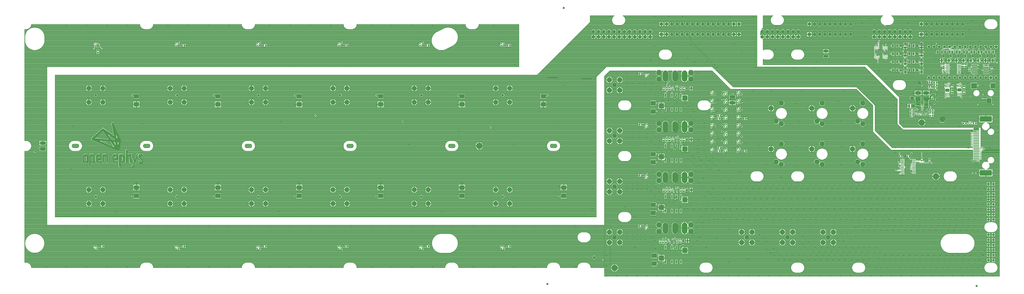
<source format=gtl>
G75*
%MOIN*%
%OFA0B0*%
%FSLAX25Y25*%
%IPPOS*%
%LPD*%
%AMOC8*
5,1,8,0,0,1.08239X$1,22.5*
%
%ADD10C,0.05315*%
%ADD11C,0.09449*%
%ADD12C,0.09300*%
%ADD13C,0.10050*%
%ADD14R,0.06299X0.01181*%
%ADD15R,0.01575X0.06299*%
%ADD16R,0.07441X0.06181*%
%ADD17R,0.03000X0.02700*%
%ADD18C,0.02500*%
%ADD19R,0.03800X0.06000*%
%ADD20R,0.02700X0.03000*%
%ADD21R,0.11000X0.06500*%
%ADD22C,0.07480*%
%ADD23R,0.09449X0.10039*%
%ADD24R,0.11417X0.10827*%
%ADD25R,0.10661X0.02362*%
%ADD26C,0.04724*%
%ADD27C,0.10925*%
%ADD28C,0.10925*%
%ADD29R,0.03150X0.07087*%
%ADD30R,0.09843X0.09843*%
%ADD31R,0.09843X0.09055*%
%ADD32R,0.01402X0.01980*%
%ADD33C,0.04331*%
%ADD34C,0.02835*%
%ADD35OC8,0.11811*%
%ADD36R,0.23622X0.11024*%
%ADD37R,0.11811X0.01319*%
%ADD38C,0.10124*%
%ADD39C,0.10000*%
%ADD40C,0.05700*%
%ADD41OC8,0.06496*%
%ADD42R,0.06496X0.06496*%
%ADD43OC8,0.06600*%
%ADD44R,0.01142X0.04331*%
%ADD45R,0.03937X0.05512*%
%ADD46R,0.05512X0.03937*%
%ADD47R,0.02165X0.02165*%
%ADD48C,0.05400*%
%ADD49R,0.02559X0.04173*%
%ADD50C,0.01969*%
%ADD51R,0.03150X0.03543*%
%ADD52C,0.01000*%
%ADD53C,0.01981*%
%ADD54C,0.00787*%
%ADD55C,0.01181*%
%ADD56C,0.02953*%
%ADD57C,0.02178*%
%ADD58C,0.02000*%
%ADD59C,0.01890*%
%ADD60C,0.05906*%
%ADD61C,0.01600*%
%ADD62C,0.03150*%
%ADD63C,0.00748*%
D10*
X0229106Y0217835D03*
X0386586Y0217835D03*
X0544066Y0217835D03*
X0701547Y0217835D03*
X0859027Y0217835D03*
X1016507Y0217835D03*
X1016507Y0414686D03*
X0859027Y0414686D03*
X0701547Y0414686D03*
X0544066Y0414686D03*
X0386586Y0414686D03*
X0229106Y0414686D03*
D11*
X0242610Y0428190D03*
X0215602Y0428190D03*
X0215602Y0401182D03*
X0242610Y0401182D03*
X0373082Y0401182D03*
X0400090Y0401182D03*
X0400090Y0428190D03*
X0373082Y0428190D03*
X0530563Y0428190D03*
X0557570Y0428190D03*
X0557570Y0401182D03*
X0530563Y0401182D03*
X0688043Y0401182D03*
X0715051Y0401182D03*
X0715051Y0428190D03*
X0688043Y0428190D03*
X0845523Y0428190D03*
X0872531Y0428190D03*
X0872531Y0401182D03*
X0845523Y0401182D03*
X1003003Y0401182D03*
X1030011Y0401182D03*
X1030011Y0428190D03*
X1003003Y0428190D03*
X1003003Y0231339D03*
X1030011Y0231339D03*
X1030011Y0204331D03*
X1003003Y0204331D03*
X0872531Y0204331D03*
X0845523Y0204331D03*
X0845523Y0231339D03*
X0872531Y0231339D03*
X0715051Y0231339D03*
X0688043Y0231339D03*
X0688043Y0204331D03*
X0715051Y0204331D03*
X0557570Y0204331D03*
X0530563Y0204331D03*
X0530563Y0231339D03*
X0557570Y0231339D03*
X0400090Y0231339D03*
X0373082Y0231339D03*
X0373082Y0204331D03*
X0400090Y0204331D03*
X0242610Y0204331D03*
X0215602Y0204331D03*
X0215602Y0231339D03*
X0242610Y0231339D03*
D12*
X1233043Y0237520D03*
X1233043Y0139095D03*
X1488948Y0139095D03*
X1567688Y0139095D03*
X1646429Y0139095D03*
X1233043Y0335946D03*
X1233043Y0434371D03*
D13*
X1243043Y0444371D03*
X1223043Y0444371D03*
X1223043Y0424371D03*
X1243043Y0424371D03*
X1243043Y0345946D03*
X1223043Y0345946D03*
X1223043Y0325946D03*
X1243043Y0325946D03*
X1243043Y0247520D03*
X1223043Y0247520D03*
X1223043Y0227520D03*
X1243043Y0227520D03*
X1243043Y0149095D03*
X1223043Y0149095D03*
X1223043Y0129095D03*
X1243043Y0129095D03*
X1478948Y0129095D03*
X1498948Y0129095D03*
X1557688Y0129095D03*
X1577688Y0129095D03*
X1577688Y0149095D03*
X1557688Y0149095D03*
X1498948Y0149095D03*
X1478948Y0149095D03*
X1636429Y0149095D03*
X1656429Y0149095D03*
X1656429Y0129095D03*
X1636429Y0129095D03*
D14*
X1790129Y0262422D03*
X1790129Y0264981D03*
X1790129Y0267540D03*
X1790129Y0270099D03*
X1790129Y0272658D03*
X1790129Y0275217D03*
X1790129Y0277776D03*
X1790129Y0280335D03*
X1790129Y0282894D03*
X1790129Y0285454D03*
X1790129Y0288013D03*
X1790129Y0290572D03*
X1812177Y0290572D03*
X1812177Y0288013D03*
X1812177Y0285454D03*
X1812177Y0282894D03*
X1812177Y0280335D03*
X1812177Y0277776D03*
X1812177Y0275217D03*
X1812177Y0272658D03*
X1812177Y0270099D03*
X1812177Y0267540D03*
X1812177Y0264981D03*
X1812177Y0262422D03*
X1877531Y0457698D03*
X1877531Y0460257D03*
X1877531Y0462816D03*
X1877531Y0465375D03*
X1877531Y0467934D03*
X1877531Y0470493D03*
X1877531Y0473052D03*
X1877531Y0475611D03*
X1899578Y0475611D03*
X1899578Y0473052D03*
X1899578Y0470493D03*
X1899578Y0467934D03*
X1899578Y0465375D03*
X1899578Y0462816D03*
X1899578Y0460257D03*
X1899578Y0457698D03*
D15*
X1899086Y0433190D03*
X1896527Y0433190D03*
X1901645Y0433190D03*
X1904204Y0433190D03*
X1880976Y0432796D03*
X1878417Y0432796D03*
X1875858Y0432796D03*
X1873299Y0432796D03*
X1873299Y0416261D03*
X1875858Y0416261D03*
X1878417Y0416261D03*
X1880976Y0416261D03*
X1896527Y0416654D03*
X1899086Y0416654D03*
X1901645Y0416654D03*
X1904204Y0416654D03*
D16*
X1900366Y0424922D03*
X1877137Y0424528D03*
D17*
X1886586Y0423872D03*
X1886586Y0419672D03*
X1886586Y0428728D03*
X1886586Y0432928D03*
X1909421Y0431746D03*
X1909421Y0427546D03*
X1909421Y0422691D03*
X1909421Y0418491D03*
X1920051Y0462980D03*
X1920051Y0467180D03*
X1912570Y0470460D03*
X1912570Y0474660D03*
X1907059Y0474660D03*
X1907059Y0470460D03*
X1870051Y0470854D03*
X1870051Y0475054D03*
X1870051Y0465998D03*
X1870051Y0461798D03*
X1962964Y0463767D03*
X1962964Y0467967D03*
X1827531Y0292376D03*
X1827531Y0288176D03*
X1842492Y0289227D03*
X1842492Y0285027D03*
X1366507Y0326759D03*
X1366507Y0330959D03*
X1360996Y0330959D03*
X1360996Y0326759D03*
X1339342Y0326759D03*
X1339342Y0330959D03*
X1333830Y0330959D03*
X1333830Y0326759D03*
X1328318Y0326759D03*
X1328318Y0330959D03*
X1328318Y0425578D03*
X1328318Y0429778D03*
X1333830Y0429778D03*
X1333830Y0425578D03*
X1339342Y0425578D03*
X1339342Y0429778D03*
X1360996Y0430172D03*
X1360996Y0425972D03*
X1366507Y0425972D03*
X1366507Y0430172D03*
X1366507Y0232928D03*
X1366507Y0228728D03*
X1360996Y0228728D03*
X1360996Y0232928D03*
X1339342Y0232928D03*
X1339342Y0228728D03*
X1333830Y0228728D03*
X1333830Y0232928D03*
X1328318Y0232928D03*
X1328318Y0228728D03*
X1326744Y0133715D03*
X1326744Y0129515D03*
X1332255Y0129515D03*
X1332255Y0133715D03*
X1321232Y0133715D03*
X1321232Y0129515D03*
X1353909Y0129909D03*
X1353909Y0134109D03*
X1359421Y0134109D03*
X1359421Y0129909D03*
X0233043Y0497231D03*
X0233043Y0501431D03*
D18*
X1818318Y0395946D03*
X1818318Y0390946D03*
X1818318Y0385946D03*
X1818318Y0380946D03*
X1818318Y0375946D03*
X1823318Y0375946D03*
X1823318Y0380946D03*
X1823318Y0385946D03*
X1823318Y0390946D03*
X1823318Y0395946D03*
X1828318Y0395946D03*
X1828318Y0390946D03*
X1828318Y0385946D03*
X1828318Y0380946D03*
X1828318Y0375946D03*
X1833318Y0375946D03*
X1833318Y0380946D03*
X1833318Y0385946D03*
X1833318Y0390946D03*
X1833318Y0395946D03*
X1838318Y0395946D03*
X1838318Y0390946D03*
X1838318Y0385946D03*
X1838318Y0380946D03*
X1838318Y0375946D03*
D19*
X1811159Y0393820D03*
X1802959Y0393820D03*
X1803352Y0463505D03*
X1811552Y0463505D03*
X1811552Y0479253D03*
X1803352Y0479253D03*
X1780056Y0479253D03*
X1771856Y0479253D03*
X1771856Y0463505D03*
X1780056Y0463505D03*
X1780056Y0495001D03*
X1771856Y0495001D03*
X1803352Y0495001D03*
X1811552Y0495001D03*
X1811552Y0510749D03*
X1803352Y0510749D03*
X1780056Y0510749D03*
X1771856Y0510749D03*
X1858470Y0498544D03*
X1866670Y0498544D03*
X1872644Y0498544D03*
X1880844Y0498544D03*
X1886817Y0498544D03*
X1895017Y0498544D03*
X1900990Y0498544D03*
X1909190Y0498544D03*
X1915163Y0498544D03*
X1923363Y0498544D03*
X1929337Y0498544D03*
X1937537Y0498544D03*
X1943510Y0498544D03*
X1951710Y0498544D03*
X1957683Y0498544D03*
X1965883Y0498544D03*
X1381237Y0428072D03*
X1373037Y0428072D03*
X1373037Y0328859D03*
X1381237Y0328859D03*
X1381237Y0230828D03*
X1373037Y0230828D03*
X1374151Y0132402D03*
X1365951Y0132402D03*
D20*
X1285143Y0160749D03*
X1280943Y0160749D03*
X1030418Y0121379D03*
X1026218Y0121379D03*
X0872938Y0121379D03*
X0868738Y0121379D03*
X0715458Y0121379D03*
X0711258Y0121379D03*
X0557977Y0121379D03*
X0553777Y0121379D03*
X0400497Y0121379D03*
X0396297Y0121379D03*
X0243017Y0121379D03*
X0238817Y0121379D03*
X1281337Y0259174D03*
X1285537Y0259174D03*
X1431730Y0306418D03*
X1435930Y0306418D03*
X1437899Y0312324D03*
X1433699Y0312324D03*
X1482911Y0306418D03*
X1487111Y0306418D03*
X1487111Y0369410D03*
X1482911Y0369410D03*
X1437899Y0375316D03*
X1433699Y0375316D03*
X1431730Y0369410D03*
X1435930Y0369410D03*
X1285537Y0357599D03*
X1281337Y0357599D03*
X1281337Y0456024D03*
X1285537Y0456024D03*
X1030418Y0511143D03*
X1026218Y0511143D03*
X0872938Y0511143D03*
X0868738Y0511143D03*
X0715458Y0511143D03*
X0711258Y0511143D03*
X0557977Y0511143D03*
X0553777Y0511143D03*
X0400497Y0511143D03*
X0396297Y0511143D03*
X1784486Y0296576D03*
X1788686Y0296576D03*
X1799447Y0296182D03*
X1803647Y0296182D03*
X1908502Y0359961D03*
X1912702Y0359961D03*
X1927793Y0360355D03*
X1931993Y0360355D03*
X1848529Y0374922D03*
X1844329Y0374922D03*
X1844329Y0380434D03*
X1848529Y0380434D03*
X1848529Y0385946D03*
X1844329Y0385946D03*
X1810733Y0385946D03*
X1806533Y0385946D03*
X1806533Y0380040D03*
X1810733Y0380040D03*
X1810733Y0374135D03*
X1806533Y0374135D03*
X1852203Y0428465D03*
X1856403Y0428465D03*
X1856403Y0433977D03*
X1852203Y0433977D03*
X1852203Y0439489D03*
X1856403Y0439489D03*
D21*
X1836192Y0419005D03*
X1836192Y0408005D03*
X1820444Y0408005D03*
X1820444Y0419005D03*
X1460996Y0411131D03*
X1460996Y0400131D03*
X0126744Y0321761D03*
X0126744Y0310761D03*
D22*
X1808633Y0409174D03*
X1823200Y0438308D03*
D23*
X1957846Y0404154D03*
X1965326Y0433091D03*
D24*
X1928712Y0432698D03*
D25*
X1929681Y0457973D03*
X1929681Y0462973D03*
X1929681Y0467973D03*
X1929681Y0472973D03*
X1952153Y0472973D03*
X1952153Y0467973D03*
X1952153Y0462973D03*
X1952153Y0457973D03*
D26*
X1956389Y0242520D03*
X1961389Y0237520D03*
X1956389Y0232520D03*
X1966389Y0232520D03*
X1966389Y0242520D03*
X1966389Y0222835D03*
X1961389Y0217835D03*
X1956389Y0212835D03*
X1966389Y0212835D03*
X1956389Y0222835D03*
X1956389Y0203150D03*
X1961389Y0198150D03*
X1956389Y0193150D03*
X1966389Y0193150D03*
X1966389Y0203150D03*
X1966389Y0183465D03*
X1961389Y0178465D03*
X1956389Y0173465D03*
X1966389Y0173465D03*
X1956389Y0183465D03*
X1956389Y0144095D03*
X1961389Y0139095D03*
X1956389Y0134095D03*
X1966389Y0134095D03*
X1966389Y0144095D03*
X1966389Y0124410D03*
X1961389Y0119410D03*
X1956389Y0114410D03*
X1956389Y0124410D03*
X1966389Y0114410D03*
X1966389Y0104725D03*
X1961389Y0099725D03*
X1956389Y0094725D03*
X1956389Y0104725D03*
X1966389Y0094725D03*
D27*
X1368476Y0151349D02*
X1368476Y0162274D01*
X1349972Y0162274D02*
X1349972Y0151349D01*
X1331468Y0151349D02*
X1331468Y0162274D01*
X1331468Y0249774D02*
X1331468Y0260700D01*
X1349972Y0260700D02*
X1349972Y0249774D01*
X1368476Y0249774D02*
X1368476Y0260700D01*
X1368476Y0348200D02*
X1368476Y0359125D01*
X1349972Y0359125D02*
X1349972Y0348200D01*
X1331468Y0348200D02*
X1331468Y0359125D01*
X1331468Y0446625D02*
X1331468Y0457550D01*
X1349972Y0457550D02*
X1349972Y0446625D01*
X1368476Y0446625D02*
X1368476Y0457550D01*
D28*
X1380976Y0458347D03*
X1380976Y0445828D03*
X1318968Y0445828D03*
X1318968Y0458347D03*
X1318968Y0359922D03*
X1318968Y0347402D03*
X1380976Y0347402D03*
X1380976Y0359922D03*
X1380976Y0261497D03*
X1380976Y0248977D03*
X1318968Y0248977D03*
X1318968Y0261497D03*
X1318968Y0163072D03*
X1318968Y0150552D03*
X1380976Y0150552D03*
X1380976Y0163072D03*
D29*
X1361389Y0190276D03*
X1352728Y0190276D03*
X1344066Y0190276D03*
X1331468Y0190276D03*
X1331468Y0217835D03*
X1344066Y0217835D03*
X1352728Y0217835D03*
X1361389Y0217835D03*
X1361389Y0288702D03*
X1352728Y0288702D03*
X1344066Y0288702D03*
X1331468Y0288702D03*
X1331468Y0316261D03*
X1344066Y0316261D03*
X1352728Y0316261D03*
X1361389Y0316261D03*
X1361389Y0387127D03*
X1352728Y0387127D03*
X1344066Y0387127D03*
X1331468Y0387127D03*
X1331468Y0414686D03*
X1344066Y0414686D03*
X1352728Y0414686D03*
X1361389Y0414686D03*
X1361389Y0119410D03*
X1352728Y0119410D03*
X1344066Y0119410D03*
X1331468Y0119410D03*
X1331468Y0091851D03*
X1344066Y0091851D03*
X1352728Y0091851D03*
X1361389Y0091851D03*
D30*
X1323791Y0098741D03*
X1369066Y0113702D03*
X1323791Y0197166D03*
X1369066Y0212127D03*
X1323791Y0295591D03*
X1369066Y0310552D03*
X1323791Y0394017D03*
X1369066Y0408977D03*
D31*
X1307846Y0398938D03*
X1307846Y0383190D03*
X1095248Y0396969D03*
X1095248Y0412717D03*
X0937767Y0412717D03*
X0937767Y0396969D03*
X0780287Y0396969D03*
X0780287Y0412717D03*
X0622807Y0412717D03*
X0622807Y0396969D03*
X0465326Y0396969D03*
X0465326Y0412717D03*
X0307846Y0412717D03*
X0307846Y0396969D03*
X0307846Y0235552D03*
X0307846Y0219804D03*
X0465326Y0219804D03*
X0465326Y0235552D03*
X0622807Y0235552D03*
X0622807Y0219804D03*
X0780287Y0219804D03*
X0780287Y0235552D03*
X0937767Y0235552D03*
X0937767Y0219804D03*
X1134618Y0219804D03*
X1134618Y0235552D03*
X1307846Y0202087D03*
X1307846Y0186339D03*
X1309814Y0103662D03*
X1309814Y0087914D03*
X1307846Y0284765D03*
X1307846Y0300513D03*
D32*
X1344035Y0327479D03*
X1348035Y0327479D03*
X1346035Y0332601D03*
X1352303Y0332601D03*
X1356303Y0332601D03*
X1354303Y0327479D03*
X1356303Y0234570D03*
X1352303Y0234570D03*
X1354303Y0229448D03*
X1348035Y0229448D03*
X1344035Y0229448D03*
X1346035Y0234570D03*
X1345216Y0135357D03*
X1349216Y0135357D03*
X1347216Y0130235D03*
X1340948Y0130235D03*
X1336948Y0130235D03*
X1338948Y0135357D03*
X1344035Y0426298D03*
X1348035Y0426298D03*
X1346035Y0431420D03*
X1352303Y0431420D03*
X1356303Y0431420D03*
X1354303Y0426298D03*
D33*
X0275956Y0324922D02*
X0271232Y0309174D01*
X0242885Y0348544D01*
X0222413Y0329646D01*
X0275956Y0324922D01*
X0242885Y0348544D01*
X0261783Y0359568D02*
X0275956Y0324922D01*
X0271232Y0309174D02*
X0261783Y0359568D01*
X0222413Y0329646D02*
X0271232Y0309174D01*
D34*
X0288240Y0307442D02*
X0288240Y0285080D01*
X0282570Y0287757D02*
X0282570Y0295946D01*
X0282571Y0295946D02*
X0282569Y0296050D01*
X0282563Y0296153D01*
X0282554Y0296256D01*
X0282541Y0296359D01*
X0282524Y0296461D01*
X0282503Y0296562D01*
X0282479Y0296663D01*
X0282451Y0296763D01*
X0282419Y0296861D01*
X0282384Y0296959D01*
X0282345Y0297055D01*
X0282303Y0297149D01*
X0282257Y0297242D01*
X0282208Y0297333D01*
X0282156Y0297423D01*
X0282100Y0297510D01*
X0282042Y0297596D01*
X0281980Y0297679D01*
X0281915Y0297759D01*
X0281847Y0297838D01*
X0281777Y0297914D01*
X0281704Y0297987D01*
X0281628Y0298057D01*
X0281549Y0298125D01*
X0281469Y0298190D01*
X0281386Y0298252D01*
X0281300Y0298310D01*
X0281213Y0298366D01*
X0281123Y0298418D01*
X0281032Y0298467D01*
X0280939Y0298513D01*
X0280845Y0298555D01*
X0280749Y0298594D01*
X0280651Y0298629D01*
X0280553Y0298661D01*
X0280453Y0298689D01*
X0280352Y0298713D01*
X0280251Y0298734D01*
X0280149Y0298751D01*
X0280046Y0298764D01*
X0279943Y0298773D01*
X0279840Y0298779D01*
X0279736Y0298781D01*
X0279736Y0298780D02*
X0275011Y0298780D01*
X0275011Y0284922D01*
X0279736Y0284922D01*
X0279840Y0284924D01*
X0279943Y0284930D01*
X0280046Y0284939D01*
X0280149Y0284952D01*
X0280251Y0284969D01*
X0280352Y0284990D01*
X0280453Y0285014D01*
X0280553Y0285042D01*
X0280651Y0285074D01*
X0280749Y0285109D01*
X0280845Y0285148D01*
X0280939Y0285190D01*
X0281032Y0285236D01*
X0281123Y0285285D01*
X0281213Y0285337D01*
X0281300Y0285393D01*
X0281386Y0285451D01*
X0281469Y0285513D01*
X0281549Y0285578D01*
X0281628Y0285646D01*
X0281704Y0285716D01*
X0281777Y0285789D01*
X0281847Y0285865D01*
X0281915Y0285944D01*
X0281980Y0286024D01*
X0282042Y0286107D01*
X0282100Y0286193D01*
X0282156Y0286280D01*
X0282208Y0286370D01*
X0282257Y0286461D01*
X0282303Y0286554D01*
X0282345Y0286648D01*
X0282384Y0286744D01*
X0282419Y0286842D01*
X0282451Y0286940D01*
X0282479Y0287040D01*
X0282503Y0287141D01*
X0282524Y0287242D01*
X0282541Y0287344D01*
X0282554Y0287447D01*
X0282563Y0287550D01*
X0282569Y0287653D01*
X0282571Y0287757D01*
X0275011Y0284765D02*
X0275011Y0276576D01*
X0268082Y0284922D02*
X0265248Y0284922D01*
X0265144Y0284924D01*
X0265041Y0284930D01*
X0264938Y0284939D01*
X0264835Y0284952D01*
X0264733Y0284969D01*
X0264632Y0284990D01*
X0264531Y0285014D01*
X0264431Y0285042D01*
X0264333Y0285074D01*
X0264235Y0285109D01*
X0264139Y0285148D01*
X0264045Y0285190D01*
X0263952Y0285236D01*
X0263861Y0285285D01*
X0263771Y0285337D01*
X0263684Y0285393D01*
X0263598Y0285451D01*
X0263515Y0285513D01*
X0263435Y0285578D01*
X0263356Y0285646D01*
X0263280Y0285716D01*
X0263207Y0285789D01*
X0263137Y0285865D01*
X0263069Y0285944D01*
X0263004Y0286024D01*
X0262942Y0286107D01*
X0262884Y0286193D01*
X0262828Y0286280D01*
X0262776Y0286370D01*
X0262727Y0286461D01*
X0262681Y0286554D01*
X0262639Y0286648D01*
X0262600Y0286744D01*
X0262565Y0286842D01*
X0262533Y0286940D01*
X0262505Y0287040D01*
X0262481Y0287141D01*
X0262460Y0287242D01*
X0262443Y0287344D01*
X0262430Y0287447D01*
X0262421Y0287550D01*
X0262415Y0287653D01*
X0262413Y0287757D01*
X0262413Y0295946D01*
X0262415Y0296050D01*
X0262421Y0296153D01*
X0262430Y0296256D01*
X0262443Y0296359D01*
X0262460Y0296461D01*
X0262481Y0296562D01*
X0262505Y0296663D01*
X0262533Y0296763D01*
X0262565Y0296861D01*
X0262600Y0296959D01*
X0262639Y0297055D01*
X0262681Y0297149D01*
X0262727Y0297242D01*
X0262776Y0297333D01*
X0262828Y0297423D01*
X0262884Y0297510D01*
X0262942Y0297596D01*
X0263004Y0297679D01*
X0263069Y0297759D01*
X0263137Y0297838D01*
X0263207Y0297914D01*
X0263280Y0297987D01*
X0263356Y0298057D01*
X0263435Y0298125D01*
X0263515Y0298190D01*
X0263598Y0298252D01*
X0263684Y0298310D01*
X0263771Y0298366D01*
X0263861Y0298418D01*
X0263952Y0298467D01*
X0264045Y0298513D01*
X0264139Y0298555D01*
X0264235Y0298594D01*
X0264333Y0298629D01*
X0264431Y0298661D01*
X0264531Y0298689D01*
X0264632Y0298713D01*
X0264733Y0298734D01*
X0264835Y0298751D01*
X0264938Y0298764D01*
X0265041Y0298773D01*
X0265144Y0298779D01*
X0265248Y0298781D01*
X0265248Y0298780D02*
X0267137Y0298780D01*
X0267137Y0298781D02*
X0267241Y0298779D01*
X0267344Y0298773D01*
X0267447Y0298764D01*
X0267550Y0298751D01*
X0267652Y0298734D01*
X0267753Y0298713D01*
X0267854Y0298689D01*
X0267954Y0298661D01*
X0268052Y0298629D01*
X0268150Y0298594D01*
X0268246Y0298555D01*
X0268340Y0298513D01*
X0268433Y0298467D01*
X0268524Y0298418D01*
X0268614Y0298366D01*
X0268701Y0298310D01*
X0268787Y0298252D01*
X0268870Y0298190D01*
X0268950Y0298125D01*
X0269029Y0298057D01*
X0269105Y0297987D01*
X0269178Y0297914D01*
X0269248Y0297838D01*
X0269316Y0297759D01*
X0269381Y0297679D01*
X0269443Y0297596D01*
X0269501Y0297510D01*
X0269557Y0297423D01*
X0269609Y0297333D01*
X0269658Y0297242D01*
X0269704Y0297149D01*
X0269746Y0297055D01*
X0269785Y0296959D01*
X0269820Y0296861D01*
X0269852Y0296763D01*
X0269880Y0296663D01*
X0269904Y0296562D01*
X0269925Y0296461D01*
X0269942Y0296359D01*
X0269955Y0296256D01*
X0269964Y0296153D01*
X0269970Y0296050D01*
X0269972Y0295946D01*
X0269972Y0295631D02*
X0269972Y0291851D01*
X0263358Y0291851D01*
X0269184Y0286024D02*
X0269182Y0285960D01*
X0269177Y0285896D01*
X0269167Y0285833D01*
X0269154Y0285770D01*
X0269138Y0285708D01*
X0269118Y0285647D01*
X0269094Y0285588D01*
X0269067Y0285529D01*
X0269036Y0285473D01*
X0269003Y0285418D01*
X0268966Y0285366D01*
X0268926Y0285316D01*
X0268884Y0285268D01*
X0268838Y0285222D01*
X0268790Y0285180D01*
X0268740Y0285140D01*
X0268688Y0285103D01*
X0268633Y0285070D01*
X0268577Y0285039D01*
X0268518Y0285012D01*
X0268459Y0284988D01*
X0268398Y0284968D01*
X0268336Y0284952D01*
X0268273Y0284939D01*
X0268210Y0284929D01*
X0268146Y0284924D01*
X0268082Y0284922D01*
X0251074Y0284922D02*
X0251074Y0295946D01*
X0251075Y0295946D02*
X0251073Y0296050D01*
X0251067Y0296153D01*
X0251058Y0296256D01*
X0251045Y0296359D01*
X0251028Y0296461D01*
X0251007Y0296562D01*
X0250983Y0296663D01*
X0250955Y0296763D01*
X0250923Y0296861D01*
X0250888Y0296959D01*
X0250849Y0297055D01*
X0250807Y0297149D01*
X0250761Y0297242D01*
X0250712Y0297333D01*
X0250660Y0297423D01*
X0250604Y0297510D01*
X0250546Y0297596D01*
X0250484Y0297679D01*
X0250419Y0297759D01*
X0250351Y0297838D01*
X0250281Y0297914D01*
X0250208Y0297987D01*
X0250132Y0298057D01*
X0250053Y0298125D01*
X0249973Y0298190D01*
X0249890Y0298252D01*
X0249804Y0298310D01*
X0249717Y0298366D01*
X0249627Y0298418D01*
X0249536Y0298467D01*
X0249443Y0298513D01*
X0249349Y0298555D01*
X0249253Y0298594D01*
X0249155Y0298629D01*
X0249057Y0298661D01*
X0248957Y0298689D01*
X0248856Y0298713D01*
X0248755Y0298734D01*
X0248653Y0298751D01*
X0248550Y0298764D01*
X0248447Y0298773D01*
X0248344Y0298779D01*
X0248240Y0298781D01*
X0248437Y0298780D02*
X0243594Y0298780D01*
X0243515Y0298780D02*
X0243515Y0284922D01*
X0236271Y0284922D02*
X0233437Y0284922D01*
X0233333Y0284924D01*
X0233230Y0284930D01*
X0233127Y0284939D01*
X0233024Y0284952D01*
X0232922Y0284969D01*
X0232821Y0284990D01*
X0232720Y0285014D01*
X0232620Y0285042D01*
X0232522Y0285074D01*
X0232424Y0285109D01*
X0232328Y0285148D01*
X0232234Y0285190D01*
X0232141Y0285236D01*
X0232050Y0285285D01*
X0231960Y0285337D01*
X0231873Y0285393D01*
X0231787Y0285451D01*
X0231704Y0285513D01*
X0231624Y0285578D01*
X0231545Y0285646D01*
X0231469Y0285716D01*
X0231396Y0285789D01*
X0231326Y0285865D01*
X0231258Y0285944D01*
X0231193Y0286024D01*
X0231131Y0286107D01*
X0231073Y0286193D01*
X0231017Y0286280D01*
X0230965Y0286370D01*
X0230916Y0286461D01*
X0230870Y0286554D01*
X0230828Y0286648D01*
X0230789Y0286744D01*
X0230754Y0286842D01*
X0230722Y0286940D01*
X0230694Y0287040D01*
X0230670Y0287141D01*
X0230649Y0287242D01*
X0230632Y0287344D01*
X0230619Y0287447D01*
X0230610Y0287550D01*
X0230604Y0287653D01*
X0230602Y0287757D01*
X0230602Y0295946D01*
X0230604Y0296050D01*
X0230610Y0296153D01*
X0230619Y0296256D01*
X0230632Y0296359D01*
X0230649Y0296461D01*
X0230670Y0296562D01*
X0230694Y0296663D01*
X0230722Y0296763D01*
X0230754Y0296861D01*
X0230789Y0296959D01*
X0230828Y0297055D01*
X0230870Y0297149D01*
X0230916Y0297242D01*
X0230965Y0297333D01*
X0231017Y0297423D01*
X0231073Y0297510D01*
X0231131Y0297596D01*
X0231193Y0297679D01*
X0231258Y0297759D01*
X0231326Y0297838D01*
X0231396Y0297914D01*
X0231469Y0297987D01*
X0231545Y0298057D01*
X0231624Y0298125D01*
X0231704Y0298190D01*
X0231787Y0298252D01*
X0231873Y0298310D01*
X0231960Y0298366D01*
X0232050Y0298418D01*
X0232141Y0298467D01*
X0232234Y0298513D01*
X0232328Y0298555D01*
X0232424Y0298594D01*
X0232522Y0298629D01*
X0232620Y0298661D01*
X0232720Y0298689D01*
X0232821Y0298713D01*
X0232922Y0298734D01*
X0233024Y0298751D01*
X0233127Y0298764D01*
X0233230Y0298773D01*
X0233333Y0298779D01*
X0233437Y0298781D01*
X0233437Y0298780D02*
X0235326Y0298780D01*
X0235326Y0298781D02*
X0235430Y0298779D01*
X0235533Y0298773D01*
X0235636Y0298764D01*
X0235739Y0298751D01*
X0235841Y0298734D01*
X0235942Y0298713D01*
X0236043Y0298689D01*
X0236143Y0298661D01*
X0236241Y0298629D01*
X0236339Y0298594D01*
X0236435Y0298555D01*
X0236529Y0298513D01*
X0236622Y0298467D01*
X0236713Y0298418D01*
X0236803Y0298366D01*
X0236890Y0298310D01*
X0236976Y0298252D01*
X0237059Y0298190D01*
X0237139Y0298125D01*
X0237218Y0298057D01*
X0237294Y0297987D01*
X0237367Y0297914D01*
X0237437Y0297838D01*
X0237505Y0297759D01*
X0237570Y0297679D01*
X0237632Y0297596D01*
X0237690Y0297510D01*
X0237746Y0297423D01*
X0237798Y0297333D01*
X0237847Y0297242D01*
X0237893Y0297149D01*
X0237935Y0297055D01*
X0237974Y0296959D01*
X0238009Y0296861D01*
X0238041Y0296763D01*
X0238069Y0296663D01*
X0238093Y0296562D01*
X0238114Y0296461D01*
X0238131Y0296359D01*
X0238144Y0296256D01*
X0238153Y0296153D01*
X0238159Y0296050D01*
X0238161Y0295946D01*
X0238161Y0295631D02*
X0238161Y0291851D01*
X0231547Y0291851D01*
X0225405Y0287757D02*
X0225405Y0295946D01*
X0225403Y0296050D01*
X0225397Y0296153D01*
X0225388Y0296256D01*
X0225375Y0296359D01*
X0225358Y0296461D01*
X0225337Y0296562D01*
X0225313Y0296663D01*
X0225285Y0296763D01*
X0225253Y0296861D01*
X0225218Y0296959D01*
X0225179Y0297055D01*
X0225137Y0297149D01*
X0225091Y0297242D01*
X0225042Y0297333D01*
X0224990Y0297423D01*
X0224934Y0297510D01*
X0224876Y0297596D01*
X0224814Y0297679D01*
X0224749Y0297759D01*
X0224681Y0297838D01*
X0224611Y0297914D01*
X0224538Y0297987D01*
X0224462Y0298057D01*
X0224383Y0298125D01*
X0224303Y0298190D01*
X0224220Y0298252D01*
X0224134Y0298310D01*
X0224047Y0298366D01*
X0223957Y0298418D01*
X0223866Y0298467D01*
X0223773Y0298513D01*
X0223679Y0298555D01*
X0223583Y0298594D01*
X0223485Y0298629D01*
X0223387Y0298661D01*
X0223287Y0298689D01*
X0223186Y0298713D01*
X0223085Y0298734D01*
X0222983Y0298751D01*
X0222880Y0298764D01*
X0222777Y0298773D01*
X0222674Y0298779D01*
X0222570Y0298781D01*
X0222570Y0298780D02*
X0217846Y0298780D01*
X0217846Y0284922D01*
X0222570Y0284922D01*
X0222674Y0284924D01*
X0222777Y0284930D01*
X0222880Y0284939D01*
X0222983Y0284952D01*
X0223085Y0284969D01*
X0223186Y0284990D01*
X0223287Y0285014D01*
X0223387Y0285042D01*
X0223485Y0285074D01*
X0223583Y0285109D01*
X0223679Y0285148D01*
X0223773Y0285190D01*
X0223866Y0285236D01*
X0223957Y0285285D01*
X0224047Y0285337D01*
X0224134Y0285393D01*
X0224220Y0285451D01*
X0224303Y0285513D01*
X0224383Y0285578D01*
X0224462Y0285646D01*
X0224538Y0285716D01*
X0224611Y0285789D01*
X0224681Y0285865D01*
X0224749Y0285944D01*
X0224814Y0286024D01*
X0224876Y0286107D01*
X0224934Y0286193D01*
X0224990Y0286280D01*
X0225042Y0286370D01*
X0225091Y0286461D01*
X0225137Y0286554D01*
X0225179Y0286648D01*
X0225218Y0286744D01*
X0225253Y0286842D01*
X0225285Y0286940D01*
X0225313Y0287040D01*
X0225337Y0287141D01*
X0225358Y0287242D01*
X0225375Y0287344D01*
X0225388Y0287447D01*
X0225397Y0287550D01*
X0225403Y0287653D01*
X0225405Y0287757D01*
X0217846Y0284765D02*
X0217846Y0276576D01*
X0210090Y0284922D02*
X0207925Y0284922D01*
X0207821Y0284924D01*
X0207718Y0284930D01*
X0207615Y0284939D01*
X0207512Y0284952D01*
X0207410Y0284969D01*
X0207309Y0284990D01*
X0207208Y0285014D01*
X0207108Y0285042D01*
X0207010Y0285074D01*
X0206912Y0285109D01*
X0206816Y0285148D01*
X0206722Y0285190D01*
X0206629Y0285236D01*
X0206538Y0285285D01*
X0206448Y0285337D01*
X0206361Y0285393D01*
X0206275Y0285451D01*
X0206192Y0285513D01*
X0206112Y0285578D01*
X0206033Y0285646D01*
X0205957Y0285716D01*
X0205884Y0285789D01*
X0205814Y0285865D01*
X0205746Y0285944D01*
X0205681Y0286024D01*
X0205619Y0286107D01*
X0205561Y0286193D01*
X0205505Y0286280D01*
X0205453Y0286370D01*
X0205404Y0286461D01*
X0205358Y0286554D01*
X0205316Y0286648D01*
X0205277Y0286744D01*
X0205242Y0286842D01*
X0205210Y0286940D01*
X0205182Y0287040D01*
X0205158Y0287141D01*
X0205137Y0287242D01*
X0205120Y0287344D01*
X0205107Y0287447D01*
X0205098Y0287550D01*
X0205092Y0287653D01*
X0205090Y0287757D01*
X0205090Y0295946D01*
X0205092Y0296050D01*
X0205098Y0296153D01*
X0205107Y0296256D01*
X0205120Y0296359D01*
X0205137Y0296461D01*
X0205158Y0296562D01*
X0205182Y0296663D01*
X0205210Y0296763D01*
X0205242Y0296861D01*
X0205277Y0296959D01*
X0205316Y0297055D01*
X0205358Y0297149D01*
X0205404Y0297242D01*
X0205453Y0297333D01*
X0205505Y0297423D01*
X0205561Y0297510D01*
X0205619Y0297596D01*
X0205681Y0297679D01*
X0205746Y0297759D01*
X0205814Y0297838D01*
X0205884Y0297914D01*
X0205957Y0297987D01*
X0206033Y0298057D01*
X0206112Y0298125D01*
X0206192Y0298190D01*
X0206275Y0298252D01*
X0206361Y0298310D01*
X0206448Y0298366D01*
X0206538Y0298418D01*
X0206629Y0298467D01*
X0206722Y0298513D01*
X0206816Y0298555D01*
X0206912Y0298594D01*
X0207010Y0298629D01*
X0207108Y0298661D01*
X0207208Y0298689D01*
X0207309Y0298713D01*
X0207410Y0298734D01*
X0207512Y0298751D01*
X0207615Y0298764D01*
X0207718Y0298773D01*
X0207821Y0298779D01*
X0207925Y0298781D01*
X0207925Y0298780D02*
X0210090Y0298780D01*
X0210090Y0298779D02*
X0210191Y0298772D01*
X0210291Y0298762D01*
X0210391Y0298747D01*
X0210490Y0298729D01*
X0210589Y0298707D01*
X0210686Y0298681D01*
X0210783Y0298652D01*
X0210878Y0298619D01*
X0210973Y0298583D01*
X0211065Y0298543D01*
X0211157Y0298499D01*
X0211246Y0298453D01*
X0211334Y0298403D01*
X0211420Y0298349D01*
X0211503Y0298293D01*
X0211585Y0298233D01*
X0211664Y0298171D01*
X0211741Y0298105D01*
X0211815Y0298037D01*
X0211887Y0297966D01*
X0211956Y0297892D01*
X0212022Y0297816D01*
X0212086Y0297737D01*
X0212146Y0297657D01*
X0212203Y0297573D01*
X0212258Y0297488D01*
X0212308Y0297401D01*
X0212356Y0297312D01*
X0212400Y0297221D01*
X0212441Y0297129D01*
X0212479Y0297035D01*
X0212512Y0296940D01*
X0212543Y0296844D01*
X0212569Y0296746D01*
X0212592Y0296648D01*
X0212612Y0296549D01*
X0212627Y0296449D01*
X0212639Y0296349D01*
X0212647Y0296248D01*
X0212651Y0296147D01*
X0212652Y0296046D01*
X0212648Y0295945D01*
X0212649Y0295946D02*
X0212649Y0287757D01*
X0212648Y0287757D02*
X0212652Y0287656D01*
X0212651Y0287555D01*
X0212647Y0287454D01*
X0212639Y0287353D01*
X0212627Y0287253D01*
X0212612Y0287153D01*
X0212592Y0287054D01*
X0212569Y0286956D01*
X0212543Y0286858D01*
X0212512Y0286762D01*
X0212479Y0286667D01*
X0212441Y0286573D01*
X0212400Y0286481D01*
X0212356Y0286390D01*
X0212308Y0286301D01*
X0212258Y0286214D01*
X0212203Y0286129D01*
X0212146Y0286045D01*
X0212086Y0285965D01*
X0212022Y0285886D01*
X0211956Y0285810D01*
X0211887Y0285736D01*
X0211815Y0285665D01*
X0211741Y0285597D01*
X0211664Y0285531D01*
X0211585Y0285469D01*
X0211503Y0285409D01*
X0211420Y0285353D01*
X0211334Y0285299D01*
X0211246Y0285249D01*
X0211157Y0285203D01*
X0211065Y0285159D01*
X0210973Y0285119D01*
X0210878Y0285083D01*
X0210783Y0285050D01*
X0210686Y0285021D01*
X0210589Y0284995D01*
X0210490Y0284973D01*
X0210391Y0284955D01*
X0210291Y0284940D01*
X0210191Y0284930D01*
X0210090Y0284923D01*
X0236271Y0284922D02*
X0236335Y0284924D01*
X0236399Y0284929D01*
X0236462Y0284939D01*
X0236525Y0284952D01*
X0236587Y0284968D01*
X0236648Y0284988D01*
X0236707Y0285012D01*
X0236766Y0285039D01*
X0236822Y0285070D01*
X0236877Y0285103D01*
X0236929Y0285140D01*
X0236979Y0285180D01*
X0237027Y0285222D01*
X0237073Y0285268D01*
X0237115Y0285316D01*
X0237155Y0285366D01*
X0237192Y0285418D01*
X0237225Y0285473D01*
X0237256Y0285529D01*
X0237283Y0285588D01*
X0237307Y0285647D01*
X0237327Y0285708D01*
X0237343Y0285770D01*
X0237356Y0285833D01*
X0237366Y0285896D01*
X0237371Y0285960D01*
X0237373Y0286024D01*
X0289342Y0298780D02*
X0292964Y0298780D01*
X0292964Y0298781D02*
X0293068Y0298779D01*
X0293171Y0298773D01*
X0293274Y0298764D01*
X0293377Y0298751D01*
X0293479Y0298734D01*
X0293580Y0298713D01*
X0293681Y0298689D01*
X0293781Y0298661D01*
X0293879Y0298629D01*
X0293977Y0298594D01*
X0294073Y0298555D01*
X0294167Y0298513D01*
X0294260Y0298467D01*
X0294351Y0298418D01*
X0294441Y0298366D01*
X0294528Y0298310D01*
X0294614Y0298252D01*
X0294697Y0298190D01*
X0294777Y0298125D01*
X0294856Y0298057D01*
X0294932Y0297987D01*
X0295005Y0297914D01*
X0295075Y0297838D01*
X0295143Y0297759D01*
X0295208Y0297679D01*
X0295270Y0297596D01*
X0295328Y0297510D01*
X0295384Y0297423D01*
X0295436Y0297333D01*
X0295485Y0297242D01*
X0295531Y0297149D01*
X0295573Y0297055D01*
X0295612Y0296959D01*
X0295647Y0296861D01*
X0295679Y0296763D01*
X0295707Y0296663D01*
X0295731Y0296562D01*
X0295752Y0296461D01*
X0295769Y0296359D01*
X0295782Y0296256D01*
X0295791Y0296153D01*
X0295797Y0296050D01*
X0295799Y0295946D01*
X0295956Y0284922D01*
X0304618Y0285080D02*
X0299421Y0300198D01*
X0309500Y0300198D02*
X0302885Y0278938D01*
X0302728Y0278623D02*
X0301625Y0277048D01*
X0300208Y0276733D01*
X0299421Y0276733D01*
X0313122Y0285709D02*
X0313122Y0286024D01*
X0313122Y0285709D02*
X0313437Y0285237D01*
X0314224Y0284765D01*
X0314854Y0284450D01*
X0315011Y0284450D02*
X0316901Y0284450D01*
X0316901Y0284449D02*
X0317005Y0284451D01*
X0317108Y0284457D01*
X0317211Y0284466D01*
X0317314Y0284479D01*
X0317416Y0284496D01*
X0317517Y0284517D01*
X0317618Y0284541D01*
X0317718Y0284569D01*
X0317816Y0284601D01*
X0317914Y0284636D01*
X0318010Y0284675D01*
X0318104Y0284717D01*
X0318197Y0284763D01*
X0318288Y0284812D01*
X0318378Y0284864D01*
X0318465Y0284920D01*
X0318551Y0284978D01*
X0318634Y0285040D01*
X0318714Y0285105D01*
X0318793Y0285173D01*
X0318869Y0285243D01*
X0318942Y0285316D01*
X0319012Y0285392D01*
X0319080Y0285471D01*
X0319145Y0285551D01*
X0319207Y0285634D01*
X0319265Y0285720D01*
X0319321Y0285807D01*
X0319373Y0285897D01*
X0319422Y0285988D01*
X0319468Y0286081D01*
X0319510Y0286175D01*
X0319549Y0286271D01*
X0319584Y0286369D01*
X0319616Y0286467D01*
X0319644Y0286567D01*
X0319668Y0286668D01*
X0319689Y0286769D01*
X0319706Y0286871D01*
X0319719Y0286974D01*
X0319728Y0287077D01*
X0319734Y0287180D01*
X0319736Y0287284D01*
X0319736Y0287442D02*
X0319736Y0288229D01*
X0319578Y0289017D01*
X0318161Y0290434D01*
X0315641Y0292324D01*
X0316114Y0292009D02*
X0313594Y0293898D01*
X0312964Y0294843D01*
X0312807Y0295631D01*
X0312807Y0296418D01*
X0312806Y0296576D02*
X0312808Y0296680D01*
X0312814Y0296783D01*
X0312823Y0296886D01*
X0312836Y0296989D01*
X0312853Y0297091D01*
X0312874Y0297192D01*
X0312898Y0297293D01*
X0312926Y0297393D01*
X0312958Y0297491D01*
X0312993Y0297589D01*
X0313032Y0297685D01*
X0313074Y0297779D01*
X0313120Y0297872D01*
X0313169Y0297963D01*
X0313221Y0298053D01*
X0313277Y0298140D01*
X0313335Y0298226D01*
X0313397Y0298309D01*
X0313462Y0298389D01*
X0313530Y0298468D01*
X0313600Y0298544D01*
X0313673Y0298617D01*
X0313749Y0298687D01*
X0313828Y0298755D01*
X0313908Y0298820D01*
X0313991Y0298882D01*
X0314077Y0298940D01*
X0314164Y0298996D01*
X0314254Y0299048D01*
X0314345Y0299097D01*
X0314438Y0299143D01*
X0314532Y0299185D01*
X0314628Y0299224D01*
X0314726Y0299259D01*
X0314824Y0299291D01*
X0314924Y0299319D01*
X0315025Y0299343D01*
X0315126Y0299364D01*
X0315228Y0299381D01*
X0315331Y0299394D01*
X0315434Y0299403D01*
X0315537Y0299409D01*
X0315641Y0299411D01*
X0315641Y0299410D02*
X0317531Y0299410D01*
X0317688Y0299410D02*
X0318318Y0299095D01*
X0319106Y0298623D01*
X0319421Y0298150D01*
X0319421Y0297835D01*
D35*
X0971232Y0316261D03*
X1233043Y0079646D03*
X1855090Y0257206D03*
X1827531Y0361536D03*
X1867295Y0368229D03*
D36*
X1951547Y0368623D03*
X1951547Y0263898D03*
D37*
X1933043Y0285011D03*
X1933043Y0287511D03*
X1933043Y0290011D03*
X1933043Y0292511D03*
X1933043Y0295011D03*
X1933043Y0297511D03*
X1933043Y0300011D03*
X1933043Y0302511D03*
X1933043Y0305011D03*
X1933043Y0307511D03*
X1933043Y0310011D03*
X1933043Y0312511D03*
X1933043Y0315011D03*
X1933043Y0317511D03*
X1933043Y0320011D03*
X1933043Y0322511D03*
X1933043Y0325011D03*
X1933043Y0327511D03*
X1933043Y0330011D03*
X1933043Y0332511D03*
X1933043Y0335011D03*
X1933043Y0337511D03*
X1933043Y0340011D03*
X1933043Y0342511D03*
X1933043Y0345011D03*
X1933043Y0347511D03*
D38*
X1713358Y0359253D03*
X1634618Y0359253D03*
X1555877Y0359253D03*
X1555877Y0320513D03*
X1634618Y0320513D03*
X1713358Y0320513D03*
X1713358Y0280513D03*
X1634618Y0280513D03*
X1555877Y0280513D03*
X1555877Y0399253D03*
X1634618Y0399253D03*
X1713358Y0399253D03*
D39*
X1693358Y0389253D03*
X1703358Y0364253D03*
X1624618Y0364253D03*
X1614618Y0389253D03*
X1545877Y0364253D03*
X1535877Y0389253D03*
X1535877Y0310513D03*
X1545877Y0285513D03*
X1614618Y0310513D03*
X1624618Y0285513D03*
X1703358Y0285513D03*
X1693358Y0310513D03*
D40*
X1841271Y0448859D03*
X1851271Y0448859D03*
X1861271Y0448859D03*
X1871271Y0448859D03*
X1881271Y0448859D03*
X1891271Y0448859D03*
X1901271Y0448859D03*
X1911271Y0448859D03*
X1921271Y0448859D03*
X1931271Y0448859D03*
X1941271Y0448859D03*
X1951271Y0448859D03*
X1961271Y0448859D03*
X1971271Y0448859D03*
X1971271Y0508859D03*
X1961271Y0508859D03*
X1951271Y0508859D03*
X1941271Y0508859D03*
X1931271Y0508859D03*
X1921271Y0508859D03*
X1911271Y0508859D03*
X1901271Y0508859D03*
X1891271Y0508859D03*
X1881271Y0508859D03*
X1871271Y0508859D03*
X1861271Y0508859D03*
X1851271Y0508859D03*
X1841271Y0508859D03*
D41*
X1836744Y0532796D03*
X1846744Y0532796D03*
X1856744Y0532796D03*
X1866744Y0532796D03*
X1876744Y0532796D03*
X1886744Y0532796D03*
X1896744Y0532796D03*
X1906744Y0532796D03*
X1906744Y0552796D03*
X1896744Y0552796D03*
X1886744Y0552796D03*
X1876744Y0552796D03*
X1866744Y0552796D03*
X1856744Y0552796D03*
X1846744Y0552796D03*
X1836744Y0552796D03*
X1826744Y0552796D03*
X1690011Y0552796D03*
X1680011Y0552796D03*
X1670011Y0552796D03*
X1660011Y0552796D03*
X1650011Y0552796D03*
X1640011Y0552796D03*
X1630011Y0552796D03*
X1620011Y0552796D03*
X1610011Y0552796D03*
X1620011Y0532796D03*
X1630011Y0532796D03*
X1640011Y0532796D03*
X1650011Y0532796D03*
X1660011Y0532796D03*
X1670011Y0532796D03*
X1680011Y0532796D03*
X1690011Y0532796D03*
X1473594Y0532796D03*
X1463594Y0532796D03*
X1453594Y0532796D03*
X1443594Y0532796D03*
X1433594Y0532796D03*
X1423594Y0532796D03*
X1413594Y0532796D03*
X1403594Y0532796D03*
X1393594Y0532796D03*
X1383594Y0532796D03*
X1373594Y0532796D03*
X1363594Y0532796D03*
X1353594Y0532796D03*
X1343594Y0532796D03*
X1333594Y0532796D03*
X1333594Y0552796D03*
X1323594Y0552796D03*
X1343594Y0552796D03*
X1353594Y0552796D03*
X1363594Y0552796D03*
X1373594Y0552796D03*
X1383594Y0552796D03*
X1393594Y0552796D03*
X1403594Y0552796D03*
X1413594Y0552796D03*
X1423594Y0552796D03*
X1433594Y0552796D03*
X1443594Y0552796D03*
X1453594Y0552796D03*
X1463594Y0552796D03*
X1473594Y0552796D03*
D42*
X1610011Y0532796D03*
X1826744Y0532796D03*
X1323594Y0532796D03*
D43*
X1302216Y0528190D03*
X1302216Y0538190D03*
X1292216Y0538190D03*
X1282216Y0538190D03*
X1272216Y0538190D03*
X1262216Y0538190D03*
X1252216Y0538190D03*
X1242216Y0538190D03*
X1232216Y0538190D03*
X1222216Y0538190D03*
X1212216Y0538190D03*
X1202216Y0538190D03*
X1192216Y0538190D03*
X1192216Y0528190D03*
X1202216Y0528190D03*
X1212216Y0528190D03*
X1222216Y0528190D03*
X1232216Y0528190D03*
X1242216Y0528190D03*
X1252216Y0528190D03*
X1262216Y0528190D03*
X1272216Y0528190D03*
X1282216Y0528190D03*
X1292216Y0528190D03*
X1518712Y0528190D03*
X1518712Y0538190D03*
X1528712Y0538190D03*
X1538712Y0538190D03*
X1548712Y0538190D03*
X1558712Y0538190D03*
X1568712Y0538190D03*
X1578712Y0538190D03*
X1588712Y0538190D03*
X1588712Y0528190D03*
X1578712Y0528190D03*
X1568712Y0528190D03*
X1558712Y0528190D03*
X1548712Y0528190D03*
X1538712Y0528190D03*
X1528712Y0528190D03*
X1735444Y0528190D03*
X1735444Y0538190D03*
X1745444Y0538190D03*
X1745444Y0528190D03*
X1755444Y0528190D03*
X1755444Y0538190D03*
X1765444Y0538190D03*
X1765444Y0528190D03*
X1775444Y0528190D03*
X1775444Y0538190D03*
X1785444Y0538190D03*
X1785444Y0528190D03*
X1795444Y0528190D03*
X1795444Y0538190D03*
X1805444Y0538190D03*
X1805444Y0528190D03*
D44*
X1760208Y0507009D03*
X1758240Y0507009D03*
X1756271Y0507009D03*
X1754303Y0507009D03*
X1752334Y0507009D03*
X1744460Y0507009D03*
X1742492Y0507009D03*
X1740523Y0507009D03*
X1738555Y0507009D03*
X1736586Y0507009D03*
X1736586Y0488505D03*
X1738555Y0488505D03*
X1740523Y0488505D03*
X1742492Y0488505D03*
X1744460Y0488505D03*
X1752334Y0488505D03*
X1754303Y0488505D03*
X1756271Y0488505D03*
X1758240Y0488505D03*
X1760208Y0488505D03*
D45*
X1865917Y0482009D03*
X1873397Y0482009D03*
X1880090Y0482009D03*
X1887570Y0482009D03*
X1894263Y0482009D03*
X1901744Y0482009D03*
X1908437Y0482009D03*
X1915917Y0482009D03*
X1922610Y0482009D03*
X1930090Y0482009D03*
X1936783Y0482009D03*
X1944263Y0482009D03*
X1950956Y0482009D03*
X1958437Y0482009D03*
X1965129Y0482009D03*
X1972610Y0482009D03*
X1968870Y0490670D03*
X1954696Y0490670D03*
X1940523Y0490670D03*
X1926350Y0490670D03*
X1912177Y0490670D03*
X1898003Y0490670D03*
X1883830Y0490670D03*
X1869657Y0490670D03*
D46*
X1827137Y0491261D03*
X1827137Y0498741D03*
X1818476Y0495001D03*
X1795641Y0498741D03*
X1795641Y0491261D03*
X1795641Y0482993D03*
X1795641Y0475513D03*
X1795641Y0467245D03*
X1786980Y0463505D03*
X1795641Y0459765D03*
X1818476Y0463505D03*
X1827137Y0467245D03*
X1827137Y0475513D03*
X1827137Y0482993D03*
X1818476Y0479253D03*
X1786980Y0479253D03*
X1786980Y0495001D03*
X1795641Y0507009D03*
X1795641Y0514489D03*
X1786980Y0510749D03*
X1818476Y0510749D03*
X1827137Y0514489D03*
X1827137Y0507009D03*
X1827137Y0459765D03*
D47*
X1919362Y0362225D03*
X1923102Y0362225D03*
X1923102Y0358485D03*
X1919362Y0358485D03*
X1475070Y0357501D03*
X1471330Y0357501D03*
X1471330Y0353761D03*
X1475070Y0353761D03*
X1449480Y0353761D03*
X1449480Y0357501D03*
X1445740Y0357501D03*
X1445740Y0353761D03*
X1423889Y0353761D03*
X1423889Y0357501D03*
X1420149Y0357501D03*
X1420149Y0353761D03*
X1420149Y0341753D03*
X1423889Y0341753D03*
X1423889Y0338013D03*
X1420149Y0338013D03*
X1445740Y0338013D03*
X1445740Y0341753D03*
X1449480Y0341753D03*
X1449480Y0338013D03*
X1471330Y0338013D03*
X1471330Y0341753D03*
X1475070Y0341753D03*
X1475070Y0338013D03*
X1475070Y0326005D03*
X1471330Y0326005D03*
X1471330Y0322265D03*
X1475070Y0322265D03*
X1449480Y0322265D03*
X1449480Y0326005D03*
X1445740Y0326005D03*
X1445740Y0322265D03*
X1423889Y0322265D03*
X1423889Y0326005D03*
X1420149Y0326005D03*
X1420149Y0322265D03*
X1420149Y0310257D03*
X1423889Y0310257D03*
X1423889Y0306517D03*
X1420149Y0306517D03*
X1445740Y0306517D03*
X1445740Y0310257D03*
X1449480Y0310257D03*
X1449480Y0306517D03*
X1471330Y0306517D03*
X1471330Y0310257D03*
X1475070Y0310257D03*
X1475070Y0306517D03*
X1295937Y0353761D03*
X1295937Y0357501D03*
X1292196Y0357501D03*
X1292196Y0353761D03*
X1420149Y0369509D03*
X1420149Y0373249D03*
X1423889Y0373249D03*
X1423889Y0369509D03*
X1445740Y0369509D03*
X1445740Y0373249D03*
X1449480Y0373249D03*
X1449480Y0369509D03*
X1471330Y0369509D03*
X1471330Y0373249D03*
X1475070Y0373249D03*
X1475070Y0369509D03*
X1475070Y0385257D03*
X1471330Y0385257D03*
X1471330Y0388997D03*
X1475070Y0388997D03*
X1475070Y0401005D03*
X1471330Y0401005D03*
X1471330Y0404745D03*
X1475070Y0404745D03*
X1449480Y0404745D03*
X1449480Y0401005D03*
X1445740Y0401005D03*
X1445740Y0404745D03*
X1423889Y0404745D03*
X1420149Y0404745D03*
X1420149Y0401005D03*
X1423889Y0401005D03*
X1423889Y0388997D03*
X1420149Y0388997D03*
X1420149Y0385257D03*
X1423889Y0385257D03*
X1445740Y0385257D03*
X1449480Y0385257D03*
X1449480Y0388997D03*
X1445740Y0388997D03*
X1445740Y0416753D03*
X1449480Y0416753D03*
X1449480Y0420493D03*
X1445740Y0420493D03*
X1423889Y0420493D03*
X1420149Y0420493D03*
X1420149Y0416753D03*
X1423889Y0416753D03*
X1471330Y0416753D03*
X1471330Y0420493D03*
X1475070Y0420493D03*
X1475070Y0416753D03*
X1295937Y0452186D03*
X1295937Y0455926D03*
X1292196Y0455926D03*
X1292196Y0452186D03*
X1018377Y0511241D03*
X1014637Y0511241D03*
X1014637Y0514981D03*
X1018377Y0514981D03*
X0860897Y0514981D03*
X0857157Y0514981D03*
X0857157Y0511241D03*
X0860897Y0511241D03*
X0703417Y0511241D03*
X0703417Y0514981D03*
X0699677Y0514981D03*
X0699677Y0511241D03*
X0545937Y0511241D03*
X0545937Y0514981D03*
X0542196Y0514981D03*
X0542196Y0511241D03*
X0388456Y0511241D03*
X0384716Y0511241D03*
X0384716Y0514981D03*
X0388456Y0514981D03*
X0230976Y0514981D03*
X0230976Y0511241D03*
X0227236Y0511241D03*
X0227236Y0514981D03*
X1292196Y0259076D03*
X1295937Y0259076D03*
X1295937Y0255335D03*
X1292196Y0255335D03*
X1292196Y0160650D03*
X1292196Y0156910D03*
X1295937Y0156910D03*
X1295937Y0160650D03*
X1018377Y0121280D03*
X1014637Y0121280D03*
X1014637Y0117540D03*
X1018377Y0117540D03*
X0860897Y0117540D03*
X0857157Y0117540D03*
X0857157Y0121280D03*
X0860897Y0121280D03*
X0703417Y0121280D03*
X0703417Y0117540D03*
X0699677Y0117540D03*
X0699677Y0121280D03*
X0545937Y0121280D03*
X0545937Y0117540D03*
X0542196Y0117540D03*
X0542196Y0121280D03*
X0388456Y0121280D03*
X0388456Y0117540D03*
X0384716Y0117540D03*
X0384716Y0121280D03*
X0230976Y0121280D03*
X0230976Y0117540D03*
X0227236Y0117540D03*
X0227236Y0121280D03*
D48*
X1639398Y0490276D02*
X1644798Y0490276D01*
X1644798Y0500276D02*
X1639398Y0500276D01*
D49*
X1839145Y0439883D03*
X1842885Y0439883D03*
X1846625Y0439883D03*
X1846625Y0431221D03*
X1842885Y0431221D03*
X1839145Y0431221D03*
D50*
X1827531Y0433977D02*
X1823200Y0438308D01*
X1820444Y0408005D02*
X1820039Y0407599D01*
X1836192Y0408005D02*
X1837767Y0408005D01*
X1836598Y0407599D02*
X1836192Y0408005D01*
X1925956Y0361930D02*
X1927531Y0360355D01*
X1927793Y0360355D01*
X1953122Y0345001D02*
X1960602Y0352481D01*
X1917295Y0312717D02*
X1917295Y0312709D01*
X1924381Y0287520D02*
X1933033Y0287520D01*
X1933043Y0287511D01*
X1807452Y0299987D02*
X1807452Y0302087D01*
X1807452Y0299987D02*
X1803647Y0296182D01*
X1799447Y0296182D02*
X1795248Y0296182D01*
X1482911Y0306418D02*
X1479106Y0306418D01*
X1479007Y0306517D01*
X1475070Y0306517D01*
X1445740Y0310257D02*
X1443771Y0310257D01*
X1441704Y0312324D01*
X1437899Y0312324D01*
X1431730Y0306418D02*
X1427925Y0306418D01*
X1427826Y0306517D01*
X1423889Y0306517D01*
X1423988Y0322166D02*
X1423889Y0322265D01*
X1423988Y0322166D02*
X1427925Y0322166D01*
X1441704Y0326005D02*
X1441704Y0326103D01*
X1441704Y0326005D02*
X1445740Y0326005D01*
X1427925Y0335158D02*
X1426744Y0335158D01*
X1423889Y0338013D01*
X1441704Y0343820D02*
X1443771Y0341753D01*
X1445740Y0341753D01*
X1475070Y0338013D02*
X1479106Y0333977D01*
X1479007Y0322265D02*
X1475070Y0322265D01*
X1479007Y0322265D02*
X1479106Y0322166D01*
X1479106Y0353662D02*
X1479106Y0353761D01*
X1475070Y0353761D01*
X1445740Y0357501D02*
X1441803Y0357501D01*
X1441704Y0357599D01*
X1427925Y0353662D02*
X1423988Y0353662D01*
X1423889Y0353761D01*
X1423889Y0369509D02*
X1427826Y0369509D01*
X1427925Y0369410D01*
X1431730Y0369410D01*
X1437899Y0375316D02*
X1439867Y0373347D01*
X1441704Y0373347D01*
X1441803Y0373249D01*
X1445740Y0373249D01*
X1475070Y0369509D02*
X1479106Y0369509D01*
X1479106Y0369410D01*
X1482911Y0369410D01*
X1479106Y0385158D02*
X1479106Y0385257D01*
X1475070Y0385257D01*
X1445740Y0388997D02*
X1441803Y0388997D01*
X1441704Y0389095D01*
X1427925Y0385158D02*
X1427826Y0385257D01*
X1423889Y0385257D01*
X1423889Y0401005D02*
X1427826Y0401005D01*
X1427925Y0400906D01*
X1441704Y0404843D02*
X1441803Y0404745D01*
X1445740Y0404745D01*
X1460996Y0411131D02*
X1460996Y0416261D01*
X1461389Y0416654D01*
X1475070Y0416753D02*
X1479106Y0416753D01*
X1479106Y0416654D01*
X1445740Y0420493D02*
X1443574Y0420493D01*
X1441704Y0418623D01*
X1441704Y0416654D01*
X1427925Y0416654D02*
X1427826Y0416753D01*
X1423889Y0416753D01*
X1475070Y0401005D02*
X1479106Y0401005D01*
X1479106Y0400906D01*
X1331468Y0387127D02*
X1331468Y0385946D01*
X1329500Y0383977D01*
X1325563Y0383977D01*
X1292196Y0357501D02*
X1288948Y0357501D01*
X1285635Y0357501D01*
X1285537Y0357599D01*
X1103122Y0414686D02*
X1097216Y0414686D01*
X1095248Y0412717D01*
X0937767Y0412717D02*
X0937767Y0414686D01*
X0929893Y0414686D01*
X0780287Y0414686D02*
X0780287Y0412717D01*
X0780287Y0414686D02*
X0772413Y0414686D01*
X0622807Y0414686D02*
X0622807Y0412717D01*
X0622807Y0414686D02*
X0614933Y0414686D01*
X0465326Y0414686D02*
X0465326Y0412717D01*
X0465326Y0414686D02*
X0457452Y0414686D01*
X0307846Y0414686D02*
X0307846Y0412717D01*
X0307846Y0414686D02*
X0299972Y0414686D01*
X0233043Y0501431D02*
X0233043Y0507206D01*
X0233043Y0509174D01*
X0230976Y0511241D01*
X0388456Y0511241D02*
X0388555Y0511143D01*
X0392492Y0511143D01*
X0396297Y0511143D01*
X0545937Y0511241D02*
X0546035Y0511143D01*
X0549972Y0511143D01*
X0553777Y0511143D01*
X0703515Y0511143D02*
X0707452Y0511143D01*
X0711258Y0511143D01*
X0703515Y0511143D02*
X0703498Y0511144D01*
X0703481Y0511149D01*
X0703466Y0511156D01*
X0703452Y0511166D01*
X0703440Y0511178D01*
X0703430Y0511192D01*
X0703423Y0511207D01*
X0703418Y0511224D01*
X0703417Y0511241D01*
X0860897Y0511241D02*
X0860996Y0511143D01*
X0864933Y0511143D01*
X0868738Y0511143D01*
X1018377Y0511241D02*
X1022413Y0511241D01*
X1022413Y0511143D01*
X1022413Y0511241D02*
X1026120Y0511241D01*
X1026218Y0511143D01*
X1133634Y0583977D02*
X1133636Y0584039D01*
X1133642Y0584102D01*
X1133652Y0584163D01*
X1133666Y0584224D01*
X1133683Y0584284D01*
X1133704Y0584343D01*
X1133730Y0584400D01*
X1133758Y0584455D01*
X1133790Y0584509D01*
X1133826Y0584560D01*
X1133864Y0584610D01*
X1133906Y0584656D01*
X1133950Y0584700D01*
X1133998Y0584741D01*
X1134047Y0584779D01*
X1134099Y0584813D01*
X1134153Y0584844D01*
X1134209Y0584872D01*
X1134267Y0584896D01*
X1134326Y0584917D01*
X1134386Y0584933D01*
X1134447Y0584946D01*
X1134509Y0584955D01*
X1134571Y0584960D01*
X1134634Y0584961D01*
X1134696Y0584958D01*
X1134758Y0584951D01*
X1134820Y0584940D01*
X1134880Y0584925D01*
X1134940Y0584907D01*
X1134998Y0584885D01*
X1135055Y0584859D01*
X1135110Y0584829D01*
X1135163Y0584796D01*
X1135214Y0584760D01*
X1135262Y0584721D01*
X1135308Y0584678D01*
X1135351Y0584633D01*
X1135391Y0584585D01*
X1135428Y0584535D01*
X1135462Y0584482D01*
X1135493Y0584428D01*
X1135519Y0584372D01*
X1135543Y0584314D01*
X1135562Y0584254D01*
X1135578Y0584194D01*
X1135590Y0584132D01*
X1135598Y0584071D01*
X1135602Y0584008D01*
X1135602Y0583946D01*
X1135598Y0583883D01*
X1135590Y0583822D01*
X1135578Y0583760D01*
X1135562Y0583700D01*
X1135543Y0583640D01*
X1135519Y0583582D01*
X1135493Y0583526D01*
X1135462Y0583472D01*
X1135428Y0583419D01*
X1135391Y0583369D01*
X1135351Y0583321D01*
X1135308Y0583276D01*
X1135262Y0583233D01*
X1135214Y0583194D01*
X1135163Y0583158D01*
X1135110Y0583125D01*
X1135055Y0583095D01*
X1134998Y0583069D01*
X1134940Y0583047D01*
X1134880Y0583029D01*
X1134820Y0583014D01*
X1134758Y0583003D01*
X1134696Y0582996D01*
X1134634Y0582993D01*
X1134571Y0582994D01*
X1134509Y0582999D01*
X1134447Y0583008D01*
X1134386Y0583021D01*
X1134326Y0583037D01*
X1134267Y0583058D01*
X1134209Y0583082D01*
X1134153Y0583110D01*
X1134099Y0583141D01*
X1134047Y0583175D01*
X1133998Y0583213D01*
X1133950Y0583254D01*
X1133906Y0583298D01*
X1133864Y0583344D01*
X1133826Y0583394D01*
X1133790Y0583445D01*
X1133758Y0583499D01*
X1133730Y0583554D01*
X1133704Y0583611D01*
X1133683Y0583670D01*
X1133666Y0583730D01*
X1133652Y0583791D01*
X1133642Y0583852D01*
X1133636Y0583915D01*
X1133634Y0583977D01*
X1285537Y0456024D02*
X1288836Y0456024D01*
X1292098Y0456024D01*
X1292196Y0455926D01*
X1331468Y0288702D02*
X1331468Y0287520D01*
X1326744Y0287520D01*
X1292196Y0259076D02*
X1288948Y0259076D01*
X1288850Y0259174D01*
X1285537Y0259174D01*
X1134618Y0219804D02*
X1134618Y0217835D01*
X1126744Y0217835D01*
X1285143Y0160749D02*
X1288850Y0160749D01*
X1288948Y0160650D01*
X1292196Y0160650D01*
X1327137Y0189095D02*
X1328318Y0190276D01*
X1331468Y0190276D01*
X1331468Y0091851D02*
X1331468Y0089883D01*
X1327137Y0089883D01*
X1102138Y0048544D02*
X1102140Y0048606D01*
X1102146Y0048669D01*
X1102156Y0048730D01*
X1102170Y0048791D01*
X1102187Y0048851D01*
X1102208Y0048910D01*
X1102234Y0048967D01*
X1102262Y0049022D01*
X1102294Y0049076D01*
X1102330Y0049127D01*
X1102368Y0049177D01*
X1102410Y0049223D01*
X1102454Y0049267D01*
X1102502Y0049308D01*
X1102551Y0049346D01*
X1102603Y0049380D01*
X1102657Y0049411D01*
X1102713Y0049439D01*
X1102771Y0049463D01*
X1102830Y0049484D01*
X1102890Y0049500D01*
X1102951Y0049513D01*
X1103013Y0049522D01*
X1103075Y0049527D01*
X1103138Y0049528D01*
X1103200Y0049525D01*
X1103262Y0049518D01*
X1103324Y0049507D01*
X1103384Y0049492D01*
X1103444Y0049474D01*
X1103502Y0049452D01*
X1103559Y0049426D01*
X1103614Y0049396D01*
X1103667Y0049363D01*
X1103718Y0049327D01*
X1103766Y0049288D01*
X1103812Y0049245D01*
X1103855Y0049200D01*
X1103895Y0049152D01*
X1103932Y0049102D01*
X1103966Y0049049D01*
X1103997Y0048995D01*
X1104023Y0048939D01*
X1104047Y0048881D01*
X1104066Y0048821D01*
X1104082Y0048761D01*
X1104094Y0048699D01*
X1104102Y0048638D01*
X1104106Y0048575D01*
X1104106Y0048513D01*
X1104102Y0048450D01*
X1104094Y0048389D01*
X1104082Y0048327D01*
X1104066Y0048267D01*
X1104047Y0048207D01*
X1104023Y0048149D01*
X1103997Y0048093D01*
X1103966Y0048039D01*
X1103932Y0047986D01*
X1103895Y0047936D01*
X1103855Y0047888D01*
X1103812Y0047843D01*
X1103766Y0047800D01*
X1103718Y0047761D01*
X1103667Y0047725D01*
X1103614Y0047692D01*
X1103559Y0047662D01*
X1103502Y0047636D01*
X1103444Y0047614D01*
X1103384Y0047596D01*
X1103324Y0047581D01*
X1103262Y0047570D01*
X1103200Y0047563D01*
X1103138Y0047560D01*
X1103075Y0047561D01*
X1103013Y0047566D01*
X1102951Y0047575D01*
X1102890Y0047588D01*
X1102830Y0047604D01*
X1102771Y0047625D01*
X1102713Y0047649D01*
X1102657Y0047677D01*
X1102603Y0047708D01*
X1102551Y0047742D01*
X1102502Y0047780D01*
X1102454Y0047821D01*
X1102410Y0047865D01*
X1102368Y0047911D01*
X1102330Y0047961D01*
X1102294Y0048012D01*
X1102262Y0048066D01*
X1102234Y0048121D01*
X1102208Y0048178D01*
X1102187Y0048237D01*
X1102170Y0048297D01*
X1102156Y0048358D01*
X1102146Y0048419D01*
X1102140Y0048482D01*
X1102138Y0048544D01*
X1026218Y0121379D02*
X1026120Y0121280D01*
X1022413Y0121280D01*
X1018377Y0121280D01*
X0868738Y0121379D02*
X0868640Y0121280D01*
X0864933Y0121280D01*
X0860897Y0121280D01*
X0711258Y0121379D02*
X0711159Y0121280D01*
X0707452Y0121280D01*
X0703417Y0121280D01*
X0553777Y0121379D02*
X0550070Y0121379D01*
X0549972Y0121280D01*
X0545937Y0121280D01*
X0392492Y0121280D02*
X0388456Y0121280D01*
X0235011Y0121280D02*
X0230976Y0121280D01*
X0299972Y0217835D02*
X0307846Y0217835D01*
X0307846Y0219804D01*
X0457452Y0217835D02*
X0465326Y0217835D01*
X0465326Y0219804D01*
X0614933Y0217835D02*
X0622807Y0217835D01*
X0622807Y0219804D01*
X0772413Y0217835D02*
X0780287Y0217835D01*
X0780287Y0219804D01*
X0929893Y0217835D02*
X0937767Y0217835D01*
X0937767Y0219804D01*
X0126744Y0310761D02*
X0117307Y0310761D01*
X0110996Y0304450D01*
X1932846Y0044607D02*
X1932848Y0044669D01*
X1932854Y0044732D01*
X1932864Y0044793D01*
X1932878Y0044854D01*
X1932895Y0044914D01*
X1932916Y0044973D01*
X1932942Y0045030D01*
X1932970Y0045085D01*
X1933002Y0045139D01*
X1933038Y0045190D01*
X1933076Y0045240D01*
X1933118Y0045286D01*
X1933162Y0045330D01*
X1933210Y0045371D01*
X1933259Y0045409D01*
X1933311Y0045443D01*
X1933365Y0045474D01*
X1933421Y0045502D01*
X1933479Y0045526D01*
X1933538Y0045547D01*
X1933598Y0045563D01*
X1933659Y0045576D01*
X1933721Y0045585D01*
X1933783Y0045590D01*
X1933846Y0045591D01*
X1933908Y0045588D01*
X1933970Y0045581D01*
X1934032Y0045570D01*
X1934092Y0045555D01*
X1934152Y0045537D01*
X1934210Y0045515D01*
X1934267Y0045489D01*
X1934322Y0045459D01*
X1934375Y0045426D01*
X1934426Y0045390D01*
X1934474Y0045351D01*
X1934520Y0045308D01*
X1934563Y0045263D01*
X1934603Y0045215D01*
X1934640Y0045165D01*
X1934674Y0045112D01*
X1934705Y0045058D01*
X1934731Y0045002D01*
X1934755Y0044944D01*
X1934774Y0044884D01*
X1934790Y0044824D01*
X1934802Y0044762D01*
X1934810Y0044701D01*
X1934814Y0044638D01*
X1934814Y0044576D01*
X1934810Y0044513D01*
X1934802Y0044452D01*
X1934790Y0044390D01*
X1934774Y0044330D01*
X1934755Y0044270D01*
X1934731Y0044212D01*
X1934705Y0044156D01*
X1934674Y0044102D01*
X1934640Y0044049D01*
X1934603Y0043999D01*
X1934563Y0043951D01*
X1934520Y0043906D01*
X1934474Y0043863D01*
X1934426Y0043824D01*
X1934375Y0043788D01*
X1934322Y0043755D01*
X1934267Y0043725D01*
X1934210Y0043699D01*
X1934152Y0043677D01*
X1934092Y0043659D01*
X1934032Y0043644D01*
X1933970Y0043633D01*
X1933908Y0043626D01*
X1933846Y0043623D01*
X1933783Y0043624D01*
X1933721Y0043629D01*
X1933659Y0043638D01*
X1933598Y0043651D01*
X1933538Y0043667D01*
X1933479Y0043688D01*
X1933421Y0043712D01*
X1933365Y0043740D01*
X1933311Y0043771D01*
X1933259Y0043805D01*
X1933210Y0043843D01*
X1933162Y0043884D01*
X1933118Y0043928D01*
X1933076Y0043974D01*
X1933038Y0044024D01*
X1933002Y0044075D01*
X1932970Y0044129D01*
X1932942Y0044184D01*
X1932916Y0044241D01*
X1932895Y0044300D01*
X1932878Y0044360D01*
X1932864Y0044421D01*
X1932854Y0044482D01*
X1932848Y0044545D01*
X1932846Y0044607D01*
X1962964Y0463767D02*
X1966309Y0463767D01*
X1966440Y0463898D01*
X1952173Y0472954D02*
X1952153Y0472973D01*
D51*
X1852334Y0415867D03*
X1848594Y0407599D03*
X1856074Y0407599D03*
D52*
X1828318Y0395946D02*
X1828318Y0390946D01*
X1828318Y0375946D02*
X1823318Y0375946D01*
X1828318Y0375946D02*
X1833318Y0375946D01*
D53*
X1832649Y0373347D03*
X1829500Y0373347D03*
X1826744Y0373347D03*
X1823594Y0372166D03*
X1820838Y0372560D03*
X1835356Y0378908D03*
X1838161Y0372954D03*
X1840523Y0370985D03*
X1851547Y0373741D03*
X1862177Y0378072D03*
X1857846Y0383583D03*
X1851153Y0385158D03*
X1848397Y0392639D03*
X1845248Y0395001D03*
X1844460Y0391457D03*
X1843279Y0398544D03*
X1844854Y0405631D03*
X1848397Y0411143D03*
X1845641Y0419017D03*
X1845248Y0422954D03*
X1840523Y0424922D03*
X1841661Y0427328D03*
X1838161Y0426497D03*
X1834618Y0425709D03*
X1829303Y0424922D03*
X1825562Y0424922D03*
X1822413Y0426497D03*
X1820051Y0424922D03*
X1817295Y0427678D03*
X1815326Y0424922D03*
X1811783Y0423347D03*
X1812570Y0418229D03*
X1809027Y0418623D03*
X1810208Y0414095D03*
X1813358Y0414135D03*
X1824342Y0414135D03*
X1828318Y0414174D03*
X1831704Y0414174D03*
X1828318Y0418623D03*
X1838948Y0413505D03*
X1827925Y0406024D03*
X1828318Y0401694D03*
X1827925Y0399331D03*
X1820838Y0391851D03*
X1821625Y0388702D03*
X1815326Y0392245D03*
X1807846Y0392245D03*
X1807846Y0395788D03*
X1808240Y0399725D03*
X1806271Y0402087D03*
X1812964Y0400119D03*
X1798791Y0396182D03*
X1798791Y0392639D03*
X1803122Y0388308D03*
X1788161Y0398938D03*
X1777137Y0395788D03*
X1776350Y0408387D03*
X1771625Y0412324D03*
X1760602Y0424135D03*
X1768476Y0430434D03*
X1752728Y0432009D03*
X1746822Y0437127D03*
X1740917Y0443820D03*
X1733043Y0451694D03*
X1725169Y0459568D03*
X1744854Y0461930D03*
X1767295Y0463505D03*
X1786980Y0459961D03*
X1795641Y0463111D03*
X1800759Y0467442D03*
X1795248Y0470788D03*
X1795641Y0478859D03*
X1800759Y0483190D03*
X1795248Y0486339D03*
X1786980Y0491851D03*
X1795641Y0494607D03*
X1800759Y0498938D03*
X1795641Y0502757D03*
X1791311Y0500906D03*
X1786980Y0507599D03*
X1795248Y0511536D03*
X1801940Y0515867D03*
X1822807Y0510749D03*
X1826744Y0517442D03*
X1831862Y0507206D03*
X1847216Y0513898D03*
X1855484Y0514686D03*
X1875562Y0500906D03*
X1890129Y0498938D03*
X1904303Y0498544D03*
X1918870Y0498544D03*
X1932649Y0498544D03*
X1946822Y0498544D03*
X1960996Y0498544D03*
X1972807Y0499331D03*
X1941311Y0481615D03*
X1933594Y0482009D03*
X1927137Y0481221D03*
X1919303Y0482009D03*
X1912964Y0480434D03*
X1915720Y0474528D03*
X1905484Y0482009D03*
X1898791Y0480828D03*
X1891311Y0482009D03*
X1884618Y0480828D03*
X1877137Y0482009D03*
X1870444Y0480828D03*
X1861783Y0482009D03*
X1854303Y0487520D03*
X1855484Y0496576D03*
X1831468Y0498702D03*
X1831468Y0491457D03*
X1826744Y0486339D03*
X1822807Y0479253D03*
X1831468Y0475709D03*
X1831074Y0467048D03*
X1822807Y0463505D03*
X1827137Y0456418D03*
X1838948Y0443426D03*
X1849578Y0439489D03*
X1849185Y0434765D03*
X1860602Y0441064D03*
X1879106Y0439095D03*
X1881862Y0437520D03*
X1884224Y0435158D03*
X1894066Y0433977D03*
X1901547Y0437914D03*
X1909421Y0434765D03*
X1916114Y0438702D03*
X1936192Y0433190D03*
X1946035Y0433977D03*
X1959421Y0432796D03*
X1946035Y0416261D03*
X1944854Y0408150D03*
X1922019Y0410749D03*
X1909421Y0415867D03*
X1904303Y0412324D03*
X1905090Y0409961D03*
X1892492Y0409568D03*
X1886586Y0417048D03*
X1881074Y0411536D03*
X1878712Y0410749D03*
X1873384Y0411930D03*
X1873017Y0409174D03*
X1857452Y0413111D03*
X1857059Y0420198D03*
X1856665Y0425316D03*
X1871232Y0433977D03*
X1886586Y0426497D03*
X1909421Y0425316D03*
X1935799Y0396969D03*
X1951940Y0395394D03*
X1965326Y0396969D03*
X1972413Y0400119D03*
X1935799Y0369410D03*
X1925956Y0361930D03*
X1923043Y0360980D03*
X1917295Y0359961D03*
X1914145Y0359961D03*
X1915720Y0363505D03*
X1911389Y0363898D03*
X1905484Y0361536D03*
X1899578Y0354450D03*
X1896429Y0346576D03*
X1882649Y0346576D03*
X1868082Y0346969D03*
X1855090Y0346576D03*
X1839342Y0346576D03*
X1827531Y0346576D03*
X1816114Y0346576D03*
X1808240Y0346576D03*
X1793279Y0346576D03*
X1796035Y0355631D03*
X1792098Y0363505D03*
X1777925Y0361536D03*
X1777925Y0369410D03*
X1777925Y0377284D03*
X1777531Y0382796D03*
X1803515Y0380434D03*
X1803515Y0375316D03*
X1831468Y0388308D03*
X1834224Y0388702D03*
X1835799Y0391457D03*
X1852334Y0397363D03*
X1868870Y0392639D03*
X1908633Y0392639D03*
X1913358Y0370591D03*
X1935405Y0355237D03*
X1943673Y0359568D03*
X1947216Y0346182D03*
X1924775Y0340276D03*
X1922807Y0342639D03*
X1922807Y0337520D03*
X1924775Y0335158D03*
X1922807Y0332402D03*
X1924775Y0330040D03*
X1922807Y0327284D03*
X1924775Y0324922D03*
X1922807Y0322560D03*
X1924775Y0319804D03*
X1922807Y0317442D03*
X1924775Y0315080D03*
X1942308Y0313679D03*
X1944801Y0313505D03*
X1945843Y0310355D03*
X1948809Y0310355D03*
X1942272Y0302665D03*
X1942232Y0300211D03*
X1941878Y0297546D03*
X1941878Y0295093D03*
X1942124Y0292428D03*
X1942124Y0290014D03*
X1906271Y0304450D03*
X1899972Y0314292D03*
X1888161Y0313898D03*
X1876350Y0313898D03*
X1870838Y0304450D03*
X1864933Y0313898D03*
X1853122Y0313898D03*
X1851153Y0304450D03*
X1840523Y0313505D03*
X1831074Y0313898D03*
X1820838Y0313505D03*
X1809027Y0313505D03*
X1790523Y0313505D03*
X1776350Y0313111D03*
X1768870Y0317442D03*
X1776350Y0304450D03*
X1784618Y0302087D03*
X1782649Y0285158D03*
X1783043Y0280991D03*
X1783043Y0276497D03*
X1785011Y0273347D03*
X1780681Y0269922D03*
X1776350Y0269002D03*
X1784618Y0262633D03*
X1795248Y0274135D03*
X1805877Y0275316D03*
X1807059Y0278072D03*
X1807059Y0281221D03*
X1807059Y0272560D03*
X1805484Y0270198D03*
X1807059Y0265080D03*
X1837767Y0263111D03*
X1847216Y0282796D03*
X1842492Y0291542D03*
X1831468Y0286733D03*
X1827137Y0302087D03*
X1890523Y0296576D03*
X1959027Y0313111D03*
X1963751Y0325709D03*
X1916114Y0346576D03*
X1882649Y0355631D03*
X1846822Y0357993D03*
X1757059Y0329253D03*
X1746035Y0341064D03*
X1738555Y0350906D03*
X1729106Y0359568D03*
X1738555Y0366654D03*
X1738555Y0381221D03*
X1738161Y0396576D03*
X1732649Y0403269D03*
X1725169Y0395001D03*
X1722019Y0413111D03*
X1709814Y0426103D03*
X1696822Y0433583D03*
X1679106Y0433190D03*
X1677925Y0422560D03*
X1667295Y0433190D03*
X1651547Y0433190D03*
X1631862Y0433190D03*
X1612177Y0433190D03*
X1592492Y0433190D03*
X1595248Y0422560D03*
X1572807Y0433190D03*
X1553122Y0433190D03*
X1533437Y0433190D03*
X1536192Y0422560D03*
X1513751Y0433190D03*
X1500759Y0422560D03*
X1494066Y0433190D03*
X1482255Y0433190D03*
X1474381Y0422954D03*
X1466507Y0433190D03*
X1458240Y0439489D03*
X1437767Y0434371D03*
X1450366Y0422560D03*
X1423988Y0422993D03*
X1420051Y0414686D03*
X1412177Y0408780D03*
X1423988Y0406812D03*
X1420051Y0398938D03*
X1423988Y0391064D03*
X1420051Y0383190D03*
X1414145Y0381221D03*
X1423988Y0375316D03*
X1431862Y0383190D03*
X1445641Y0383190D03*
X1449578Y0391064D03*
X1455484Y0387127D03*
X1461389Y0391064D03*
X1467295Y0390276D03*
X1475169Y0391064D03*
X1471232Y0398938D03*
X1467295Y0406024D03*
X1475169Y0406812D03*
X1471232Y0413077D03*
X1492885Y0406812D03*
X1488948Y0390276D03*
X1498791Y0386339D03*
X1474775Y0375316D03*
X1471232Y0383190D03*
X1463358Y0379253D03*
X1449578Y0375316D03*
X1445641Y0367442D03*
X1449578Y0359568D03*
X1445641Y0351694D03*
X1449578Y0343820D03*
X1445641Y0335946D03*
X1433830Y0330040D03*
X1423988Y0328072D03*
X1420051Y0320198D03*
X1414145Y0314292D03*
X1406271Y0316261D03*
X1406271Y0328072D03*
X1394460Y0328072D03*
X1394460Y0316261D03*
X1394460Y0310355D03*
X1394460Y0304450D03*
X1406271Y0306418D03*
X1406271Y0300513D03*
X1410208Y0294607D03*
X1416114Y0288702D03*
X1422019Y0282796D03*
X1427925Y0276891D03*
X1418082Y0270985D03*
X1412177Y0276891D03*
X1406271Y0282796D03*
X1400366Y0288702D03*
X1396822Y0295001D03*
X1391704Y0287520D03*
X1386625Y0292914D03*
X1383043Y0296969D03*
X1377137Y0303269D03*
X1370444Y0296182D03*
X1365720Y0300906D03*
X1360996Y0306418D03*
X1352728Y0306812D03*
X1347216Y0314292D03*
X1344066Y0320985D03*
X1348003Y0325316D03*
X1348115Y0330428D03*
X1343673Y0330434D03*
X1339342Y0333977D03*
X1333830Y0333977D03*
X1333830Y0324135D03*
X1331468Y0320985D03*
X1325563Y0320198D03*
X1319657Y0326103D03*
X1311783Y0318229D03*
X1317688Y0312324D03*
X1323594Y0306418D03*
X1333437Y0306418D03*
X1335405Y0314292D03*
X1343279Y0306418D03*
X1314145Y0300513D03*
X1314539Y0284765D03*
X1375169Y0291457D03*
X1379893Y0287127D03*
X1385799Y0282402D03*
X1390523Y0276891D03*
X1398397Y0277678D03*
X1398397Y0267048D03*
X1390523Y0267048D03*
X1390523Y0259174D03*
X1398397Y0259174D03*
X1404303Y0253269D03*
X1412177Y0245394D03*
X1418082Y0239489D03*
X1423594Y0233583D03*
X1428318Y0228465D03*
X1434618Y0223347D03*
X1442098Y0221772D03*
X1449578Y0221772D03*
X1445641Y0213898D03*
X1438555Y0212717D03*
X1432255Y0212324D03*
X1425562Y0216654D03*
X1420444Y0222954D03*
X1415326Y0227284D03*
X1410208Y0232402D03*
X1404303Y0237520D03*
X1397216Y0244607D03*
X1392098Y0250513D03*
X1423988Y0265080D03*
X1431862Y0257206D03*
X1437767Y0251300D03*
X1443673Y0245394D03*
X1449578Y0239489D03*
X1455484Y0233583D03*
X1465326Y0233583D03*
X1469263Y0241457D03*
X1459421Y0245394D03*
X1453515Y0251300D03*
X1447610Y0257206D03*
X1441704Y0263111D03*
X1435799Y0269017D03*
X1476744Y0266654D03*
X1453909Y0286733D03*
X1423988Y0292639D03*
X1420051Y0304450D03*
X1423988Y0312324D03*
X1443673Y0304450D03*
X1449578Y0312324D03*
X1445641Y0320198D03*
X1449578Y0328072D03*
X1457846Y0325709D03*
X1471232Y0320198D03*
X1474775Y0328072D03*
X1486980Y0320985D03*
X1475169Y0312324D03*
X1471232Y0304450D03*
X1465326Y0312717D03*
X1459027Y0300906D03*
X1494854Y0298544D03*
X1513751Y0316261D03*
X1471232Y0335946D03*
X1474775Y0343820D03*
X1471232Y0351694D03*
X1463358Y0353662D03*
X1475169Y0359568D03*
X1471232Y0367442D03*
X1455484Y0367442D03*
X1433830Y0357599D03*
X1423918Y0359498D03*
X1420120Y0367511D03*
X1407059Y0361143D03*
X1402334Y0367442D03*
X1394460Y0359568D03*
X1394460Y0351694D03*
X1406271Y0351694D03*
X1420051Y0351300D03*
X1423988Y0343820D03*
X1420051Y0335946D03*
X1405917Y0339607D03*
X1394460Y0339883D03*
X1369657Y0328859D03*
X1360996Y0323741D03*
X1354303Y0325316D03*
X1356271Y0335158D03*
X1366901Y0320198D03*
X1311783Y0333977D03*
X1305877Y0339883D03*
X1296035Y0339883D03*
X1296035Y0332009D03*
X1303909Y0326103D03*
X1280287Y0332009D03*
X1280287Y0339883D03*
X1268476Y0339883D03*
X1268476Y0332009D03*
X1256665Y0332009D03*
X1256665Y0339883D03*
X1292576Y0351300D03*
X1296035Y0359961D03*
X1272413Y0355631D03*
X1217295Y0359568D03*
X1217295Y0379253D03*
X1189736Y0387127D03*
X1217295Y0398938D03*
X1272413Y0395001D03*
X1252728Y0375316D03*
X1315326Y0383977D03*
X1314539Y0399331D03*
X1325563Y0404843D03*
X1319657Y0410749D03*
X1327531Y0416654D03*
X1331468Y0419410D03*
X1333830Y0422954D03*
X1344066Y0419804D03*
X1348003Y0424135D03*
X1346429Y0428465D03*
X1343673Y0429253D03*
X1339736Y0432796D03*
X1354696Y0433583D03*
X1354303Y0424135D03*
X1360996Y0423347D03*
X1366901Y0416654D03*
X1337374Y0412717D03*
X1337374Y0404843D03*
X1349185Y0404843D03*
X1353909Y0401300D03*
X1360996Y0395001D03*
X1364933Y0389095D03*
X1370838Y0398938D03*
X1376744Y0393032D03*
X1382649Y0387127D03*
X1386586Y0383190D03*
X1394460Y0375316D03*
X1380681Y0373347D03*
X1386586Y0367442D03*
X1372807Y0381221D03*
X1433830Y0404843D03*
X1445641Y0398938D03*
X1449578Y0406812D03*
X1445641Y0413156D03*
X1370051Y0428072D03*
X1338555Y0441064D03*
X1313751Y0432402D03*
X1321625Y0424528D03*
X1311783Y0416654D03*
X1303909Y0424528D03*
X1296035Y0430434D03*
X1292295Y0438308D03*
X1303909Y0438308D03*
X1280287Y0438308D03*
X1280287Y0430434D03*
X1270444Y0430434D03*
X1268476Y0438308D03*
X1256665Y0438308D03*
X1256665Y0430434D03*
X1217295Y0418623D03*
X1189736Y0434371D03*
X1134618Y0434371D03*
X1095248Y0461930D03*
X1055877Y0450119D03*
X1016507Y0450119D03*
X0977137Y0450119D03*
X0937767Y0450119D03*
X0898397Y0450119D03*
X0859027Y0450119D03*
X0819657Y0450119D03*
X0780287Y0450119D03*
X0740917Y0450119D03*
X0701547Y0450119D03*
X0662177Y0450119D03*
X0622807Y0450119D03*
X0583437Y0450119D03*
X0544066Y0450119D03*
X0504696Y0450119D03*
X0465326Y0450119D03*
X0425956Y0450119D03*
X0386586Y0450119D03*
X0347216Y0450119D03*
X0307846Y0450119D03*
X0268476Y0450119D03*
X0229106Y0450119D03*
X0189736Y0450119D03*
X0154303Y0450119D03*
X0132649Y0436339D03*
X0093279Y0436339D03*
X0154303Y0414686D03*
X0132649Y0396969D03*
X0093279Y0396969D03*
X0154303Y0375316D03*
X0132649Y0357599D03*
X0093279Y0357599D03*
X0154303Y0335946D03*
X0184224Y0354843D03*
X0132649Y0318229D03*
X0154303Y0296576D03*
X0132649Y0278859D03*
X0093279Y0278859D03*
X0154303Y0257206D03*
X0181468Y0270985D03*
X0132649Y0239489D03*
X0093279Y0239489D03*
X0154303Y0217835D03*
X0132649Y0200119D03*
X0093279Y0200119D03*
X0154303Y0182402D03*
X0189736Y0182402D03*
X0229106Y0182402D03*
X0268476Y0182402D03*
X0307846Y0182402D03*
X0347216Y0182402D03*
X0386586Y0182402D03*
X0425956Y0182402D03*
X0465326Y0182402D03*
X0504696Y0182402D03*
X0544066Y0182402D03*
X0583437Y0182402D03*
X0622807Y0182402D03*
X0662177Y0182402D03*
X0701547Y0182402D03*
X0740917Y0182402D03*
X0780287Y0182402D03*
X0819657Y0182402D03*
X0859027Y0182402D03*
X0898397Y0182402D03*
X0937767Y0182402D03*
X0977137Y0182402D03*
X1016507Y0182402D03*
X1055877Y0182402D03*
X1095248Y0182402D03*
X1134618Y0182402D03*
X1173988Y0182402D03*
X1189736Y0194213D03*
X1217295Y0202087D03*
X1252728Y0198150D03*
X1272413Y0178465D03*
X1217295Y0182402D03*
X1217295Y0162717D03*
X1195641Y0160749D03*
X1156271Y0160749D03*
X1116901Y0160749D03*
X1077531Y0160749D03*
X1038161Y0160749D03*
X0998791Y0160749D03*
X0959421Y0160749D03*
X0920051Y0160749D03*
X0880681Y0160749D03*
X0841311Y0160749D03*
X0801940Y0160749D03*
X0762570Y0160749D03*
X0723200Y0160749D03*
X0683830Y0160749D03*
X0644460Y0160749D03*
X0605090Y0160749D03*
X0565720Y0160749D03*
X0526350Y0160749D03*
X0486980Y0160749D03*
X0447610Y0160749D03*
X0408240Y0160749D03*
X0368870Y0160749D03*
X0329500Y0160749D03*
X0290129Y0160749D03*
X0250759Y0160749D03*
X0211389Y0160749D03*
X0172019Y0160749D03*
X0132649Y0160749D03*
X0093279Y0160749D03*
X0225169Y0121379D03*
X0233043Y0115473D03*
X0250759Y0082009D03*
X0211389Y0082009D03*
X0172019Y0082009D03*
X0132649Y0082009D03*
X0093279Y0109568D03*
X0290129Y0082009D03*
X0368870Y0082009D03*
X0408240Y0082009D03*
X0447610Y0082009D03*
X0486980Y0082009D03*
X0565720Y0082009D03*
X0605090Y0082009D03*
X0644460Y0082009D03*
X0683830Y0082009D03*
X0762570Y0082009D03*
X0801940Y0082009D03*
X0841311Y0082009D03*
X0880681Y0082009D03*
X0959421Y0082009D03*
X0998791Y0082009D03*
X1038161Y0082009D03*
X1077531Y0082009D03*
X1156271Y0082009D03*
X1210208Y0095394D03*
X1217295Y0103662D03*
X1217295Y0083977D03*
X1272413Y0080040D03*
X1276350Y0064292D03*
X1296035Y0064292D03*
X1315720Y0064292D03*
X1335405Y0064292D03*
X1355090Y0064292D03*
X1374775Y0064292D03*
X1394460Y0064292D03*
X1414145Y0064292D03*
X1433830Y0064292D03*
X1453515Y0064292D03*
X1473200Y0064292D03*
X1492885Y0064292D03*
X1512570Y0064292D03*
X1532255Y0064292D03*
X1551940Y0064292D03*
X1571625Y0064292D03*
X1591311Y0064292D03*
X1610996Y0064292D03*
X1630681Y0064292D03*
X1650366Y0064292D03*
X1670051Y0064292D03*
X1689736Y0064292D03*
X1709421Y0064292D03*
X1729106Y0064292D03*
X1748791Y0064292D03*
X1768476Y0064292D03*
X1788161Y0064292D03*
X1807846Y0064292D03*
X1827531Y0064292D03*
X1847216Y0064292D03*
X1866901Y0064292D03*
X1886586Y0064292D03*
X1906271Y0064292D03*
X1925956Y0064292D03*
X1945641Y0064292D03*
X1965326Y0064292D03*
X1942492Y0085158D03*
X1948003Y0090670D03*
X1939342Y0095394D03*
X1937767Y0100906D03*
X1944460Y0106418D03*
X1946035Y0103662D03*
X1929500Y0107206D03*
X1922413Y0103662D03*
X1918476Y0095788D03*
X1918870Y0087914D03*
X1914933Y0080040D03*
X1907059Y0087914D03*
X1906665Y0095788D03*
X1910602Y0103662D03*
X1898791Y0103662D03*
X1894854Y0095788D03*
X1895248Y0087914D03*
X1891311Y0080040D03*
X1883437Y0087914D03*
X1883043Y0095788D03*
X1886980Y0103662D03*
X1875169Y0103662D03*
X1871232Y0095788D03*
X1871625Y0087914D03*
X1867688Y0080040D03*
X1859814Y0087914D03*
X1859421Y0095788D03*
X1863358Y0103662D03*
X1851547Y0103662D03*
X1847610Y0095788D03*
X1848003Y0087914D03*
X1844066Y0080040D03*
X1836192Y0087914D03*
X1835799Y0095788D03*
X1839736Y0103662D03*
X1827925Y0103662D03*
X1823988Y0095788D03*
X1824381Y0087914D03*
X1820444Y0080040D03*
X1812570Y0087914D03*
X1812177Y0095788D03*
X1816114Y0103662D03*
X1804303Y0103662D03*
X1800366Y0095788D03*
X1800759Y0087914D03*
X1796822Y0080040D03*
X1788948Y0087914D03*
X1788555Y0095788D03*
X1792492Y0103662D03*
X1780681Y0103662D03*
X1776744Y0095788D03*
X1777137Y0087914D03*
X1773200Y0080040D03*
X1765326Y0087914D03*
X1764933Y0095788D03*
X1768870Y0103662D03*
X1757059Y0103662D03*
X1753122Y0095788D03*
X1753515Y0087914D03*
X1749578Y0080040D03*
X1741704Y0087914D03*
X1737767Y0080040D03*
X1727531Y0082402D03*
X1721232Y0088702D03*
X1714933Y0095394D03*
X1718870Y0103269D03*
X1725956Y0098150D03*
X1732255Y0091851D03*
X1745248Y0098150D03*
X1740129Y0105237D03*
X1735405Y0111143D03*
X1723594Y0111143D03*
X1711783Y0111143D03*
X1707059Y0103269D03*
X1703122Y0095394D03*
X1695248Y0103269D03*
X1691311Y0095394D03*
X1683437Y0103269D03*
X1679500Y0095394D03*
X1671625Y0103269D03*
X1667688Y0095394D03*
X1659814Y0103269D03*
X1655877Y0095394D03*
X1648003Y0103269D03*
X1644066Y0095394D03*
X1636192Y0103269D03*
X1632255Y0095394D03*
X1624381Y0103269D03*
X1620444Y0095394D03*
X1612570Y0103269D03*
X1608633Y0095394D03*
X1600759Y0103269D03*
X1596822Y0095394D03*
X1588948Y0103269D03*
X1585011Y0095394D03*
X1577137Y0103269D03*
X1573200Y0095394D03*
X1565326Y0103269D03*
X1561389Y0095394D03*
X1553515Y0103269D03*
X1549578Y0095394D03*
X1541704Y0103269D03*
X1535011Y0108780D03*
X1529106Y0115473D03*
X1523988Y0120985D03*
X1518082Y0126497D03*
X1510602Y0132796D03*
X1520444Y0137520D03*
X1527137Y0130828D03*
X1533043Y0124528D03*
X1540129Y0117442D03*
X1547610Y0110355D03*
X1596822Y0125709D03*
X1601547Y0120198D03*
X1607846Y0113898D03*
X1617295Y0111143D03*
X1629106Y0111143D03*
X1640917Y0111143D03*
X1652728Y0111143D03*
X1664539Y0111143D03*
X1676350Y0111143D03*
X1688161Y0111143D03*
X1699972Y0111143D03*
X1703909Y0119017D03*
X1715720Y0119017D03*
X1727531Y0119017D03*
X1739342Y0119017D03*
X1747216Y0111143D03*
X1793673Y0131221D03*
X1740523Y0135946D03*
X1705877Y0148938D03*
X1712964Y0152875D03*
X1716901Y0160749D03*
X1707452Y0160749D03*
X1699578Y0158780D03*
X1692492Y0151300D03*
X1684224Y0146182D03*
X1672413Y0145001D03*
X1698791Y0142245D03*
X1690129Y0133977D03*
X1676350Y0133190D03*
X1667295Y0133190D03*
X1668476Y0119017D03*
X1680287Y0119017D03*
X1692098Y0119017D03*
X1656665Y0119017D03*
X1644854Y0119017D03*
X1633043Y0119017D03*
X1621232Y0119017D03*
X1612964Y0124528D03*
X1608240Y0130040D03*
X1602334Y0135158D03*
X1597610Y0141064D03*
X1589736Y0145001D03*
X1590129Y0132009D03*
X1609814Y0160355D03*
X1610996Y0174528D03*
X1614933Y0182402D03*
X1622807Y0174528D03*
X1626744Y0182402D03*
X1634618Y0174528D03*
X1638555Y0182402D03*
X1646429Y0174528D03*
X1650366Y0182402D03*
X1658240Y0174528D03*
X1662177Y0182402D03*
X1670051Y0174528D03*
X1673988Y0182402D03*
X1681862Y0174528D03*
X1685799Y0182402D03*
X1693673Y0174528D03*
X1697610Y0182402D03*
X1705484Y0174528D03*
X1709421Y0182402D03*
X1717295Y0174528D03*
X1721232Y0182402D03*
X1729106Y0174528D03*
X1733043Y0182402D03*
X1740917Y0174528D03*
X1744854Y0182402D03*
X1752728Y0174528D03*
X1756665Y0182402D03*
X1764539Y0174528D03*
X1768476Y0182402D03*
X1776350Y0174528D03*
X1780287Y0182402D03*
X1788161Y0174528D03*
X1792098Y0182402D03*
X1799972Y0174528D03*
X1803909Y0182402D03*
X1811783Y0174528D03*
X1815720Y0182402D03*
X1823594Y0174528D03*
X1827531Y0182402D03*
X1835405Y0174528D03*
X1839342Y0182402D03*
X1847216Y0174528D03*
X1851153Y0182402D03*
X1859027Y0174528D03*
X1862964Y0182402D03*
X1870838Y0174528D03*
X1874775Y0182402D03*
X1882649Y0174528D03*
X1886586Y0182402D03*
X1894460Y0174528D03*
X1898397Y0182402D03*
X1906271Y0174528D03*
X1910208Y0182402D03*
X1918082Y0174528D03*
X1922019Y0182402D03*
X1929893Y0174528D03*
X1933437Y0182796D03*
X1941311Y0174922D03*
X1945248Y0182796D03*
X1941311Y0194607D03*
X1945248Y0202481D03*
X1933437Y0202481D03*
X1929893Y0194213D03*
X1922019Y0202087D03*
X1918082Y0194213D03*
X1910208Y0202087D03*
X1906271Y0194213D03*
X1898397Y0202087D03*
X1894460Y0194213D03*
X1886586Y0202087D03*
X1882649Y0194213D03*
X1874775Y0202087D03*
X1870838Y0194213D03*
X1862964Y0202087D03*
X1859027Y0194213D03*
X1851153Y0202087D03*
X1847216Y0194213D03*
X1839342Y0202087D03*
X1835405Y0194213D03*
X1827531Y0202087D03*
X1823594Y0194213D03*
X1815720Y0202087D03*
X1811783Y0194213D03*
X1803909Y0202087D03*
X1799972Y0194213D03*
X1792098Y0202087D03*
X1788161Y0194213D03*
X1780287Y0202087D03*
X1776350Y0194213D03*
X1768476Y0202087D03*
X1764539Y0194213D03*
X1756665Y0202087D03*
X1752728Y0194213D03*
X1744854Y0202087D03*
X1740917Y0194213D03*
X1733043Y0202087D03*
X1729106Y0194213D03*
X1721232Y0202087D03*
X1717295Y0194213D03*
X1709421Y0202087D03*
X1705484Y0194213D03*
X1697610Y0202087D03*
X1693673Y0194213D03*
X1685799Y0202087D03*
X1681862Y0194213D03*
X1673988Y0202087D03*
X1670051Y0194213D03*
X1662177Y0202087D03*
X1658240Y0194213D03*
X1650366Y0202087D03*
X1646429Y0194213D03*
X1638555Y0202087D03*
X1634618Y0194213D03*
X1626744Y0202087D03*
X1622807Y0194213D03*
X1614933Y0202087D03*
X1610996Y0194213D03*
X1603122Y0202087D03*
X1599185Y0194213D03*
X1591311Y0202087D03*
X1587374Y0194213D03*
X1579500Y0202087D03*
X1575562Y0194213D03*
X1567688Y0202087D03*
X1563751Y0194213D03*
X1555877Y0202087D03*
X1551940Y0194213D03*
X1544066Y0202087D03*
X1540129Y0194213D03*
X1532255Y0202087D03*
X1528318Y0194213D03*
X1520444Y0202087D03*
X1516507Y0194213D03*
X1508633Y0202087D03*
X1504696Y0194213D03*
X1496822Y0202087D03*
X1492885Y0194213D03*
X1485011Y0202087D03*
X1481074Y0194213D03*
X1473200Y0202087D03*
X1469263Y0194213D03*
X1461389Y0202087D03*
X1457452Y0194213D03*
X1449578Y0202087D03*
X1445641Y0194213D03*
X1437767Y0202087D03*
X1433830Y0194213D03*
X1425956Y0202087D03*
X1422019Y0194213D03*
X1414145Y0202087D03*
X1410208Y0194213D03*
X1402334Y0202087D03*
X1398397Y0194213D03*
X1392492Y0202087D03*
X1386586Y0194213D03*
X1380681Y0202087D03*
X1372413Y0202481D03*
X1365720Y0204450D03*
X1360208Y0198150D03*
X1368870Y0194213D03*
X1374775Y0194213D03*
X1351153Y0209961D03*
X1346822Y0207599D03*
X1339342Y0207993D03*
X1339342Y0215867D03*
X1347216Y0217048D03*
X1344066Y0222560D03*
X1348003Y0227284D03*
X1345641Y0230821D03*
X1343279Y0232402D03*
X1339342Y0235552D03*
X1333830Y0235946D03*
X1333830Y0226103D03*
X1331468Y0222166D03*
X1325563Y0221772D03*
X1319657Y0227678D03*
X1311783Y0235552D03*
X1305877Y0241457D03*
X1296035Y0241457D03*
X1296035Y0233583D03*
X1303909Y0229646D03*
X1311783Y0219804D03*
X1319657Y0211930D03*
X1327531Y0207993D03*
X1314145Y0202481D03*
X1314933Y0189095D03*
X1392492Y0166654D03*
X1396822Y0174135D03*
X1401153Y0178072D03*
X1409027Y0182402D03*
X1418476Y0182402D03*
X1416507Y0174528D03*
X1409421Y0172954D03*
X1403515Y0167442D03*
X1403122Y0159568D03*
X1403122Y0151300D03*
X1392098Y0156024D03*
X1390523Y0146969D03*
X1384618Y0141064D03*
X1378712Y0133190D03*
X1386586Y0127284D03*
X1380681Y0121379D03*
X1360996Y0113505D03*
X1351153Y0113505D03*
X1341311Y0113505D03*
X1338555Y0122166D03*
X1335405Y0126103D03*
X1331468Y0124135D03*
X1326744Y0126497D03*
X1323594Y0121379D03*
X1317688Y0125316D03*
X1311783Y0133190D03*
X1305877Y0139095D03*
X1299972Y0143032D03*
X1292295Y0142993D03*
X1292295Y0135119D03*
X1284224Y0135158D03*
X1276350Y0135158D03*
X1268476Y0135158D03*
X1268476Y0143032D03*
X1276350Y0143032D03*
X1284224Y0143032D03*
X1256665Y0143032D03*
X1256665Y0135158D03*
X1272413Y0119410D03*
X1299972Y0131221D03*
X1305877Y0123347D03*
X1311783Y0117442D03*
X1319657Y0113505D03*
X1318082Y0106024D03*
X1331468Y0113505D03*
X1344066Y0124528D03*
X1340917Y0128072D03*
X1338161Y0132009D03*
X1336586Y0134765D03*
X1332255Y0138308D03*
X1326744Y0136733D03*
X1347216Y0128072D03*
X1353909Y0126497D03*
X1359027Y0126103D03*
X1362964Y0132009D03*
X1349185Y0138308D03*
X1392492Y0133190D03*
X1398397Y0139095D03*
X1402728Y0144607D03*
X1431074Y0136733D03*
X1446822Y0120591D03*
X1410208Y0119410D03*
X1410208Y0099725D03*
X1454696Y0090670D03*
X1429893Y0080040D03*
X1390523Y0080040D03*
X1316429Y0087993D03*
X1256665Y0064292D03*
X1236980Y0064292D03*
X1217295Y0064292D03*
X1217295Y0123347D03*
X1292885Y0154843D03*
X1296035Y0163111D03*
X1424775Y0174528D03*
X1427925Y0182402D03*
X1433830Y0174528D03*
X1437767Y0182402D03*
X1445641Y0174528D03*
X1449578Y0182402D03*
X1457452Y0174528D03*
X1461389Y0182402D03*
X1469263Y0174528D03*
X1473200Y0182402D03*
X1481074Y0174528D03*
X1485011Y0182402D03*
X1492885Y0174528D03*
X1496822Y0182402D03*
X1504696Y0174528D03*
X1508633Y0182402D03*
X1516507Y0174528D03*
X1520444Y0182402D03*
X1528318Y0174528D03*
X1532255Y0182402D03*
X1540129Y0174528D03*
X1544066Y0182402D03*
X1551940Y0174528D03*
X1555877Y0182402D03*
X1563751Y0174528D03*
X1567688Y0182402D03*
X1575562Y0174528D03*
X1579500Y0182402D03*
X1587374Y0174528D03*
X1591311Y0182402D03*
X1599185Y0174528D03*
X1603122Y0182402D03*
X1675169Y0160355D03*
X1724775Y0152875D03*
X1728712Y0160749D03*
X1736586Y0152875D03*
X1740523Y0160749D03*
X1748397Y0152875D03*
X1752334Y0160749D03*
X1760208Y0152875D03*
X1764145Y0160749D03*
X1772019Y0152875D03*
X1775956Y0160749D03*
X1783830Y0152875D03*
X1787767Y0160749D03*
X1795641Y0152875D03*
X1799578Y0160749D03*
X1807452Y0152875D03*
X1811389Y0160749D03*
X1819263Y0152875D03*
X1823200Y0160749D03*
X1831074Y0152875D03*
X1835011Y0160749D03*
X1842885Y0152875D03*
X1846822Y0160749D03*
X1854696Y0152875D03*
X1858633Y0160749D03*
X1866507Y0152875D03*
X1870444Y0160749D03*
X1878318Y0152875D03*
X1882255Y0160749D03*
X1890129Y0152875D03*
X1894066Y0160749D03*
X1901940Y0152875D03*
X1905877Y0160749D03*
X1913751Y0152875D03*
X1917688Y0160749D03*
X1925562Y0152875D03*
X1929500Y0160749D03*
X1942492Y0159961D03*
X1949578Y0150906D03*
X1943279Y0140670D03*
X1935405Y0149725D03*
X1942885Y0120591D03*
X1948791Y0112717D03*
X1936192Y0113111D03*
X1930287Y0095788D03*
X1930681Y0087914D03*
X1926744Y0080040D03*
X1936192Y0080040D03*
X1903122Y0080040D03*
X1879500Y0080040D03*
X1855877Y0080040D03*
X1832255Y0080040D03*
X1808633Y0080040D03*
X1785011Y0080040D03*
X1761389Y0080040D03*
X1850759Y0130040D03*
X1847216Y0213898D03*
X1851153Y0221772D03*
X1859027Y0213898D03*
X1862964Y0221772D03*
X1870838Y0213898D03*
X1874775Y0221772D03*
X1882649Y0213898D03*
X1886586Y0221772D03*
X1894460Y0213898D03*
X1898397Y0221772D03*
X1906271Y0213898D03*
X1910208Y0221772D03*
X1918082Y0213898D03*
X1922019Y0221772D03*
X1929893Y0213898D03*
X1933437Y0222166D03*
X1941311Y0214292D03*
X1945248Y0222166D03*
X1949578Y0233583D03*
X1941704Y0241457D03*
X1937767Y0233583D03*
X1929893Y0241457D03*
X1925956Y0233583D03*
X1918082Y0241457D03*
X1914145Y0233583D03*
X1906271Y0241457D03*
X1902334Y0233583D03*
X1894460Y0241457D03*
X1890523Y0233583D03*
X1882649Y0241457D03*
X1878712Y0233583D03*
X1870838Y0241457D03*
X1866901Y0233583D03*
X1859027Y0241457D03*
X1855090Y0233583D03*
X1847216Y0241457D03*
X1843279Y0233583D03*
X1835405Y0241457D03*
X1831468Y0233583D03*
X1823594Y0241457D03*
X1819657Y0233583D03*
X1811783Y0241457D03*
X1807846Y0233583D03*
X1799972Y0241457D03*
X1796035Y0233583D03*
X1788161Y0241457D03*
X1784224Y0233583D03*
X1776350Y0241457D03*
X1772413Y0233583D03*
X1764539Y0241457D03*
X1760602Y0233583D03*
X1752728Y0241457D03*
X1748791Y0233583D03*
X1740917Y0241457D03*
X1736980Y0233583D03*
X1729106Y0241457D03*
X1725169Y0233583D03*
X1717295Y0241457D03*
X1713358Y0233583D03*
X1705484Y0241457D03*
X1701547Y0233583D03*
X1693673Y0241457D03*
X1689736Y0233583D03*
X1681862Y0241457D03*
X1677925Y0233583D03*
X1670051Y0241457D03*
X1666114Y0233583D03*
X1658240Y0241457D03*
X1654303Y0233583D03*
X1646429Y0241457D03*
X1642492Y0233583D03*
X1634618Y0241457D03*
X1630681Y0233583D03*
X1622807Y0241457D03*
X1618870Y0233583D03*
X1610996Y0241457D03*
X1607059Y0233583D03*
X1599185Y0241457D03*
X1595248Y0233583D03*
X1587374Y0241457D03*
X1583437Y0233583D03*
X1575562Y0241457D03*
X1571625Y0233583D03*
X1563751Y0241457D03*
X1559814Y0233583D03*
X1551940Y0241457D03*
X1548003Y0233583D03*
X1540129Y0241457D03*
X1536192Y0233583D03*
X1528318Y0241457D03*
X1524381Y0233583D03*
X1516507Y0241457D03*
X1512570Y0233583D03*
X1504696Y0241457D03*
X1500759Y0233583D03*
X1492885Y0241457D03*
X1488948Y0233583D03*
X1481074Y0241457D03*
X1477137Y0233583D03*
X1473200Y0221772D03*
X1469263Y0213898D03*
X1461389Y0221772D03*
X1457452Y0213898D03*
X1481074Y0213898D03*
X1485011Y0221772D03*
X1492885Y0213898D03*
X1496822Y0221772D03*
X1504696Y0213898D03*
X1508633Y0221772D03*
X1516507Y0213898D03*
X1520444Y0221772D03*
X1528318Y0213898D03*
X1532255Y0221772D03*
X1540129Y0213898D03*
X1544066Y0221772D03*
X1551940Y0213898D03*
X1555877Y0221772D03*
X1563751Y0213898D03*
X1567688Y0221772D03*
X1575562Y0213898D03*
X1579500Y0221772D03*
X1587374Y0213898D03*
X1591311Y0221772D03*
X1599185Y0213898D03*
X1603122Y0221772D03*
X1610996Y0213898D03*
X1614933Y0221772D03*
X1622807Y0213898D03*
X1626744Y0221772D03*
X1634618Y0213898D03*
X1638555Y0221772D03*
X1646429Y0213898D03*
X1650366Y0221772D03*
X1658240Y0213898D03*
X1662177Y0221772D03*
X1670051Y0213898D03*
X1673988Y0221772D03*
X1681862Y0213898D03*
X1685799Y0221772D03*
X1693673Y0213898D03*
X1697610Y0221772D03*
X1705484Y0213898D03*
X1709421Y0221772D03*
X1717295Y0213898D03*
X1721232Y0221772D03*
X1729106Y0213898D03*
X1733043Y0221772D03*
X1740917Y0213898D03*
X1744854Y0221772D03*
X1752728Y0213898D03*
X1756665Y0221772D03*
X1764539Y0213898D03*
X1768476Y0221772D03*
X1776350Y0213898D03*
X1780287Y0221772D03*
X1788161Y0213898D03*
X1792098Y0221772D03*
X1799972Y0213898D03*
X1803909Y0221772D03*
X1811783Y0213898D03*
X1815720Y0221772D03*
X1823594Y0213898D03*
X1827531Y0221772D03*
X1835405Y0213898D03*
X1839342Y0221772D03*
X1910996Y0256418D03*
X1925956Y0263111D03*
X1931862Y0263111D03*
X1744460Y0254056D03*
X1670838Y0279646D03*
X1586192Y0278072D03*
X1526350Y0280040D03*
X1555090Y0255237D03*
X1406271Y0218229D03*
X1369657Y0230828D03*
X1360996Y0225709D03*
X1354303Y0227284D03*
X1366901Y0221772D03*
X1356271Y0236733D03*
X1296035Y0261536D03*
X1292885Y0252875D03*
X1285011Y0241457D03*
X1277925Y0241457D03*
X1277925Y0233583D03*
X1284618Y0233977D03*
X1268476Y0233583D03*
X1268476Y0241457D03*
X1256665Y0241457D03*
X1256665Y0233583D03*
X1272413Y0217835D03*
X1217295Y0221772D03*
X1189736Y0233583D03*
X1217295Y0261143D03*
X1189736Y0265080D03*
X1217295Y0280828D03*
X1272413Y0276891D03*
X1272413Y0296576D03*
X1233043Y0296576D03*
X1217295Y0320198D03*
X1272413Y0316261D03*
X1189736Y0300513D03*
X1189736Y0339883D03*
X1116114Y0360355D03*
X1037767Y0318623D03*
X0931468Y0345788D03*
X0834618Y0319410D03*
X0746429Y0348544D03*
X0586192Y0363505D03*
X0452728Y0329253D03*
X0319263Y0358780D03*
X0329500Y0471772D03*
X0368870Y0471772D03*
X0408240Y0471772D03*
X0447610Y0471772D03*
X0486980Y0471772D03*
X0526350Y0471772D03*
X0565720Y0471772D03*
X0605090Y0471772D03*
X0644460Y0471772D03*
X0683830Y0471772D03*
X0723200Y0471772D03*
X0762570Y0471772D03*
X0801940Y0471772D03*
X0841311Y0471772D03*
X0880681Y0471772D03*
X0920051Y0471772D03*
X0959421Y0471772D03*
X0998791Y0471772D03*
X1040129Y0473741D03*
X1122807Y0489489D03*
X1146429Y0513111D03*
X1166114Y0532796D03*
X1185799Y0548544D03*
X1203122Y0560355D03*
X1224775Y0567835D03*
X1260996Y0564686D03*
X1283043Y0566261D03*
X1311389Y0567048D03*
X1337767Y0567442D03*
X1364539Y0567993D03*
X1398397Y0568308D03*
X1457452Y0568347D03*
X1501940Y0567835D03*
X1530287Y0562717D03*
X1502334Y0547757D03*
X1503515Y0520198D03*
X1493279Y0513111D03*
X1481074Y0511143D03*
X1491704Y0500119D03*
X1504303Y0502087D03*
X1527531Y0509961D03*
X1544460Y0504056D03*
X1560602Y0511536D03*
X1582255Y0511930D03*
X1601153Y0504056D03*
X1618476Y0506418D03*
X1572413Y0493426D03*
X1544854Y0485158D03*
X1561783Y0467835D03*
X1579500Y0465867D03*
X1540129Y0465867D03*
X1514539Y0467835D03*
X1505877Y0468623D03*
X1504696Y0479646D03*
X1491311Y0489095D03*
X1478712Y0497757D03*
X1464933Y0514686D03*
X1416114Y0514292D03*
X1396822Y0513898D03*
X1379106Y0511930D03*
X1369657Y0511143D03*
X1336192Y0509568D03*
X1316507Y0494607D03*
X1296822Y0500119D03*
X1310208Y0509961D03*
X1353515Y0491851D03*
X1374775Y0487127D03*
X1369263Y0476497D03*
X1388948Y0479253D03*
X1412177Y0479253D03*
X1426350Y0473347D03*
X1431074Y0468623D03*
X1441311Y0457993D03*
X1446822Y0452875D03*
X1422019Y0454056D03*
X1394460Y0457993D03*
X1347610Y0475709D03*
X1319657Y0475709D03*
X1302728Y0482009D03*
X1278318Y0478859D03*
X1248791Y0473741D03*
X1256665Y0457993D03*
X1276350Y0457993D03*
X1293279Y0449725D03*
X1295641Y0449331D03*
X1298988Y0455946D03*
X1236980Y0457993D03*
X1218870Y0455237D03*
X1038161Y0511143D03*
X1012570Y0511143D03*
X0998791Y0550513D03*
X1042098Y0546576D03*
X0939736Y0550513D03*
X0880681Y0550513D03*
X0841311Y0550513D03*
X0801940Y0550513D03*
X0762570Y0550513D03*
X0683830Y0550513D03*
X0644460Y0550513D03*
X0605090Y0550513D03*
X0565720Y0550513D03*
X0486980Y0550513D03*
X0447610Y0550513D03*
X0408240Y0550513D03*
X0368870Y0550513D03*
X0290129Y0550513D03*
X0250759Y0550513D03*
X0211389Y0550513D03*
X0172019Y0550513D03*
X0132649Y0550513D03*
X0093279Y0511143D03*
X0093279Y0471772D03*
X0132649Y0471772D03*
X0172019Y0471772D03*
X0211389Y0471772D03*
X0250759Y0471772D03*
X0290129Y0471772D03*
X0240917Y0505237D03*
X0225169Y0505237D03*
X0382649Y0511143D03*
X0390523Y0517048D03*
X0540129Y0511143D03*
X0548003Y0517048D03*
X0697610Y0511143D03*
X0705484Y0517048D03*
X0855090Y0511143D03*
X0862964Y0517048D03*
X1494854Y0359568D03*
X1591311Y0362717D03*
X1669657Y0365080D03*
X1585799Y0398150D03*
X1666507Y0402481D03*
X1756665Y0446182D03*
X1691704Y0466654D03*
X1703515Y0467835D03*
X1716114Y0467048D03*
X1735011Y0476103D03*
X1742492Y0478072D03*
X1740523Y0484765D03*
X1746429Y0486733D03*
X1752371Y0495038D03*
X1755090Y0492639D03*
X1760208Y0492639D03*
X1767295Y0495001D03*
X1768082Y0488308D03*
X1757452Y0484371D03*
X1767295Y0479253D03*
X1786980Y0475316D03*
X1822807Y0495001D03*
X1768476Y0504056D03*
X1767688Y0510749D03*
X1765326Y0517048D03*
X1758240Y0512717D03*
X1752334Y0511143D03*
X1753909Y0502875D03*
X1756271Y0500906D03*
X1760208Y0503269D03*
X1740523Y0502875D03*
X1736586Y0502875D03*
X1736586Y0499646D03*
X1738555Y0494213D03*
X1738555Y0511930D03*
X1742492Y0516221D03*
X1744460Y0520198D03*
X1717295Y0527678D03*
X1705090Y0533190D03*
X1736586Y0550906D03*
X1756665Y0549331D03*
X1780681Y0552875D03*
X1801153Y0554056D03*
X1815326Y0567835D03*
X1830287Y0566654D03*
X1880681Y0566654D03*
X1923594Y0558780D03*
X1939342Y0549725D03*
X1918870Y0541064D03*
X1887374Y0543032D03*
X1834618Y0539489D03*
X1896035Y0516654D03*
X1907452Y0515867D03*
X1921625Y0516261D03*
X1927531Y0517835D03*
X1938555Y0519410D03*
X1970444Y0519804D03*
X1967688Y0535552D03*
X1950366Y0535158D03*
X1958240Y0477678D03*
X1964933Y0477284D03*
X1972807Y0477678D03*
X1966507Y0467835D03*
X1966440Y0463898D03*
X1944854Y0463111D03*
X1936980Y0467048D03*
X1936980Y0472954D03*
X1912570Y0466654D03*
X1907059Y0466654D03*
X1905877Y0457599D03*
X1915326Y0457206D03*
X1927925Y0454056D03*
X1882354Y0465375D03*
X1882217Y0469706D03*
X1873200Y0467835D03*
X1865326Y0470408D03*
X1865326Y0473137D03*
X1852334Y0472166D03*
X1868970Y0458487D03*
X1870737Y0456711D03*
X1876744Y0456024D03*
X1827531Y0433977D03*
X1689736Y0475709D03*
X1675956Y0467835D03*
X1658240Y0465867D03*
X1640523Y0467835D03*
X1648791Y0478859D03*
X1624775Y0480040D03*
X1603122Y0485552D03*
X1601153Y0467835D03*
X1618870Y0465867D03*
X1712177Y0554450D03*
X1727531Y0562717D03*
X1651940Y0563505D03*
X1597610Y0565867D03*
X1585405Y0315080D03*
X1672807Y0315473D03*
X1533830Y0160355D03*
X1512964Y0143820D03*
X1454303Y0154450D03*
X1490917Y0097757D03*
X1020444Y0115473D03*
X1012570Y0121379D03*
X0862964Y0115473D03*
X0855090Y0121379D03*
X0705484Y0115473D03*
X0697610Y0121379D03*
X0548003Y0115473D03*
X0540129Y0121379D03*
X0390523Y0115473D03*
X0382649Y0121379D03*
D54*
X0104303Y0081630D02*
X0104303Y0080040D01*
X0314539Y0080040D01*
X0314539Y0081630D01*
X0315522Y0084655D01*
X0315522Y0084655D01*
X0317391Y0087228D01*
X0317391Y0087228D01*
X0317391Y0087228D01*
X0319964Y0089097D01*
X0319964Y0089097D01*
X0322988Y0090080D01*
X0332074Y0090080D01*
X0335098Y0089097D01*
X0335098Y0089097D01*
X0337671Y0087228D01*
X0337671Y0087228D01*
X0337671Y0087228D01*
X0339540Y0084655D01*
X0339540Y0084655D01*
X0340523Y0081630D01*
X0340523Y0080040D01*
X0511389Y0080040D01*
X0511389Y0081630D01*
X0512372Y0084655D01*
X0512372Y0084655D01*
X0514241Y0087228D01*
X0514241Y0087228D01*
X0514241Y0087228D01*
X0516814Y0089097D01*
X0516814Y0089097D01*
X0519839Y0090080D01*
X0528924Y0090080D01*
X0531949Y0089097D01*
X0531949Y0089097D01*
X0534522Y0087228D01*
X0534522Y0087228D01*
X0534522Y0087228D01*
X0536391Y0084655D01*
X0536391Y0084655D01*
X0537374Y0081630D01*
X0537374Y0080040D01*
X0708240Y0080040D01*
X0708240Y0081630D01*
X0709222Y0084655D01*
X0709222Y0084655D01*
X0711092Y0087228D01*
X0711092Y0087228D01*
X0711092Y0087228D01*
X0713664Y0089097D01*
X0713664Y0089097D01*
X0716689Y0090080D01*
X0725775Y0090080D01*
X0728799Y0089097D01*
X0728799Y0089097D01*
X0731372Y0087228D01*
X0731372Y0087228D01*
X0733241Y0084655D01*
X0733241Y0084655D01*
X0734224Y0081630D01*
X0734224Y0080040D01*
X0905090Y0080040D01*
X0905090Y0081630D01*
X0906073Y0084655D01*
X0906073Y0084655D01*
X0907942Y0087228D01*
X0907942Y0087228D01*
X0907942Y0087228D01*
X0910515Y0089097D01*
X0910515Y0089097D01*
X0913539Y0090080D01*
X0922625Y0090080D01*
X0925650Y0089097D01*
X0928222Y0087228D01*
X0928222Y0087228D01*
X0930092Y0084655D01*
X0931074Y0081630D01*
X0931074Y0081630D01*
X0931074Y0080040D01*
X1101940Y0080040D01*
X1101940Y0081630D01*
X1102923Y0084655D01*
X1102923Y0084655D01*
X1104792Y0087228D01*
X1104792Y0087228D01*
X1104792Y0087228D01*
X1107365Y0089097D01*
X1107365Y0089097D01*
X1110390Y0090080D01*
X1119475Y0090080D01*
X1122500Y0089097D01*
X1122500Y0089097D01*
X1125073Y0087228D01*
X1125073Y0087228D01*
X1125073Y0087228D01*
X1126942Y0084655D01*
X1126942Y0084655D01*
X1127925Y0081630D01*
X1127925Y0080040D01*
X1160996Y0080040D01*
X1160996Y0081630D01*
X1161978Y0084655D01*
X1163848Y0087228D01*
X1163848Y0087228D01*
X1166420Y0089097D01*
X1166420Y0089097D01*
X1169445Y0090080D01*
X1178531Y0090080D01*
X1181555Y0089097D01*
X1181555Y0089097D01*
X1184128Y0087228D01*
X1184128Y0087228D01*
X1184128Y0087228D01*
X1185997Y0084655D01*
X1185997Y0084655D01*
X1186980Y0081630D01*
X1186980Y0080040D01*
X1225169Y0080040D01*
X1225169Y0123028D01*
X1225110Y0123004D01*
X1224298Y0122786D01*
X1223464Y0122677D01*
X1223436Y0122677D01*
X1223436Y0128702D01*
X1222649Y0128702D01*
X1216624Y0128702D01*
X1216624Y0128675D01*
X1216734Y0127840D01*
X1216952Y0127028D01*
X1217274Y0126250D01*
X1217694Y0125522D01*
X1218207Y0124854D01*
X1218802Y0124259D01*
X1219469Y0123747D01*
X1220198Y0123326D01*
X1220975Y0123004D01*
X1221788Y0122786D01*
X1222622Y0122677D01*
X1222649Y0122677D01*
X1222649Y0128702D01*
X1222649Y0129489D01*
X1216624Y0129489D01*
X1216624Y0129516D01*
X1216734Y0130350D01*
X1216952Y0131163D01*
X1217274Y0131940D01*
X1217694Y0132669D01*
X1218207Y0133336D01*
X1218802Y0133931D01*
X1219469Y0134444D01*
X1220198Y0134864D01*
X1220975Y0135186D01*
X1221788Y0135404D01*
X1222622Y0135514D01*
X1222649Y0135514D01*
X1222649Y0129489D01*
X1222649Y0128702D01*
X1216624Y0128702D01*
X1216624Y0128675D01*
X1216734Y0127840D01*
X1216952Y0127028D01*
X1217274Y0126250D01*
X1217694Y0125522D01*
X1218207Y0124854D01*
X1218802Y0124259D01*
X1219469Y0123747D01*
X1220198Y0123326D01*
X1220975Y0123004D01*
X1221788Y0122786D01*
X1222622Y0122677D01*
X1222649Y0122677D01*
X1222649Y0128702D01*
X1223436Y0128702D01*
X1223436Y0122677D01*
X1223464Y0122677D01*
X1224298Y0122786D01*
X1225110Y0123004D01*
X1225888Y0123326D01*
X1226616Y0123747D01*
X1227284Y0124259D01*
X1227879Y0124854D01*
X1228391Y0125522D01*
X1228812Y0126250D01*
X1229134Y0127028D01*
X1229352Y0127840D01*
X1229462Y0128675D01*
X1229462Y0128702D01*
X1223437Y0128702D01*
X1223437Y0129489D01*
X1229462Y0129489D01*
X1229462Y0129516D01*
X1229352Y0130350D01*
X1229134Y0131163D01*
X1228812Y0131940D01*
X1228391Y0132669D01*
X1227879Y0133336D01*
X1227284Y0133931D01*
X1226616Y0134444D01*
X1225888Y0134864D01*
X1225110Y0135186D01*
X1224298Y0135404D01*
X1223464Y0135514D01*
X1223436Y0135514D01*
X1223436Y0129489D01*
X1222649Y0129489D01*
X1216624Y0129489D01*
X1216624Y0129516D01*
X1216734Y0130350D01*
X1216952Y0131163D01*
X1217274Y0131940D01*
X1217694Y0132669D01*
X1218207Y0133336D01*
X1218802Y0133931D01*
X1219469Y0134444D01*
X1220198Y0134864D01*
X1220975Y0135186D01*
X1221788Y0135404D01*
X1222622Y0135514D01*
X1222649Y0135514D01*
X1222649Y0129489D01*
X1223436Y0129489D01*
X1223436Y0135514D01*
X1223464Y0135514D01*
X1224298Y0135404D01*
X1225110Y0135186D01*
X1225169Y0135162D01*
X1225169Y0143028D01*
X1225110Y0143004D01*
X1224298Y0142786D01*
X1223464Y0142677D01*
X1223436Y0142677D01*
X1223436Y0148702D01*
X1222649Y0148702D01*
X1216624Y0148702D01*
X1216624Y0148675D01*
X1216734Y0147840D01*
X1216952Y0147028D01*
X1217274Y0146250D01*
X1217694Y0145522D01*
X1218207Y0144854D01*
X1218802Y0144259D01*
X1219469Y0143747D01*
X1220198Y0143326D01*
X1220975Y0143004D01*
X1221788Y0142786D01*
X1222622Y0142677D01*
X1222649Y0142677D01*
X1222649Y0148702D01*
X1222649Y0149489D01*
X1216624Y0149489D01*
X1216624Y0149516D01*
X1216734Y0150350D01*
X1216952Y0151163D01*
X1217274Y0151940D01*
X1217694Y0152669D01*
X1218207Y0153336D01*
X1218802Y0153931D01*
X1219469Y0154444D01*
X1220198Y0154864D01*
X1220975Y0155186D01*
X1221788Y0155404D01*
X1222622Y0155514D01*
X1222649Y0155514D01*
X1222649Y0149489D01*
X1222649Y0148702D01*
X1216624Y0148702D01*
X1216624Y0148675D01*
X1216734Y0147840D01*
X1216952Y0147028D01*
X1217274Y0146250D01*
X1217694Y0145522D01*
X1218207Y0144854D01*
X1218802Y0144259D01*
X1219469Y0143747D01*
X1220198Y0143326D01*
X1220975Y0143004D01*
X1221788Y0142786D01*
X1222622Y0142677D01*
X1222649Y0142677D01*
X1222649Y0148702D01*
X1223436Y0148702D01*
X1223436Y0142677D01*
X1223464Y0142677D01*
X1224298Y0142786D01*
X1225110Y0143004D01*
X1225888Y0143326D01*
X1226616Y0143747D01*
X1227284Y0144259D01*
X1227879Y0144854D01*
X1228391Y0145522D01*
X1228812Y0146250D01*
X1229134Y0147028D01*
X1229352Y0147840D01*
X1229462Y0148675D01*
X1229462Y0148702D01*
X1223437Y0148702D01*
X1223437Y0149489D01*
X1229462Y0149489D01*
X1229462Y0149516D01*
X1229352Y0150350D01*
X1229134Y0151163D01*
X1228812Y0151940D01*
X1228391Y0152669D01*
X1227879Y0153336D01*
X1227284Y0153931D01*
X1226616Y0154444D01*
X1225888Y0154864D01*
X1225110Y0155186D01*
X1224298Y0155404D01*
X1223464Y0155514D01*
X1223436Y0155514D01*
X1223436Y0149489D01*
X1222649Y0149489D01*
X1216624Y0149489D01*
X1216624Y0149516D01*
X1216734Y0150350D01*
X1216952Y0151163D01*
X1217274Y0151940D01*
X1217694Y0152669D01*
X1218207Y0153336D01*
X1218802Y0153931D01*
X1219469Y0154444D01*
X1220198Y0154864D01*
X1220975Y0155186D01*
X1221788Y0155404D01*
X1222622Y0155514D01*
X1222649Y0155514D01*
X1222649Y0149489D01*
X1223436Y0149489D01*
X1223436Y0155514D01*
X1223464Y0155514D01*
X1224298Y0155404D01*
X1225110Y0155186D01*
X1225169Y0155162D01*
X1225169Y0162717D01*
X0134618Y0162717D01*
X0134618Y0469804D01*
X1048003Y0469804D01*
X1048003Y0552481D01*
X0970444Y0552481D01*
X0970444Y0550891D01*
X0969462Y0547867D01*
X0969462Y0547866D01*
X0967592Y0545294D01*
X0967592Y0545294D01*
X0967592Y0545294D01*
X0965020Y0543424D01*
X0965020Y0543424D01*
X0961995Y0542442D01*
X0952909Y0542442D01*
X0949885Y0543424D01*
X0949885Y0543424D01*
X0947312Y0545294D01*
X0947312Y0545294D01*
X0945443Y0547866D01*
X0945443Y0547866D01*
X0944460Y0550891D01*
X0944460Y0552481D01*
X0734224Y0552481D01*
X0734224Y0550891D01*
X0733241Y0547867D01*
X0733241Y0547866D01*
X0731372Y0545294D01*
X0731372Y0545294D01*
X0731372Y0545294D01*
X0728799Y0543424D01*
X0728799Y0543424D01*
X0725775Y0542442D01*
X0716689Y0542442D01*
X0713664Y0543424D01*
X0713664Y0543424D01*
X0711092Y0545294D01*
X0711092Y0545294D01*
X0709222Y0547867D01*
X0708240Y0550891D01*
X0708240Y0552481D01*
X0537374Y0552481D01*
X0537374Y0550891D01*
X0536391Y0547867D01*
X0536391Y0547866D01*
X0534522Y0545294D01*
X0534522Y0545294D01*
X0534522Y0545294D01*
X0531949Y0543424D01*
X0531949Y0543424D01*
X0528924Y0542442D01*
X0519839Y0542442D01*
X0516814Y0543424D01*
X0516814Y0543424D01*
X0514241Y0545294D01*
X0514241Y0545294D01*
X0512372Y0547866D01*
X0512372Y0547867D01*
X0511389Y0550891D01*
X0511389Y0552481D01*
X0340523Y0552481D01*
X0340523Y0550891D01*
X0339540Y0547867D01*
X0339540Y0547866D01*
X0337671Y0545294D01*
X0337671Y0545294D01*
X0337671Y0545294D01*
X0335098Y0543424D01*
X0335098Y0543424D01*
X0332074Y0542442D01*
X0322988Y0542442D01*
X0319964Y0543424D01*
X0319964Y0543424D01*
X0317391Y0545294D01*
X0317391Y0545294D01*
X0315522Y0547866D01*
X0315522Y0547867D01*
X0314539Y0550891D01*
X0314539Y0552481D01*
X0104303Y0552481D01*
X0104303Y0550891D01*
X0103320Y0547866D01*
X0103320Y0547866D01*
X0101451Y0545294D01*
X0101451Y0545294D01*
X0098878Y0543424D01*
X0098878Y0543424D01*
X0095853Y0542442D01*
X0091311Y0542442D01*
X0091311Y0326300D01*
X0095853Y0326300D01*
X0098878Y0325317D01*
X0098878Y0325317D01*
X0101451Y0323448D01*
X0101451Y0323448D01*
X0101451Y0323448D01*
X0103320Y0320875D01*
X0103320Y0320875D01*
X0104303Y0317851D01*
X0104303Y0314671D01*
X0103320Y0311646D01*
X0103320Y0311646D01*
X0101451Y0309073D01*
X0101451Y0309073D01*
X0101451Y0309073D01*
X0098878Y0307204D01*
X0098878Y0307204D01*
X0095853Y0306221D01*
X0091311Y0306221D01*
X0091311Y0090080D01*
X0095853Y0090080D01*
X0098878Y0089097D01*
X0098878Y0089097D01*
X0101451Y0087228D01*
X0101451Y0087228D01*
X0101451Y0087228D01*
X0103320Y0084655D01*
X0103320Y0084655D01*
X0104303Y0081630D01*
X0104303Y0081463D02*
X0314539Y0081463D01*
X0314539Y0080677D02*
X0104303Y0080677D01*
X0104102Y0082249D02*
X0314740Y0082249D01*
X0314995Y0083035D02*
X0103846Y0083035D01*
X0103591Y0083821D02*
X0315251Y0083821D01*
X0315506Y0084607D02*
X0103336Y0084607D01*
X0102784Y0085393D02*
X0316058Y0085393D01*
X0316629Y0086179D02*
X0102213Y0086179D01*
X0101642Y0086965D02*
X0317200Y0086965D01*
X0318111Y0087750D02*
X0100731Y0087750D01*
X0099649Y0088536D02*
X0319192Y0088536D01*
X0320658Y0089322D02*
X0098184Y0089322D01*
X0091311Y0090108D02*
X1225169Y0090108D01*
X1225169Y0089322D02*
X1180861Y0089322D01*
X1182326Y0088536D02*
X1225169Y0088536D01*
X1225169Y0087750D02*
X1183408Y0087750D01*
X1184319Y0086965D02*
X1225169Y0086965D01*
X1225169Y0086179D02*
X1184890Y0086179D01*
X1185461Y0085393D02*
X1225169Y0085393D01*
X1225169Y0084607D02*
X1186013Y0084607D01*
X1186268Y0083821D02*
X1225169Y0083821D01*
X1225169Y0083035D02*
X1186523Y0083035D01*
X1186779Y0082249D02*
X1225169Y0082249D01*
X1225744Y0082249D02*
X1213358Y0082249D01*
X1213358Y0081463D02*
X1225744Y0081463D01*
X1225169Y0081463D02*
X1186980Y0081463D01*
X1186980Y0080677D02*
X1225169Y0080677D01*
X1225744Y0080677D02*
X1213358Y0080677D01*
X1213358Y0079891D02*
X1232649Y0079891D01*
X1232649Y0080040D02*
X1232649Y0079253D01*
X1225744Y0079253D01*
X1225744Y0076623D01*
X1230019Y0072347D01*
X1232649Y0072347D01*
X1232649Y0079253D01*
X1233436Y0079253D01*
X1233436Y0072347D01*
X1236066Y0072347D01*
X1240342Y0076623D01*
X1240342Y0079253D01*
X1233437Y0079253D01*
X1233437Y0080040D01*
X1240342Y0080040D01*
X1240342Y0082670D01*
X1236066Y0086946D01*
X1233436Y0086946D01*
X1233436Y0080040D01*
X1232649Y0080040D01*
X1225744Y0080040D01*
X1225744Y0082670D01*
X1230019Y0086946D01*
X1232649Y0086946D01*
X1232649Y0080040D01*
X1232649Y0080677D02*
X1233436Y0080677D01*
X1233437Y0079891D02*
X1397216Y0079891D01*
X1397216Y0080667D02*
X1397216Y0081630D01*
X1398199Y0084655D01*
X1398199Y0084655D01*
X1400068Y0087228D01*
X1400068Y0087228D01*
X1402641Y0089097D01*
X1402641Y0089097D01*
X1405665Y0090080D01*
X1414751Y0090080D01*
X1417776Y0089097D01*
X1417776Y0089097D01*
X1420348Y0087228D01*
X1420348Y0087228D01*
X1420348Y0087228D01*
X1422218Y0084655D01*
X1422218Y0084655D01*
X1423200Y0081630D01*
X1423200Y0078450D01*
X1422218Y0075426D01*
X1422218Y0075426D01*
X1420348Y0072853D01*
X1420348Y0072853D01*
X1420348Y0072853D01*
X1417776Y0070984D01*
X1417776Y0070984D01*
X1414751Y0070001D01*
X1405665Y0070001D01*
X1402641Y0070984D01*
X1402641Y0070984D01*
X1400068Y0072853D01*
X1400068Y0072853D01*
X1398199Y0075426D01*
X1398199Y0075426D01*
X1397216Y0078450D01*
X1397216Y0080667D01*
X1397216Y0080677D02*
X1240342Y0080677D01*
X1240342Y0081463D02*
X1397216Y0081463D01*
X1397417Y0082249D02*
X1240342Y0082249D01*
X1239977Y0083035D02*
X1304131Y0083035D01*
X1304106Y0083060D02*
X1304567Y0082599D01*
X1315062Y0082599D01*
X1315523Y0083060D01*
X1315523Y0086384D01*
X1315692Y0086215D01*
X1317165Y0086215D01*
X1318207Y0087256D01*
X1318207Y0088729D01*
X1317165Y0089771D01*
X1315692Y0089771D01*
X1315523Y0089602D01*
X1315523Y0092768D01*
X1315062Y0093229D01*
X1304567Y0093229D01*
X1304106Y0092768D01*
X1304106Y0083060D01*
X1304106Y0083821D02*
X1239191Y0083821D01*
X1238405Y0084607D02*
X1304106Y0084607D01*
X1304106Y0085393D02*
X1237619Y0085393D01*
X1236833Y0086179D02*
X1304106Y0086179D01*
X1304106Y0086965D02*
X1213358Y0086965D01*
X1213358Y0087750D02*
X1304106Y0087750D01*
X1304106Y0088536D02*
X1213358Y0088536D01*
X1213358Y0089322D02*
X1304106Y0089322D01*
X1304106Y0090108D02*
X1213358Y0090108D01*
X1213358Y0090894D02*
X1304106Y0090894D01*
X1304106Y0091680D02*
X1213358Y0091680D01*
X1213358Y0092466D02*
X1304106Y0092466D01*
X1304567Y0098347D02*
X1315062Y0098347D01*
X1315523Y0098808D01*
X1315523Y0104887D01*
X1316705Y0104887D01*
X1317346Y0104246D01*
X1317598Y0104246D01*
X1317571Y0104200D01*
X1317476Y0103846D01*
X1317476Y0099135D01*
X1323397Y0099135D01*
X1323397Y0105056D01*
X1319628Y0105056D01*
X1319860Y0105288D01*
X1319860Y0106761D01*
X1318819Y0107802D01*
X1317346Y0107802D01*
X1316705Y0107162D01*
X1315523Y0107162D01*
X1315523Y0108516D01*
X1315062Y0108977D01*
X1304567Y0108977D01*
X1304106Y0108516D01*
X1304106Y0098808D01*
X1304567Y0098347D01*
X1304161Y0098753D02*
X1213358Y0098753D01*
X1213358Y0097967D02*
X1317476Y0097967D01*
X1317476Y0098347D02*
X1317476Y0093636D01*
X1317571Y0093282D01*
X1317754Y0092964D01*
X1318014Y0092704D01*
X1318332Y0092521D01*
X1318686Y0092426D01*
X1323397Y0092426D01*
X1323397Y0098347D01*
X1324185Y0098347D01*
X1324185Y0099135D01*
X1330106Y0099135D01*
X1330106Y0103846D01*
X1330011Y0104200D01*
X1329827Y0104518D01*
X1329568Y0104777D01*
X1329250Y0104961D01*
X1328896Y0105056D01*
X1324185Y0105056D01*
X1324185Y0099135D01*
X1323397Y0099135D01*
X1323397Y0098347D01*
X1317476Y0098347D01*
X1317476Y0097181D02*
X1213358Y0097181D01*
X1213358Y0096395D02*
X1317476Y0096395D01*
X1317476Y0095610D02*
X1213358Y0095610D01*
X1213358Y0094824D02*
X1317476Y0094824D01*
X1317476Y0094038D02*
X1213358Y0094038D01*
X1213358Y0093252D02*
X1317588Y0093252D01*
X1318537Y0092466D02*
X1315523Y0092466D01*
X1315523Y0091680D02*
X1325733Y0091680D01*
X1326200Y0092146D02*
X1324874Y0090820D01*
X1324874Y0088945D01*
X1326200Y0087619D01*
X1328075Y0087619D01*
X1328611Y0088155D01*
X1329106Y0088155D01*
X1329106Y0087982D01*
X1329567Y0087520D01*
X1333369Y0087520D01*
X1333830Y0087982D01*
X1333830Y0095721D01*
X1333369Y0096182D01*
X1330106Y0096182D01*
X1330106Y0098347D01*
X1324185Y0098347D01*
X1324185Y0092426D01*
X1328896Y0092426D01*
X1329106Y0092482D01*
X1329106Y0091611D01*
X1328611Y0091611D01*
X1328075Y0092146D01*
X1326200Y0092146D01*
X1324947Y0090894D02*
X1315523Y0090894D01*
X1315523Y0090108D02*
X1324874Y0090108D01*
X1324874Y0089322D02*
X1317614Y0089322D01*
X1318207Y0088536D02*
X1325282Y0088536D01*
X1326068Y0087750D02*
X1318207Y0087750D01*
X1317915Y0086965D02*
X1399877Y0086965D01*
X1399306Y0086179D02*
X1315523Y0086179D01*
X1315523Y0085393D02*
X1398735Y0085393D01*
X1398183Y0084607D02*
X1315523Y0084607D01*
X1315523Y0083821D02*
X1397928Y0083821D01*
X1397672Y0083035D02*
X1315498Y0083035D01*
X1316350Y0087914D02*
X1309814Y0087914D01*
X1316350Y0087914D02*
X1316429Y0087993D01*
X1323397Y0092466D02*
X1324185Y0092466D01*
X1324185Y0093252D02*
X1323397Y0093252D01*
X1323397Y0094038D02*
X1324185Y0094038D01*
X1324185Y0094824D02*
X1323397Y0094824D01*
X1323397Y0095610D02*
X1324185Y0095610D01*
X1324185Y0096395D02*
X1323397Y0096395D01*
X1323397Y0097181D02*
X1324185Y0097181D01*
X1324185Y0097967D02*
X1323397Y0097967D01*
X1323397Y0098753D02*
X1315468Y0098753D01*
X1315523Y0099539D02*
X1317476Y0099539D01*
X1317476Y0100325D02*
X1315523Y0100325D01*
X1315523Y0101111D02*
X1317476Y0101111D01*
X1317476Y0101897D02*
X1315523Y0101897D01*
X1315523Y0102683D02*
X1317476Y0102683D01*
X1317476Y0103469D02*
X1315523Y0103469D01*
X1315523Y0104255D02*
X1317338Y0104255D01*
X1318082Y0106024D02*
X1312177Y0106024D01*
X1309814Y0103662D01*
X1304106Y0103469D02*
X1213358Y0103469D01*
X1213358Y0104255D02*
X1304106Y0104255D01*
X1304106Y0105041D02*
X1213358Y0105041D01*
X1213358Y0105826D02*
X1304106Y0105826D01*
X1304106Y0106612D02*
X1213358Y0106612D01*
X1213358Y0107398D02*
X1304106Y0107398D01*
X1304106Y0108184D02*
X1213358Y0108184D01*
X1213358Y0108970D02*
X1304560Y0108970D01*
X1304106Y0102683D02*
X1213358Y0102683D01*
X1213358Y0101897D02*
X1304106Y0101897D01*
X1304106Y0101111D02*
X1213358Y0101111D01*
X1213358Y0100325D02*
X1304106Y0100325D01*
X1304106Y0099539D02*
X1213358Y0099539D01*
X1210945Y0097172D02*
X1209472Y0097172D01*
X1208430Y0096131D01*
X1208430Y0094658D01*
X1209472Y0093617D01*
X1210945Y0093617D01*
X1211986Y0094658D01*
X1211986Y0096131D01*
X1210945Y0097172D01*
X1211722Y0096395D02*
X1225169Y0096395D01*
X1225169Y0095610D02*
X1211986Y0095610D01*
X1211986Y0094824D02*
X1225169Y0094824D01*
X1225169Y0094038D02*
X1211366Y0094038D01*
X1209051Y0094038D02*
X0091311Y0094038D01*
X0091311Y0094824D02*
X1208430Y0094824D01*
X1208430Y0095610D02*
X0091311Y0095610D01*
X0091311Y0096395D02*
X1191938Y0096395D01*
X1191554Y0096554D02*
X1192929Y0095985D01*
X1194417Y0095985D01*
X1195791Y0096554D01*
X1196843Y0097607D01*
X1197413Y0098981D01*
X1197413Y0100469D01*
X1196843Y0101844D01*
X1195791Y0102896D01*
X1194417Y0103465D01*
X1192929Y0103465D01*
X1191554Y0102896D01*
X1190502Y0101844D01*
X1189933Y0100469D01*
X1189933Y0098981D01*
X1190502Y0097607D01*
X1191554Y0096554D01*
X1190927Y0097181D02*
X0091311Y0097181D01*
X0091311Y0097967D02*
X1190353Y0097967D01*
X1190027Y0098753D02*
X0091311Y0098753D01*
X0091311Y0099539D02*
X1189933Y0099539D01*
X1189933Y0100325D02*
X0091311Y0100325D01*
X0091311Y0101111D02*
X1190198Y0101111D01*
X1190555Y0101897D02*
X0091311Y0101897D01*
X0091311Y0102683D02*
X1191341Y0102683D01*
X1196005Y0102683D02*
X1225169Y0102683D01*
X1225169Y0103469D02*
X0091311Y0103469D01*
X0091311Y0104255D02*
X1225169Y0104255D01*
X1225169Y0105041D02*
X0091311Y0105041D01*
X0091311Y0105826D02*
X1225169Y0105826D01*
X1225169Y0106612D02*
X0091311Y0106612D01*
X0091311Y0107398D02*
X1225169Y0107398D01*
X1225169Y0108184D02*
X0091311Y0108184D01*
X0091311Y0108970D02*
X0106905Y0108970D01*
X0108303Y0108559D02*
X0113688Y0108559D01*
X0118854Y0110076D01*
X0118854Y0110076D01*
X0123384Y0112987D01*
X0126910Y0117057D01*
X0129147Y0121955D01*
X0129913Y0127284D01*
X0129147Y0132614D01*
X0126910Y0137512D01*
X0123384Y0141581D01*
X0123384Y0141581D01*
X0118854Y0144492D01*
X0113688Y0146009D01*
X0108303Y0146009D01*
X0103137Y0144492D01*
X0098607Y0141581D01*
X0095081Y0137512D01*
X0095081Y0137512D01*
X0092845Y0132614D01*
X0092078Y0127284D01*
X0092845Y0121955D01*
X0092845Y0121955D01*
X0095081Y0117057D01*
X0098607Y0112987D01*
X0098607Y0112987D01*
X0103137Y0110076D01*
X0108303Y0108559D01*
X0104228Y0109756D02*
X0091311Y0109756D01*
X0091311Y0110542D02*
X0102413Y0110542D01*
X0103137Y0110076D02*
X0103137Y0110076D01*
X0101190Y0111328D02*
X0091311Y0111328D01*
X0091311Y0112114D02*
X0099967Y0112114D01*
X0098744Y0112900D02*
X0091311Y0112900D01*
X0091311Y0113686D02*
X0098002Y0113686D01*
X0097321Y0114471D02*
X0091311Y0114471D01*
X0091311Y0115257D02*
X0096640Y0115257D01*
X0095959Y0116043D02*
X0091311Y0116043D01*
X0091311Y0116829D02*
X0095278Y0116829D01*
X0095081Y0117057D02*
X0095081Y0117057D01*
X0094826Y0117615D02*
X0091311Y0117615D01*
X0091311Y0118401D02*
X0094467Y0118401D01*
X0094108Y0119187D02*
X0091311Y0119187D01*
X0091311Y0119973D02*
X0093750Y0119973D01*
X0093391Y0120759D02*
X0091311Y0120759D01*
X0091311Y0121545D02*
X0093032Y0121545D01*
X0092790Y0122331D02*
X0091311Y0122331D01*
X0091311Y0123116D02*
X0092677Y0123116D01*
X0092564Y0123902D02*
X0091311Y0123902D01*
X0091311Y0124688D02*
X0092451Y0124688D01*
X0092338Y0125474D02*
X0091311Y0125474D01*
X0091311Y0126260D02*
X0092225Y0126260D01*
X0092112Y0127046D02*
X0091311Y0127046D01*
X0091311Y0127832D02*
X0092157Y0127832D01*
X0092078Y0127284D02*
X0092078Y0127284D01*
X0092270Y0128618D02*
X0091311Y0128618D01*
X0091311Y0129404D02*
X0092383Y0129404D01*
X0092496Y0130190D02*
X0091311Y0130190D01*
X0091311Y0130976D02*
X0092609Y0130976D01*
X0092722Y0131762D02*
X0091311Y0131762D01*
X0091311Y0132547D02*
X0092835Y0132547D01*
X0092845Y0132614D02*
X0092845Y0132614D01*
X0093173Y0133333D02*
X0091311Y0133333D01*
X0091311Y0134119D02*
X0093532Y0134119D01*
X0093891Y0134905D02*
X0091311Y0134905D01*
X0091311Y0135691D02*
X0094250Y0135691D01*
X0094609Y0136477D02*
X0091311Y0136477D01*
X0091311Y0137263D02*
X0094968Y0137263D01*
X0095547Y0138049D02*
X0091311Y0138049D01*
X0091311Y0138835D02*
X0096228Y0138835D01*
X0096909Y0139621D02*
X0091311Y0139621D01*
X0091311Y0140407D02*
X0097590Y0140407D01*
X0098271Y0141192D02*
X0091311Y0141192D01*
X0091311Y0141978D02*
X0099226Y0141978D01*
X0098607Y0141581D02*
X0098607Y0141581D01*
X0098607Y0141581D01*
X0100449Y0142764D02*
X0091311Y0142764D01*
X0091311Y0143550D02*
X0101672Y0143550D01*
X0102894Y0144336D02*
X0091311Y0144336D01*
X0091311Y0145122D02*
X0105283Y0145122D01*
X0103137Y0144492D02*
X0103137Y0144492D01*
X0107959Y0145908D02*
X0091311Y0145908D01*
X0091311Y0146694D02*
X1164414Y0146694D01*
X1163848Y0146283D02*
X1163848Y0146283D01*
X1163848Y0146283D01*
X1166420Y0148152D01*
X1166420Y0148152D01*
X1169445Y0149135D01*
X1178531Y0149135D01*
X1181555Y0148152D01*
X1181555Y0148152D01*
X1184128Y0146283D01*
X1184128Y0146283D01*
X1185997Y0143710D01*
X1185997Y0143710D01*
X1186980Y0140685D01*
X1186980Y0137505D01*
X1185997Y0134481D01*
X1185997Y0134481D01*
X1184128Y0131908D01*
X1184128Y0131908D01*
X1184128Y0131908D01*
X1181555Y0130039D01*
X1181555Y0130039D01*
X1178531Y0129056D01*
X1169445Y0129056D01*
X1166420Y0130039D01*
X1166420Y0130039D01*
X1163848Y0131908D01*
X1163848Y0131908D01*
X1163848Y0131908D01*
X1161978Y0134481D01*
X1161978Y0134481D01*
X1160996Y0137505D01*
X1160996Y0138469D01*
X1160996Y0140685D01*
X1161978Y0143710D01*
X1161978Y0143710D01*
X1163848Y0146283D01*
X1163575Y0145908D02*
X0914715Y0145908D01*
X0913715Y0146202D02*
X0910365Y0146202D01*
X0899028Y0146202D01*
X0895677Y0146202D01*
X0890458Y0144669D01*
X0890458Y0144669D01*
X0885882Y0141728D01*
X0885882Y0141728D01*
X0882319Y0137617D01*
X0880059Y0132669D01*
X0879285Y0127284D01*
X0880059Y0121900D01*
X0882319Y0116952D01*
X0882319Y0116952D01*
X0885882Y0112840D01*
X0890458Y0109899D01*
X0895677Y0108367D01*
X0913715Y0108367D01*
X0918935Y0109899D01*
X0923511Y0112840D01*
X0927073Y0116952D01*
X0929333Y0121900D01*
X0930107Y0127284D01*
X0929333Y0132669D01*
X0927073Y0137617D01*
X0923511Y0141728D01*
X0918935Y0144669D01*
X0918935Y0144669D01*
X0913715Y0146202D01*
X0917392Y0145122D02*
X1163004Y0145122D01*
X1162433Y0144336D02*
X0919453Y0144336D01*
X0920676Y0143550D02*
X1161926Y0143550D01*
X1161671Y0142764D02*
X0921899Y0142764D01*
X0923122Y0141978D02*
X1161416Y0141978D01*
X1161160Y0141192D02*
X0923975Y0141192D01*
X0923511Y0141728D02*
X0923511Y0141728D01*
X0923511Y0141728D01*
X0924656Y0140407D02*
X1160996Y0140407D01*
X1160996Y0139621D02*
X0925337Y0139621D01*
X0926018Y0138835D02*
X1160996Y0138835D01*
X1160996Y0138049D02*
X0926699Y0138049D01*
X0927073Y0137617D02*
X0927073Y0137617D01*
X0927235Y0137263D02*
X1161074Y0137263D01*
X1160996Y0137505D02*
X1160996Y0137505D01*
X1161330Y0136477D02*
X0927594Y0136477D01*
X0927953Y0135691D02*
X1161585Y0135691D01*
X1161840Y0134905D02*
X0928312Y0134905D01*
X0928671Y0134119D02*
X1162241Y0134119D01*
X1162812Y0133333D02*
X0929030Y0133333D01*
X0929333Y0132669D02*
X0929333Y0132669D01*
X0929351Y0132547D02*
X1163383Y0132547D01*
X1164049Y0131762D02*
X0929464Y0131762D01*
X0929577Y0130976D02*
X1165131Y0130976D01*
X1166212Y0130190D02*
X0929690Y0130190D01*
X0929803Y0129404D02*
X1168374Y0129404D01*
X1179601Y0129404D02*
X1222649Y0129404D01*
X1213358Y0129404D01*
X1213358Y0130190D02*
X1216713Y0130190D01*
X1181763Y0130190D01*
X1182845Y0130976D02*
X1216902Y0130976D01*
X1213358Y0130976D01*
X1213358Y0131762D02*
X1217200Y0131762D01*
X1183926Y0131762D01*
X1184593Y0132547D02*
X1217624Y0132547D01*
X1213358Y0132547D01*
X1213358Y0133333D02*
X1218204Y0133333D01*
X1185164Y0133333D01*
X1185735Y0134119D02*
X1219046Y0134119D01*
X1213358Y0134119D01*
X1213358Y0134905D02*
X1220296Y0134905D01*
X1186135Y0134905D01*
X1186390Y0135691D02*
X1225169Y0135691D01*
X1225169Y0136477D02*
X1186646Y0136477D01*
X1186901Y0137263D02*
X1225169Y0137263D01*
X1225169Y0138049D02*
X1186980Y0138049D01*
X1186980Y0138835D02*
X1225169Y0138835D01*
X1225169Y0139621D02*
X1186980Y0139621D01*
X1186980Y0140407D02*
X1225169Y0140407D01*
X1225169Y0141192D02*
X1186815Y0141192D01*
X1186560Y0141978D02*
X1225169Y0141978D01*
X1225169Y0142764D02*
X1224130Y0142764D01*
X1229022Y0142764D01*
X1228433Y0142175D02*
X1227605Y0140177D01*
X1227605Y0138014D01*
X1228433Y0136015D01*
X1229963Y0134486D01*
X1231961Y0133658D01*
X1234124Y0133658D01*
X1236123Y0134486D01*
X1237652Y0136015D01*
X1238480Y0138014D01*
X1238480Y0140177D01*
X1237652Y0142175D01*
X1236123Y0143705D01*
X1234124Y0144533D01*
X1231961Y0144533D01*
X1229963Y0143705D01*
X1228433Y0142175D01*
X1228352Y0141978D02*
X1213358Y0141978D01*
X1213358Y0141192D02*
X1228026Y0141192D01*
X1227701Y0140407D02*
X1213358Y0140407D01*
X1213358Y0139621D02*
X1227605Y0139621D01*
X1227605Y0138835D02*
X1213358Y0138835D01*
X1213358Y0138049D02*
X1227605Y0138049D01*
X1227916Y0137263D02*
X1213358Y0137263D01*
X1213358Y0136477D02*
X1228242Y0136477D01*
X1228757Y0135691D02*
X1213358Y0135691D01*
X1213358Y0128618D02*
X1216632Y0128618D01*
X0929916Y0128618D01*
X0930029Y0127832D02*
X1216736Y0127832D01*
X1213358Y0127832D01*
X1213358Y0127046D02*
X1216947Y0127046D01*
X0930073Y0127046D01*
X0930107Y0127284D02*
X0930107Y0127284D01*
X0929960Y0126260D02*
X1217270Y0126260D01*
X1213358Y0126260D01*
X1213358Y0125474D02*
X1217731Y0125474D01*
X0929847Y0125474D01*
X0929734Y0124688D02*
X1218372Y0124688D01*
X1213358Y0124688D01*
X1213358Y0123902D02*
X1219266Y0123902D01*
X1032716Y0123902D01*
X1032624Y0123994D02*
X1032306Y0124177D01*
X1031952Y0124272D01*
X1030700Y0124272D01*
X1030700Y0121660D01*
X1033162Y0121660D01*
X1033162Y0123062D01*
X1033067Y0123417D01*
X1032884Y0123734D01*
X1032624Y0123994D01*
X1033148Y0123116D02*
X1220704Y0123116D01*
X1213358Y0123116D01*
X1213358Y0122331D02*
X1329106Y0122331D01*
X1329106Y0123116D02*
X1245382Y0123116D01*
X1245110Y0123004D02*
X1245888Y0123326D01*
X1246616Y0123747D01*
X1247284Y0124259D01*
X1247879Y0124854D01*
X1248391Y0125522D01*
X1248812Y0126250D01*
X1249134Y0127028D01*
X1249352Y0127840D01*
X1249462Y0128675D01*
X1249462Y0128702D01*
X1243437Y0128702D01*
X1243437Y0129489D01*
X1249462Y0129489D01*
X1249462Y0129516D01*
X1249352Y0130350D01*
X1249134Y0131163D01*
X1248812Y0131940D01*
X1248391Y0132669D01*
X1247879Y0133336D01*
X1247284Y0133931D01*
X1246616Y0134444D01*
X1245888Y0134864D01*
X1245110Y0135186D01*
X1244298Y0135404D01*
X1243464Y0135514D01*
X1243436Y0135514D01*
X1243436Y0129489D01*
X1242649Y0129489D01*
X1242649Y0128702D01*
X1236624Y0128702D01*
X1236624Y0128675D01*
X1236734Y0127840D01*
X1236952Y0127028D01*
X1237274Y0126250D01*
X1237694Y0125522D01*
X1238207Y0124854D01*
X1238802Y0124259D01*
X1239469Y0123747D01*
X1240198Y0123326D01*
X1240975Y0123004D01*
X1241788Y0122786D01*
X1242622Y0122677D01*
X1242649Y0122677D01*
X1242649Y0128702D01*
X1243436Y0128702D01*
X1243436Y0122677D01*
X1243464Y0122677D01*
X1244298Y0122786D01*
X1245110Y0123004D01*
X1243436Y0123116D02*
X1242649Y0123116D01*
X1242649Y0123902D02*
X1243436Y0123902D01*
X1243436Y0124688D02*
X1242649Y0124688D01*
X1242649Y0125474D02*
X1243436Y0125474D01*
X1243436Y0126260D02*
X1242649Y0126260D01*
X1242649Y0127046D02*
X1243436Y0127046D01*
X1243436Y0127832D02*
X1242649Y0127832D01*
X1242649Y0128618D02*
X1243436Y0128618D01*
X1243437Y0129404D02*
X1320950Y0129404D01*
X1320950Y0129234D02*
X1318338Y0129234D01*
X1318338Y0127981D01*
X1318433Y0127627D01*
X1318617Y0127309D01*
X1318876Y0127050D01*
X1319194Y0126866D01*
X1319548Y0126771D01*
X1320950Y0126771D01*
X1320950Y0129234D01*
X1320950Y0129796D01*
X1318338Y0129796D01*
X1318338Y0131048D01*
X1318433Y0131403D01*
X1318617Y0131721D01*
X1318876Y0131980D01*
X1318957Y0132027D01*
X1318944Y0132039D01*
X1318944Y0135391D01*
X1319406Y0135852D01*
X1323058Y0135852D01*
X1323519Y0135391D01*
X1323519Y0133298D01*
X1324456Y0132361D01*
X1324456Y0135391D01*
X1324917Y0135852D01*
X1325110Y0135852D01*
X1324966Y0135997D01*
X1324966Y0137470D01*
X1326007Y0138511D01*
X1327480Y0138511D01*
X1328522Y0137470D01*
X1328522Y0135997D01*
X1328377Y0135852D01*
X1328570Y0135852D01*
X1329031Y0135391D01*
X1329031Y0132039D01*
X1328607Y0131615D01*
X1329031Y0131191D01*
X1329031Y0127839D01*
X1328570Y0127378D01*
X1328377Y0127378D01*
X1328522Y0127233D01*
X1328522Y0125760D01*
X1327480Y0124719D01*
X1326007Y0124719D01*
X1324966Y0125760D01*
X1324966Y0127233D01*
X1325110Y0127378D01*
X1324917Y0127378D01*
X1324456Y0127839D01*
X1324456Y0130084D01*
X1324125Y0130084D01*
X1324125Y0129796D01*
X1321513Y0129796D01*
X1321513Y0129234D01*
X1324125Y0129234D01*
X1324125Y0127981D01*
X1324030Y0127627D01*
X1323847Y0127309D01*
X1323588Y0127050D01*
X1323270Y0126866D01*
X1322915Y0126771D01*
X1321513Y0126771D01*
X1321513Y0129234D01*
X1320950Y0129234D01*
X1321513Y0129404D02*
X1324456Y0129404D01*
X1324456Y0128618D02*
X1324125Y0128618D01*
X1324085Y0127832D02*
X1324463Y0127832D01*
X1324966Y0127046D02*
X1323581Y0127046D01*
X1324966Y0126260D02*
X1248816Y0126260D01*
X1249139Y0127046D02*
X1318882Y0127046D01*
X1318378Y0127832D02*
X1249349Y0127832D01*
X1249454Y0128618D02*
X1318338Y0128618D01*
X1318338Y0130190D02*
X1249373Y0130190D01*
X1249184Y0130976D02*
X1318338Y0130976D01*
X1318657Y0131762D02*
X1248886Y0131762D01*
X1248461Y0132547D02*
X1318944Y0132547D01*
X1318944Y0133333D02*
X1247881Y0133333D01*
X1247039Y0134119D02*
X1318944Y0134119D01*
X1318944Y0134905D02*
X1245789Y0134905D01*
X1243436Y0134905D02*
X1242649Y0134905D01*
X1242649Y0135514D02*
X1242622Y0135514D01*
X1241788Y0135404D01*
X1240975Y0135186D01*
X1240198Y0134864D01*
X1239469Y0134444D01*
X1238802Y0133931D01*
X1238207Y0133336D01*
X1237694Y0132669D01*
X1237274Y0131940D01*
X1236952Y0131163D01*
X1236734Y0130350D01*
X1236624Y0129516D01*
X1236624Y0129489D01*
X1242649Y0129489D01*
X1242649Y0135514D01*
X1242649Y0134119D02*
X1243436Y0134119D01*
X1243436Y0133333D02*
X1242649Y0133333D01*
X1242649Y0132547D02*
X1243436Y0132547D01*
X1243436Y0131762D02*
X1242649Y0131762D01*
X1242649Y0130976D02*
X1243436Y0130976D01*
X1243436Y0130190D02*
X1242649Y0130190D01*
X1242649Y0129404D02*
X1223437Y0129404D01*
X1223436Y0130190D02*
X1222649Y0130190D01*
X1223436Y0130190D01*
X1223436Y0130976D02*
X1222649Y0130976D01*
X1223436Y0130976D01*
X1223436Y0131762D02*
X1222649Y0131762D01*
X1223436Y0131762D01*
X1223436Y0132547D02*
X1222649Y0132547D01*
X1223436Y0132547D01*
X1223436Y0133333D02*
X1222649Y0133333D01*
X1223436Y0133333D01*
X1223436Y0134119D02*
X1222649Y0134119D01*
X1223436Y0134119D01*
X1223436Y0134905D02*
X1222649Y0134905D01*
X1223436Y0134905D01*
X1225789Y0134905D02*
X1229543Y0134905D01*
X1230847Y0134119D02*
X1227039Y0134119D01*
X1227881Y0133333D02*
X1238204Y0133333D01*
X1237624Y0132547D02*
X1228461Y0132547D01*
X1228886Y0131762D02*
X1237200Y0131762D01*
X1236902Y0130976D02*
X1229184Y0130976D01*
X1229373Y0130190D02*
X1236713Y0130190D01*
X1236632Y0128618D02*
X1229454Y0128618D01*
X1229349Y0127832D02*
X1236736Y0127832D01*
X1236947Y0127046D02*
X1229139Y0127046D01*
X1228816Y0126260D02*
X1237270Y0126260D01*
X1237731Y0125474D02*
X1228355Y0125474D01*
X1227713Y0124688D02*
X1238372Y0124688D01*
X1239266Y0123902D02*
X1226819Y0123902D01*
X1225382Y0123116D02*
X1240704Y0123116D01*
X1246819Y0123902D02*
X1329690Y0123902D01*
X1329690Y0123741D02*
X1329567Y0123741D01*
X1329106Y0123280D01*
X1329106Y0115541D01*
X1329567Y0115080D01*
X1333369Y0115080D01*
X1333830Y0115541D01*
X1333830Y0123280D01*
X1333369Y0123741D01*
X1333246Y0123741D01*
X1333246Y0124871D01*
X1332204Y0125913D01*
X1330732Y0125913D01*
X1329690Y0124871D01*
X1329690Y0123741D01*
X1329690Y0124688D02*
X1247713Y0124688D01*
X1248355Y0125474D02*
X1325252Y0125474D01*
X1326744Y0126497D02*
X1326744Y0129515D01*
X1325037Y0131221D01*
X1323988Y0131221D01*
X1321494Y0133715D01*
X1321232Y0133715D01*
X1323519Y0133333D02*
X1324456Y0133333D01*
X1324456Y0132547D02*
X1324270Y0132547D01*
X1324456Y0134119D02*
X1323519Y0134119D01*
X1323519Y0134905D02*
X1324456Y0134905D01*
X1324756Y0135691D02*
X1323219Y0135691D01*
X1324966Y0136477D02*
X1237844Y0136477D01*
X1238169Y0137263D02*
X1324966Y0137263D01*
X1325545Y0138049D02*
X1238480Y0138049D01*
X1238480Y0138835D02*
X1330477Y0138835D01*
X1330477Y0139044D02*
X1330477Y0137571D01*
X1331118Y0136931D01*
X1331118Y0135852D01*
X1330429Y0135852D01*
X1329968Y0135391D01*
X1329968Y0132039D01*
X1329980Y0132027D01*
X1329900Y0131980D01*
X1329640Y0131721D01*
X1329457Y0131403D01*
X1329362Y0131048D01*
X1329362Y0129796D01*
X1331974Y0129796D01*
X1331974Y0129234D01*
X1329362Y0129234D01*
X1329362Y0127981D01*
X1329457Y0127627D01*
X1329640Y0127309D01*
X1329900Y0127050D01*
X1330217Y0126866D01*
X1330572Y0126771D01*
X1331974Y0126771D01*
X1331974Y0129234D01*
X1332537Y0129234D01*
X1332537Y0129796D01*
X1335149Y0129796D01*
X1335149Y0131048D01*
X1335054Y0131403D01*
X1334871Y0131721D01*
X1334611Y0131980D01*
X1334531Y0132027D01*
X1334543Y0132039D01*
X1334543Y0135391D01*
X1334082Y0135852D01*
X1333393Y0135852D01*
X1333393Y0136931D01*
X1334033Y0137571D01*
X1334033Y0139044D01*
X1332992Y0140086D01*
X1331519Y0140086D01*
X1330477Y0139044D01*
X1331054Y0139621D02*
X1238480Y0139621D01*
X1238385Y0140407D02*
X1483606Y0140407D01*
X1483511Y0140177D02*
X1483511Y0138014D01*
X1484339Y0136015D01*
X1485868Y0134486D01*
X1487867Y0133658D01*
X1490030Y0133658D01*
X1492028Y0134486D01*
X1493558Y0136015D01*
X1494386Y0138014D01*
X1494386Y0140177D01*
X1493558Y0142175D01*
X1492028Y0143705D01*
X1490030Y0144533D01*
X1487867Y0144533D01*
X1485868Y0143705D01*
X1484339Y0142175D01*
X1483511Y0140177D01*
X1483511Y0139621D02*
X1350386Y0139621D01*
X1349921Y0140086D02*
X1348448Y0140086D01*
X1347407Y0139044D01*
X1347407Y0137571D01*
X1348016Y0136962D01*
X1347728Y0136673D01*
X1347728Y0134041D01*
X1348189Y0133580D01*
X1350243Y0133580D01*
X1350704Y0134041D01*
X1350704Y0136673D01*
X1350384Y0136993D01*
X1350962Y0137571D01*
X1350962Y0139044D01*
X1349921Y0140086D01*
X1350962Y0138835D02*
X1483511Y0138835D01*
X1483511Y0138049D02*
X1350962Y0138049D01*
X1350654Y0137263D02*
X1483822Y0137263D01*
X1484147Y0136477D02*
X1376947Y0136477D01*
X1376906Y0136518D02*
X1376589Y0136701D01*
X1376234Y0136796D01*
X1374544Y0136796D01*
X1374544Y0132796D01*
X1373757Y0132796D01*
X1373757Y0132009D01*
X1370857Y0132009D01*
X1370857Y0129219D01*
X1370952Y0128864D01*
X1371135Y0128547D01*
X1371395Y0128287D01*
X1371713Y0128104D01*
X1372067Y0128009D01*
X1373757Y0128009D01*
X1373757Y0132009D01*
X1374544Y0132009D01*
X1374544Y0128009D01*
X1376234Y0128009D01*
X1376589Y0128104D01*
X1376906Y0128287D01*
X1377166Y0128547D01*
X1377349Y0128864D01*
X1377444Y0129219D01*
X1377444Y0132009D01*
X1374544Y0132009D01*
X1374544Y0132796D01*
X1377444Y0132796D01*
X1377444Y0135586D01*
X1377349Y0135940D01*
X1377166Y0136258D01*
X1376906Y0136518D01*
X1377416Y0135691D02*
X1484663Y0135691D01*
X1485449Y0134905D02*
X1481695Y0134905D01*
X1481793Y0134864D02*
X1481016Y0135186D01*
X1480203Y0135404D01*
X1479369Y0135514D01*
X1479342Y0135514D01*
X1479342Y0129489D01*
X1478555Y0129489D01*
X1478555Y0135514D01*
X1478528Y0135514D01*
X1477693Y0135404D01*
X1476881Y0135186D01*
X1476103Y0134864D01*
X1475375Y0134444D01*
X1474707Y0133931D01*
X1474112Y0133336D01*
X1473600Y0132669D01*
X1473179Y0131940D01*
X1472857Y0131163D01*
X1472639Y0130350D01*
X1472530Y0129516D01*
X1472530Y0129489D01*
X1478555Y0129489D01*
X1478555Y0128702D01*
X1472530Y0128702D01*
X1472530Y0128675D01*
X1472639Y0127840D01*
X1472857Y0127028D01*
X1473179Y0126250D01*
X1473600Y0125522D01*
X1474112Y0124854D01*
X1474707Y0124259D01*
X1475375Y0123747D01*
X1476103Y0123326D01*
X1476881Y0123004D01*
X1477693Y0122786D01*
X1478528Y0122677D01*
X1478555Y0122677D01*
X1478555Y0128702D01*
X1479342Y0128702D01*
X1479342Y0129489D01*
X1485367Y0129489D01*
X1485367Y0129516D01*
X1485257Y0130350D01*
X1485039Y0131163D01*
X1484717Y0131940D01*
X1484297Y0132669D01*
X1483785Y0133336D01*
X1483190Y0133931D01*
X1482522Y0134444D01*
X1481793Y0134864D01*
X1482945Y0134119D02*
X1486753Y0134119D01*
X1484367Y0132547D02*
X1493530Y0132547D01*
X1493600Y0132669D02*
X1493179Y0131940D01*
X1492857Y0131163D01*
X1492639Y0130350D01*
X1492530Y0129516D01*
X1492530Y0129489D01*
X1498555Y0129489D01*
X1498555Y0135514D01*
X1498528Y0135514D01*
X1497693Y0135404D01*
X1496881Y0135186D01*
X1496103Y0134864D01*
X1495375Y0134444D01*
X1494707Y0133931D01*
X1494112Y0133336D01*
X1493600Y0132669D01*
X1494110Y0133333D02*
X1483787Y0133333D01*
X1484791Y0131762D02*
X1493105Y0131762D01*
X1492807Y0130976D02*
X1485090Y0130976D01*
X1485278Y0130190D02*
X1492618Y0130190D01*
X1492530Y0128702D02*
X1492530Y0128675D01*
X1492639Y0127840D01*
X1492857Y0127028D01*
X1493179Y0126250D01*
X1493600Y0125522D01*
X1494112Y0124854D01*
X1494707Y0124259D01*
X1495375Y0123747D01*
X1496103Y0123326D01*
X1496881Y0123004D01*
X1497693Y0122786D01*
X1498528Y0122677D01*
X1498555Y0122677D01*
X1498555Y0128702D01*
X1492530Y0128702D01*
X1492537Y0128618D02*
X1485360Y0128618D01*
X1485367Y0128675D02*
X1485367Y0128702D01*
X1479342Y0128702D01*
X1479342Y0122677D01*
X1479369Y0122677D01*
X1480203Y0122786D01*
X1481016Y0123004D01*
X1481793Y0123326D01*
X1482522Y0123747D01*
X1483190Y0124259D01*
X1483785Y0124854D01*
X1484297Y0125522D01*
X1484717Y0126250D01*
X1485039Y0127028D01*
X1485257Y0127840D01*
X1485367Y0128675D01*
X1485255Y0127832D02*
X1492642Y0127832D01*
X1492852Y0127046D02*
X1485044Y0127046D01*
X1484722Y0126260D02*
X1493175Y0126260D01*
X1493636Y0125474D02*
X1484260Y0125474D01*
X1483619Y0124688D02*
X1494278Y0124688D01*
X1495172Y0123902D02*
X1482725Y0123902D01*
X1481287Y0123116D02*
X1496609Y0123116D01*
X1498555Y0123116D02*
X1499342Y0123116D01*
X1499342Y0122677D02*
X1499369Y0122677D01*
X1500203Y0122786D01*
X1501016Y0123004D01*
X1501793Y0123326D01*
X1502522Y0123747D01*
X1503190Y0124259D01*
X1503785Y0124854D01*
X1504297Y0125522D01*
X1504717Y0126250D01*
X1505039Y0127028D01*
X1505257Y0127840D01*
X1505367Y0128675D01*
X1505367Y0128702D01*
X1499342Y0128702D01*
X1499342Y0129489D01*
X1498555Y0129489D01*
X1498555Y0128702D01*
X1499342Y0128702D01*
X1499342Y0122677D01*
X1499342Y0123902D02*
X1498555Y0123902D01*
X1498555Y0124688D02*
X1499342Y0124688D01*
X1499342Y0125474D02*
X1498555Y0125474D01*
X1498555Y0126260D02*
X1499342Y0126260D01*
X1499342Y0127046D02*
X1498555Y0127046D01*
X1498555Y0127832D02*
X1499342Y0127832D01*
X1499342Y0128618D02*
X1498555Y0128618D01*
X1498555Y0129404D02*
X1479342Y0129404D01*
X1479342Y0130190D02*
X1478555Y0130190D01*
X1478555Y0130976D02*
X1479342Y0130976D01*
X1479342Y0131762D02*
X1478555Y0131762D01*
X1478555Y0132547D02*
X1479342Y0132547D01*
X1479342Y0133333D02*
X1478555Y0133333D01*
X1478555Y0134119D02*
X1479342Y0134119D01*
X1479342Y0134905D02*
X1478555Y0134905D01*
X1476202Y0134905D02*
X1377444Y0134905D01*
X1377444Y0134119D02*
X1474952Y0134119D01*
X1474110Y0133333D02*
X1377444Y0133333D01*
X1377444Y0131762D02*
X1473105Y0131762D01*
X1472807Y0130976D02*
X1377444Y0130976D01*
X1377444Y0130190D02*
X1472618Y0130190D01*
X1472537Y0128618D02*
X1377207Y0128618D01*
X1377444Y0129404D02*
X1478555Y0129404D01*
X1478555Y0128618D02*
X1479342Y0128618D01*
X1479342Y0127832D02*
X1478555Y0127832D01*
X1478555Y0127046D02*
X1479342Y0127046D01*
X1479342Y0126260D02*
X1478555Y0126260D01*
X1478555Y0125474D02*
X1479342Y0125474D01*
X1479342Y0124688D02*
X1478555Y0124688D01*
X1478555Y0123902D02*
X1479342Y0123902D01*
X1479342Y0123116D02*
X1478555Y0123116D01*
X1476609Y0123116D02*
X1369165Y0123116D01*
X1369165Y0122410D02*
X1367839Y0121083D01*
X1365963Y0121083D01*
X1365777Y0121270D01*
X1364523Y0120017D01*
X1368673Y0120017D01*
X1368673Y0114095D01*
X1368673Y0113308D01*
X1369460Y0113308D01*
X1369460Y0114095D01*
X1375381Y0114095D01*
X1375381Y0118806D01*
X1375286Y0119161D01*
X1375103Y0119479D01*
X1374843Y0119738D01*
X1374526Y0119922D01*
X1374171Y0120017D01*
X1369460Y0120017D01*
X1369460Y0114095D01*
X1368673Y0114095D01*
X1362751Y0114095D01*
X1362751Y0115080D01*
X1359488Y0115080D01*
X1359027Y0115541D01*
X1359027Y0123280D01*
X1359488Y0123741D01*
X1363192Y0123741D01*
X1364586Y0125135D01*
X1365487Y0125135D01*
X1365963Y0125611D01*
X1367839Y0125611D01*
X1369165Y0124285D01*
X1369165Y0122410D01*
X1369086Y0122331D02*
X1864249Y0122331D01*
X1864311Y0121900D02*
X1864311Y0121900D01*
X1863537Y0127284D01*
X1864311Y0132669D01*
X1866571Y0137617D01*
X1866571Y0137617D01*
X1870134Y0141728D01*
X1870134Y0141728D01*
X1874710Y0144669D01*
X1874710Y0144669D01*
X1879929Y0146202D01*
X1911626Y0146202D01*
X1913715Y0146202D01*
X1918935Y0144669D01*
X1918935Y0144669D01*
X1923511Y0141728D01*
X1923511Y0141728D01*
X1923511Y0141728D01*
X1927073Y0137617D01*
X1927073Y0137617D01*
X1929333Y0132669D01*
X1929333Y0132669D01*
X1930107Y0127284D01*
X1930107Y0127284D01*
X1929333Y0121900D01*
X1929333Y0121900D01*
X1927073Y0116952D01*
X1927073Y0116952D01*
X1923511Y0112840D01*
X1923511Y0112840D01*
X1918935Y0109899D01*
X1918935Y0109899D01*
X1913715Y0108367D01*
X1879929Y0108367D01*
X1874710Y0109899D01*
X1874710Y0109899D01*
X1870134Y0112840D01*
X1870134Y0112840D01*
X1870134Y0112840D01*
X1866571Y0116952D01*
X1866571Y0116952D01*
X1864311Y0121900D01*
X1864474Y0121545D02*
X1368300Y0121545D01*
X1368673Y0119973D02*
X1369460Y0119973D01*
X1369460Y0119187D02*
X1368673Y0119187D01*
X1368673Y0118401D02*
X1369460Y0118401D01*
X1369460Y0117615D02*
X1368673Y0117615D01*
X1368673Y0116829D02*
X1369460Y0116829D01*
X1369460Y0116043D02*
X1368673Y0116043D01*
X1368673Y0115257D02*
X1369460Y0115257D01*
X1369460Y0114471D02*
X1368673Y0114471D01*
X1368673Y0113686D02*
X1213358Y0113686D01*
X1213358Y0114471D02*
X1362751Y0114471D01*
X1362751Y0113308D02*
X1362751Y0108597D01*
X1362846Y0108242D01*
X1363030Y0107925D01*
X1363289Y0107665D01*
X1363607Y0107482D01*
X1363962Y0107387D01*
X1368673Y0107387D01*
X1368673Y0113308D01*
X1362751Y0113308D01*
X1362751Y0112900D02*
X1213358Y0112900D01*
X1213358Y0112114D02*
X1362751Y0112114D01*
X1362751Y0111328D02*
X1213358Y0111328D01*
X1213358Y0110542D02*
X1362751Y0110542D01*
X1362751Y0109756D02*
X1213358Y0109756D01*
X1213358Y0115257D02*
X1329389Y0115257D01*
X1329106Y0116043D02*
X1213358Y0116043D01*
X1213358Y0116829D02*
X1329106Y0116829D01*
X1329106Y0117615D02*
X1213358Y0117615D01*
X1213358Y0118401D02*
X1329106Y0118401D01*
X1329106Y0119187D02*
X1213358Y0119187D01*
X1213358Y0119973D02*
X1329106Y0119973D01*
X1329106Y0120759D02*
X1213358Y0120759D01*
X1213358Y0121545D02*
X1329106Y0121545D01*
X1331468Y0119410D02*
X1331468Y0124135D01*
X1330293Y0125474D02*
X1328235Y0125474D01*
X1328522Y0126260D02*
X1343284Y0126260D01*
X1343330Y0126306D02*
X1342288Y0125265D01*
X1342288Y0123792D01*
X1342339Y0123741D01*
X1342165Y0123741D01*
X1341704Y0123280D01*
X1341704Y0115541D01*
X1342165Y0115080D01*
X1345967Y0115080D01*
X1346429Y0115541D01*
X1346429Y0123280D01*
X1345967Y0123741D01*
X1345793Y0123741D01*
X1345844Y0123792D01*
X1345844Y0125265D01*
X1344803Y0126306D01*
X1343330Y0126306D01*
X1342498Y0125474D02*
X1332643Y0125474D01*
X1333246Y0124688D02*
X1342288Y0124688D01*
X1342288Y0123902D02*
X1333246Y0123902D01*
X1333830Y0123116D02*
X1341704Y0123116D01*
X1341704Y0122331D02*
X1333830Y0122331D01*
X1333830Y0121545D02*
X1341704Y0121545D01*
X1341704Y0120759D02*
X1333830Y0120759D01*
X1333830Y0119973D02*
X1341704Y0119973D01*
X1341704Y0119187D02*
X1333830Y0119187D01*
X1333830Y0118401D02*
X1341704Y0118401D01*
X1341704Y0117615D02*
X1333830Y0117615D01*
X1333830Y0116829D02*
X1341704Y0116829D01*
X1341704Y0116043D02*
X1333830Y0116043D01*
X1333547Y0115257D02*
X1341988Y0115257D01*
X1346145Y0115257D02*
X1347774Y0115257D01*
X1347853Y0115178D02*
X1349729Y0115178D01*
X1350205Y0115654D01*
X1350366Y0115654D01*
X1350366Y0115541D01*
X1350827Y0115080D01*
X1354629Y0115080D01*
X1355090Y0115541D01*
X1355090Y0123280D01*
X1354629Y0123741D01*
X1350827Y0123741D01*
X1350366Y0123280D01*
X1350366Y0119229D01*
X1350205Y0119229D01*
X1349729Y0119705D01*
X1347853Y0119705D01*
X1346527Y0118379D01*
X1346527Y0116504D01*
X1347853Y0115178D01*
X1346988Y0116043D02*
X1346429Y0116043D01*
X1346429Y0116829D02*
X1346527Y0116829D01*
X1346527Y0117615D02*
X1346429Y0117615D01*
X1346429Y0118401D02*
X1346549Y0118401D01*
X1346429Y0119187D02*
X1347335Y0119187D01*
X1346429Y0119973D02*
X1350366Y0119973D01*
X1350366Y0120759D02*
X1346429Y0120759D01*
X1346429Y0121545D02*
X1350366Y0121545D01*
X1350366Y0122331D02*
X1346429Y0122331D01*
X1346429Y0123116D02*
X1350366Y0123116D01*
X1352417Y0125474D02*
X1345635Y0125474D01*
X1345844Y0124688D02*
X1364140Y0124688D01*
X1363354Y0123902D02*
X1345844Y0123902D01*
X1344066Y0124528D02*
X1344066Y0119410D01*
X1344849Y0126260D02*
X1352131Y0126260D01*
X1352131Y0125760D02*
X1353173Y0124719D01*
X1354645Y0124719D01*
X1355687Y0125760D01*
X1355687Y0127233D01*
X1355149Y0127771D01*
X1355735Y0127771D01*
X1356196Y0128233D01*
X1356196Y0131585D01*
X1355772Y0132009D01*
X1356196Y0132433D01*
X1356196Y0132971D01*
X1357133Y0132971D01*
X1357133Y0132433D01*
X1357146Y0132420D01*
X1357065Y0132374D01*
X1356806Y0132114D01*
X1356622Y0131797D01*
X1356527Y0131442D01*
X1356527Y0130190D01*
X1359139Y0130190D01*
X1359139Y0129627D01*
X1356527Y0129627D01*
X1356527Y0128375D01*
X1356622Y0128021D01*
X1356806Y0127703D01*
X1357065Y0127443D01*
X1357383Y0127260D01*
X1357737Y0127165D01*
X1359139Y0127165D01*
X1359139Y0129627D01*
X1359702Y0129627D01*
X1359702Y0127165D01*
X1361104Y0127165D01*
X1361459Y0127260D01*
X1361777Y0127443D01*
X1362036Y0127703D01*
X1362219Y0128021D01*
X1362314Y0128375D01*
X1362314Y0129627D01*
X1359702Y0129627D01*
X1359702Y0130190D01*
X1362314Y0130190D01*
X1362314Y0130231D01*
X1363263Y0130231D01*
X1363263Y0129076D01*
X1363725Y0128615D01*
X1368177Y0128615D01*
X1368638Y0129076D01*
X1368638Y0135729D01*
X1368177Y0136190D01*
X1363725Y0136190D01*
X1363263Y0135729D01*
X1363263Y0133787D01*
X1362228Y0133787D01*
X1361708Y0133267D01*
X1361708Y0135785D01*
X1361247Y0136246D01*
X1357595Y0136246D01*
X1357133Y0135785D01*
X1357133Y0135246D01*
X1356196Y0135246D01*
X1356196Y0135785D01*
X1355735Y0136246D01*
X1352083Y0136246D01*
X1351622Y0135785D01*
X1351622Y0132433D01*
X1352045Y0132009D01*
X1351622Y0131585D01*
X1351622Y0128233D01*
X1352083Y0127771D01*
X1352669Y0127771D01*
X1352131Y0127233D01*
X1352131Y0125760D01*
X1352131Y0127046D02*
X1348705Y0127046D01*
X1348994Y0127335D02*
X1348994Y0128808D01*
X1348704Y0129098D01*
X1348704Y0131551D01*
X1348243Y0132013D01*
X1346189Y0132013D01*
X1345728Y0131551D01*
X1345728Y0129098D01*
X1345438Y0128808D01*
X1345438Y0127335D01*
X1346480Y0126294D01*
X1347952Y0126294D01*
X1348994Y0127335D01*
X1348994Y0127832D02*
X1352022Y0127832D01*
X1351622Y0128618D02*
X1348994Y0128618D01*
X1348704Y0129404D02*
X1351622Y0129404D01*
X1351622Y0130190D02*
X1348704Y0130190D01*
X1348704Y0130976D02*
X1351622Y0130976D01*
X1351798Y0131762D02*
X1348494Y0131762D01*
X1347216Y0130235D02*
X1347216Y0128072D01*
X1345438Y0127832D02*
X1342695Y0127832D01*
X1342695Y0127335D02*
X1342695Y0128808D01*
X1342437Y0129066D01*
X1342437Y0131551D01*
X1341975Y0132013D01*
X1339939Y0132013D01*
X1339939Y0132745D01*
X1339104Y0133580D01*
X1339975Y0133580D01*
X1340437Y0134041D01*
X1340437Y0136673D01*
X1339975Y0137135D01*
X1337921Y0137135D01*
X1337460Y0136673D01*
X1337460Y0136405D01*
X1337323Y0136543D01*
X1335850Y0136543D01*
X1334808Y0135501D01*
X1334808Y0134028D01*
X1335850Y0132987D01*
X1336624Y0132987D01*
X1336383Y0132745D01*
X1336383Y0132013D01*
X1335921Y0132013D01*
X1335460Y0131551D01*
X1335460Y0128919D01*
X1335921Y0128457D01*
X1337975Y0128457D01*
X1338437Y0128919D01*
X1338437Y0130231D01*
X1338897Y0130231D01*
X1339460Y0130793D01*
X1339460Y0129129D01*
X1339139Y0128808D01*
X1339139Y0127335D01*
X1340180Y0126294D01*
X1341653Y0126294D01*
X1342695Y0127335D01*
X1342406Y0127046D02*
X1345727Y0127046D01*
X1345438Y0128618D02*
X1342695Y0128618D01*
X1342437Y0129404D02*
X1345728Y0129404D01*
X1345728Y0130190D02*
X1342437Y0130190D01*
X1342437Y0130976D02*
X1345728Y0130976D01*
X1345938Y0131762D02*
X1342226Y0131762D01*
X1340948Y0130235D02*
X1340948Y0128103D01*
X1340917Y0128072D01*
X1339139Y0127832D02*
X1335109Y0127832D01*
X1335149Y0127981D02*
X1335149Y0129234D01*
X1332537Y0129234D01*
X1332537Y0126771D01*
X1333939Y0126771D01*
X1334293Y0126866D01*
X1334611Y0127050D01*
X1334871Y0127309D01*
X1335054Y0127627D01*
X1335149Y0127981D01*
X1335149Y0128618D02*
X1335761Y0128618D01*
X1335460Y0129404D02*
X1332537Y0129404D01*
X1331974Y0129404D02*
X1329031Y0129404D01*
X1329031Y0130190D02*
X1329362Y0130190D01*
X1329362Y0130976D02*
X1329031Y0130976D01*
X1328754Y0131762D02*
X1329681Y0131762D01*
X1329968Y0132547D02*
X1329031Y0132547D01*
X1329031Y0133333D02*
X1329968Y0133333D01*
X1329968Y0134119D02*
X1329031Y0134119D01*
X1329031Y0134905D02*
X1329968Y0134905D01*
X1330268Y0135691D02*
X1328731Y0135691D01*
X1328522Y0136477D02*
X1331118Y0136477D01*
X1330786Y0137263D02*
X1328522Y0137263D01*
X1327942Y0138049D02*
X1330477Y0138049D01*
X1332255Y0138308D02*
X1332255Y0133715D01*
X1334543Y0133333D02*
X1335503Y0133333D01*
X1334808Y0134119D02*
X1334543Y0134119D01*
X1334543Y0134905D02*
X1334808Y0134905D01*
X1334998Y0135691D02*
X1334243Y0135691D01*
X1333393Y0136477D02*
X1335784Y0136477D01*
X1337388Y0136477D02*
X1337460Y0136477D01*
X1338948Y0135357D02*
X1338356Y0134765D01*
X1336586Y0134765D01*
X1336383Y0132547D02*
X1334543Y0132547D01*
X1334830Y0131762D02*
X1335670Y0131762D01*
X1335460Y0130976D02*
X1335149Y0130976D01*
X1335149Y0130190D02*
X1335460Y0130190D01*
X1336948Y0130235D02*
X1336948Y0130796D01*
X1338161Y0132009D01*
X1339351Y0133333D02*
X1343578Y0133333D01*
X1343659Y0133252D02*
X1343977Y0133068D01*
X1344332Y0132973D01*
X1345216Y0132973D01*
X1345216Y0135357D01*
X1345216Y0135357D01*
X1343122Y0135357D01*
X1343122Y0134183D01*
X1343217Y0133829D01*
X1343400Y0133511D01*
X1343659Y0133252D01*
X1343139Y0134119D02*
X1340437Y0134119D01*
X1340437Y0134905D02*
X1343122Y0134905D01*
X1343122Y0135357D02*
X1345216Y0135357D01*
X1345216Y0135357D01*
X1345216Y0132973D01*
X1346100Y0132973D01*
X1346455Y0133068D01*
X1346773Y0133252D01*
X1347032Y0133511D01*
X1347216Y0133829D01*
X1347311Y0134183D01*
X1347311Y0135357D01*
X1345216Y0135357D01*
X1345216Y0135357D01*
X1347311Y0135357D01*
X1347311Y0136531D01*
X1347216Y0136885D01*
X1347032Y0137203D01*
X1346773Y0137462D01*
X1346455Y0137646D01*
X1346100Y0137741D01*
X1345216Y0137741D01*
X1344332Y0137741D01*
X1343977Y0137646D01*
X1343659Y0137462D01*
X1343400Y0137203D01*
X1343217Y0136885D01*
X1343122Y0136531D01*
X1343122Y0135357D01*
X1343122Y0135691D02*
X1340437Y0135691D01*
X1340437Y0136477D02*
X1343122Y0136477D01*
X1343460Y0137263D02*
X1333725Y0137263D01*
X1334033Y0138049D02*
X1347407Y0138049D01*
X1347407Y0138835D02*
X1334033Y0138835D01*
X1333457Y0139621D02*
X1347983Y0139621D01*
X1349185Y0138308D02*
X1349216Y0138276D01*
X1349216Y0135357D01*
X1347728Y0135691D02*
X1347311Y0135691D01*
X1347311Y0134905D02*
X1347728Y0134905D01*
X1347728Y0134119D02*
X1347293Y0134119D01*
X1346854Y0133333D02*
X1351622Y0133333D01*
X1351622Y0132547D02*
X1339939Y0132547D01*
X1339460Y0130190D02*
X1338437Y0130190D01*
X1338437Y0129404D02*
X1339460Y0129404D01*
X1339139Y0128618D02*
X1338136Y0128618D01*
X1339428Y0127046D02*
X1334605Y0127046D01*
X1332537Y0127046D02*
X1331974Y0127046D01*
X1331974Y0127832D02*
X1332537Y0127832D01*
X1332537Y0128618D02*
X1331974Y0128618D01*
X1329906Y0127046D02*
X1328522Y0127046D01*
X1329024Y0127832D02*
X1329402Y0127832D01*
X1329362Y0128618D02*
X1329031Y0128618D01*
X1326744Y0133715D02*
X1326744Y0136733D01*
X1319244Y0135691D02*
X1237328Y0135691D01*
X1236542Y0134905D02*
X1240296Y0134905D01*
X1239046Y0134119D02*
X1235238Y0134119D01*
X1238060Y0141192D02*
X1483932Y0141192D01*
X1484257Y0141978D02*
X1237734Y0141978D01*
X1237063Y0142764D02*
X1241956Y0142764D01*
X1241788Y0142786D02*
X1242622Y0142677D01*
X1242649Y0142677D01*
X1242649Y0148702D01*
X1236624Y0148702D01*
X1236624Y0148675D01*
X1236734Y0147840D01*
X1236952Y0147028D01*
X1237274Y0146250D01*
X1237694Y0145522D01*
X1238207Y0144854D01*
X1238802Y0144259D01*
X1239469Y0143747D01*
X1240198Y0143326D01*
X1240975Y0143004D01*
X1241788Y0142786D01*
X1242649Y0142764D02*
X1243436Y0142764D01*
X1243436Y0142677D02*
X1243464Y0142677D01*
X1244298Y0142786D01*
X1245110Y0143004D01*
X1245888Y0143326D01*
X1246616Y0143747D01*
X1247284Y0144259D01*
X1247879Y0144854D01*
X1248391Y0145522D01*
X1248812Y0146250D01*
X1249134Y0147028D01*
X1249352Y0147840D01*
X1249462Y0148675D01*
X1249462Y0148702D01*
X1243437Y0148702D01*
X1243437Y0149489D01*
X1249462Y0149489D01*
X1249462Y0149516D01*
X1249352Y0150350D01*
X1249134Y0151163D01*
X1248812Y0151940D01*
X1248391Y0152669D01*
X1247879Y0153336D01*
X1247284Y0153931D01*
X1246616Y0154444D01*
X1245888Y0154864D01*
X1245110Y0155186D01*
X1244298Y0155404D01*
X1243464Y0155514D01*
X1243436Y0155514D01*
X1243436Y0149489D01*
X1242649Y0149489D01*
X1242649Y0148702D01*
X1243436Y0148702D01*
X1243436Y0142677D01*
X1244130Y0142764D02*
X1477861Y0142764D01*
X1477693Y0142786D02*
X1478528Y0142677D01*
X1478555Y0142677D01*
X1478555Y0148702D01*
X1472530Y0148702D01*
X1472530Y0148675D01*
X1472639Y0147840D01*
X1472857Y0147028D01*
X1473179Y0146250D01*
X1473600Y0145522D01*
X1474112Y0144854D01*
X1474707Y0144259D01*
X1475375Y0143747D01*
X1476103Y0143326D01*
X1476881Y0143004D01*
X1477693Y0142786D01*
X1478555Y0142764D02*
X1479342Y0142764D01*
X1479342Y0142677D02*
X1479369Y0142677D01*
X1480203Y0142786D01*
X1481016Y0143004D01*
X1481793Y0143326D01*
X1482522Y0143747D01*
X1483190Y0144259D01*
X1483785Y0144854D01*
X1484297Y0145522D01*
X1484717Y0146250D01*
X1485039Y0147028D01*
X1485257Y0147840D01*
X1485367Y0148675D01*
X1485367Y0148702D01*
X1479342Y0148702D01*
X1479342Y0149489D01*
X1478555Y0149489D01*
X1478555Y0155514D01*
X1478528Y0155514D01*
X1477693Y0155404D01*
X1476881Y0155186D01*
X1476103Y0154864D01*
X1475375Y0154444D01*
X1474707Y0153931D01*
X1474112Y0153336D01*
X1473600Y0152669D01*
X1473179Y0151940D01*
X1472857Y0151163D01*
X1472639Y0150350D01*
X1472530Y0149516D01*
X1472530Y0149489D01*
X1478555Y0149489D01*
X1478555Y0148702D01*
X1479342Y0148702D01*
X1479342Y0142677D01*
X1480035Y0142764D02*
X1484928Y0142764D01*
X1485714Y0143550D02*
X1482181Y0143550D01*
X1483267Y0144336D02*
X1487392Y0144336D01*
X1490504Y0144336D02*
X1494630Y0144336D01*
X1494707Y0144259D02*
X1495375Y0143747D01*
X1496103Y0143326D01*
X1496881Y0143004D01*
X1497693Y0142786D01*
X1498528Y0142677D01*
X1498555Y0142677D01*
X1498555Y0148702D01*
X1492530Y0148702D01*
X1492530Y0148675D01*
X1492639Y0147840D01*
X1492857Y0147028D01*
X1493179Y0146250D01*
X1493600Y0145522D01*
X1494112Y0144854D01*
X1494707Y0144259D01*
X1493906Y0145122D02*
X1483990Y0145122D01*
X1484520Y0145908D02*
X1493377Y0145908D01*
X1492995Y0146694D02*
X1484901Y0146694D01*
X1485161Y0147480D02*
X1492736Y0147480D01*
X1492583Y0148266D02*
X1485313Y0148266D01*
X1485367Y0149489D02*
X1485367Y0149516D01*
X1485257Y0150350D01*
X1485039Y0151163D01*
X1484717Y0151940D01*
X1484297Y0152669D01*
X1483785Y0153336D01*
X1483190Y0153931D01*
X1482522Y0154444D01*
X1481793Y0154864D01*
X1481016Y0155186D01*
X1480203Y0155404D01*
X1479369Y0155514D01*
X1479342Y0155514D01*
X1479342Y0149489D01*
X1485367Y0149489D01*
X1485325Y0149838D02*
X1492572Y0149838D01*
X1492530Y0149516D02*
X1492530Y0149489D01*
X1498555Y0149489D01*
X1498555Y0155514D01*
X1498528Y0155514D01*
X1497693Y0155404D01*
X1496881Y0155186D01*
X1496103Y0154864D01*
X1495375Y0154444D01*
X1494707Y0153931D01*
X1494112Y0153336D01*
X1493600Y0152669D01*
X1493179Y0151940D01*
X1492857Y0151163D01*
X1492639Y0150350D01*
X1492530Y0149516D01*
X1492713Y0150623D02*
X1485184Y0150623D01*
X1484937Y0151409D02*
X1492959Y0151409D01*
X1493326Y0152195D02*
X1484570Y0152195D01*
X1484057Y0152981D02*
X1493840Y0152981D01*
X1494543Y0153767D02*
X1483354Y0153767D01*
X1482333Y0154553D02*
X1495564Y0154553D01*
X1497450Y0155339D02*
X1480447Y0155339D01*
X1479342Y0155339D02*
X1478555Y0155339D01*
X1478555Y0154553D02*
X1479342Y0154553D01*
X1479342Y0153767D02*
X1478555Y0153767D01*
X1478555Y0152981D02*
X1479342Y0152981D01*
X1479342Y0152195D02*
X1478555Y0152195D01*
X1478555Y0151409D02*
X1479342Y0151409D01*
X1479342Y0150623D02*
X1478555Y0150623D01*
X1478555Y0149838D02*
X1479342Y0149838D01*
X1479342Y0149052D02*
X1498555Y0149052D01*
X1498555Y0148702D02*
X1498555Y0149489D01*
X1499342Y0149489D01*
X1499342Y0155514D01*
X1499369Y0155514D01*
X1500203Y0155404D01*
X1501016Y0155186D01*
X1501793Y0154864D01*
X1502522Y0154444D01*
X1503190Y0153931D01*
X1503785Y0153336D01*
X1504297Y0152669D01*
X1504717Y0151940D01*
X1505039Y0151163D01*
X1505257Y0150350D01*
X1505367Y0149516D01*
X1505367Y0149489D01*
X1499342Y0149489D01*
X1499342Y0148702D01*
X1505367Y0148702D01*
X1505367Y0148675D01*
X1505257Y0147840D01*
X1505039Y0147028D01*
X1504717Y0146250D01*
X1504297Y0145522D01*
X1503785Y0144854D01*
X1503190Y0144259D01*
X1502522Y0143747D01*
X1501793Y0143326D01*
X1501016Y0143004D01*
X1500203Y0142786D01*
X1499369Y0142677D01*
X1499342Y0142677D01*
X1499342Y0148702D01*
X1498555Y0148702D01*
X1498555Y0148266D02*
X1499342Y0148266D01*
X1499342Y0149052D02*
X1557295Y0149052D01*
X1557295Y0148702D02*
X1551270Y0148702D01*
X1551270Y0148675D01*
X1551380Y0147840D01*
X1551597Y0147028D01*
X1551919Y0146250D01*
X1552340Y0145522D01*
X1552852Y0144854D01*
X1553447Y0144259D01*
X1554115Y0143747D01*
X1554843Y0143326D01*
X1555621Y0143004D01*
X1556434Y0142786D01*
X1557268Y0142677D01*
X1557295Y0142677D01*
X1557295Y0148702D01*
X1557295Y0149489D01*
X1557295Y0155514D01*
X1557268Y0155514D01*
X1556434Y0155404D01*
X1555621Y0155186D01*
X1554843Y0154864D01*
X1554115Y0154444D01*
X1553447Y0153931D01*
X1552852Y0153336D01*
X1552340Y0152669D01*
X1551919Y0151940D01*
X1551597Y0151163D01*
X1551380Y0150350D01*
X1551270Y0149516D01*
X1551270Y0149489D01*
X1557295Y0149489D01*
X1558082Y0149489D01*
X1558082Y0155514D01*
X1558109Y0155514D01*
X1558943Y0155404D01*
X1559756Y0155186D01*
X1560533Y0154864D01*
X1561262Y0154444D01*
X1561930Y0153931D01*
X1562525Y0153336D01*
X1563037Y0152669D01*
X1563458Y0151940D01*
X1563780Y0151163D01*
X1563997Y0150350D01*
X1564107Y0149516D01*
X1564107Y0149489D01*
X1558082Y0149489D01*
X1558082Y0148702D01*
X1564107Y0148702D01*
X1564107Y0148675D01*
X1563997Y0147840D01*
X1563780Y0147028D01*
X1563458Y0146250D01*
X1563037Y0145522D01*
X1562525Y0144854D01*
X1561930Y0144259D01*
X1561262Y0143747D01*
X1560533Y0143326D01*
X1559756Y0143004D01*
X1558943Y0142786D01*
X1558109Y0142677D01*
X1558082Y0142677D01*
X1558082Y0148702D01*
X1557295Y0148702D01*
X1557295Y0148266D02*
X1558082Y0148266D01*
X1558082Y0149052D02*
X1577295Y0149052D01*
X1577295Y0148702D02*
X1571270Y0148702D01*
X1571270Y0148675D01*
X1571380Y0147840D01*
X1571597Y0147028D01*
X1571919Y0146250D01*
X1572340Y0145522D01*
X1572852Y0144854D01*
X1573447Y0144259D01*
X1574115Y0143747D01*
X1574843Y0143326D01*
X1575621Y0143004D01*
X1576434Y0142786D01*
X1577268Y0142677D01*
X1577295Y0142677D01*
X1577295Y0148702D01*
X1577295Y0149489D01*
X1577295Y0155514D01*
X1577268Y0155514D01*
X1576434Y0155404D01*
X1575621Y0155186D01*
X1574843Y0154864D01*
X1574115Y0154444D01*
X1573447Y0153931D01*
X1572852Y0153336D01*
X1572340Y0152669D01*
X1571919Y0151940D01*
X1571597Y0151163D01*
X1571380Y0150350D01*
X1571270Y0149516D01*
X1571270Y0149489D01*
X1577295Y0149489D01*
X1578082Y0149489D01*
X1578082Y0155514D01*
X1578109Y0155514D01*
X1578943Y0155404D01*
X1579756Y0155186D01*
X1580533Y0154864D01*
X1581262Y0154444D01*
X1581930Y0153931D01*
X1582525Y0153336D01*
X1583037Y0152669D01*
X1583458Y0151940D01*
X1583780Y0151163D01*
X1583997Y0150350D01*
X1584107Y0149516D01*
X1584107Y0149489D01*
X1578082Y0149489D01*
X1578082Y0148702D01*
X1584107Y0148702D01*
X1584107Y0148675D01*
X1583997Y0147840D01*
X1583780Y0147028D01*
X1583458Y0146250D01*
X1583037Y0145522D01*
X1582525Y0144854D01*
X1581930Y0144259D01*
X1581262Y0143747D01*
X1580533Y0143326D01*
X1579756Y0143004D01*
X1578943Y0142786D01*
X1578109Y0142677D01*
X1578082Y0142677D01*
X1578082Y0148702D01*
X1577295Y0148702D01*
X1577295Y0148266D02*
X1578082Y0148266D01*
X1578082Y0149052D02*
X1636035Y0149052D01*
X1636035Y0148702D02*
X1630010Y0148702D01*
X1630010Y0148675D01*
X1630120Y0147840D01*
X1630338Y0147028D01*
X1630660Y0146250D01*
X1631080Y0145522D01*
X1631592Y0144854D01*
X1632187Y0144259D01*
X1632855Y0143747D01*
X1633584Y0143326D01*
X1634361Y0143004D01*
X1635174Y0142786D01*
X1636008Y0142677D01*
X1636035Y0142677D01*
X1636035Y0148702D01*
X1636035Y0149489D01*
X1636035Y0155514D01*
X1636008Y0155514D01*
X1635174Y0155404D01*
X1634361Y0155186D01*
X1633584Y0154864D01*
X1632855Y0154444D01*
X1632187Y0153931D01*
X1631592Y0153336D01*
X1631080Y0152669D01*
X1630660Y0151940D01*
X1630338Y0151163D01*
X1630120Y0150350D01*
X1630010Y0149516D01*
X1630010Y0149489D01*
X1636035Y0149489D01*
X1636822Y0149489D01*
X1636822Y0155514D01*
X1636849Y0155514D01*
X1637684Y0155404D01*
X1638496Y0155186D01*
X1639274Y0154864D01*
X1640002Y0154444D01*
X1640670Y0153931D01*
X1641265Y0153336D01*
X1641777Y0152669D01*
X1642198Y0151940D01*
X1642520Y0151163D01*
X1642737Y0150350D01*
X1642847Y0149516D01*
X1642847Y0149489D01*
X1636822Y0149489D01*
X1636822Y0148702D01*
X1642847Y0148702D01*
X1642847Y0148675D01*
X1642737Y0147840D01*
X1642520Y0147028D01*
X1642198Y0146250D01*
X1641777Y0145522D01*
X1641265Y0144854D01*
X1640670Y0144259D01*
X1640002Y0143747D01*
X1639274Y0143326D01*
X1638496Y0143004D01*
X1637684Y0142786D01*
X1636849Y0142677D01*
X1636822Y0142677D01*
X1636822Y0148702D01*
X1636035Y0148702D01*
X1636035Y0148266D02*
X1636822Y0148266D01*
X1636822Y0149052D02*
X1656035Y0149052D01*
X1656035Y0148702D02*
X1650010Y0148702D01*
X1650010Y0148675D01*
X1650120Y0147840D01*
X1650338Y0147028D01*
X1650660Y0146250D01*
X1651080Y0145522D01*
X1651592Y0144854D01*
X1652187Y0144259D01*
X1652855Y0143747D01*
X1653584Y0143326D01*
X1654361Y0143004D01*
X1655174Y0142786D01*
X1656008Y0142677D01*
X1656035Y0142677D01*
X1656035Y0148702D01*
X1656035Y0149489D01*
X1656035Y0155514D01*
X1656008Y0155514D01*
X1655174Y0155404D01*
X1654361Y0155186D01*
X1653584Y0154864D01*
X1652855Y0154444D01*
X1652187Y0153931D01*
X1651592Y0153336D01*
X1651080Y0152669D01*
X1650660Y0151940D01*
X1650338Y0151163D01*
X1650120Y0150350D01*
X1650010Y0149516D01*
X1650010Y0149489D01*
X1656035Y0149489D01*
X1656822Y0149489D01*
X1656822Y0155514D01*
X1656849Y0155514D01*
X1657684Y0155404D01*
X1658496Y0155186D01*
X1659274Y0154864D01*
X1660002Y0154444D01*
X1660670Y0153931D01*
X1661265Y0153336D01*
X1661777Y0152669D01*
X1662198Y0151940D01*
X1662520Y0151163D01*
X1662737Y0150350D01*
X1662847Y0149516D01*
X1662847Y0149489D01*
X1656822Y0149489D01*
X1656822Y0148702D01*
X1662847Y0148702D01*
X1662847Y0148675D01*
X1662737Y0147840D01*
X1662520Y0147028D01*
X1662198Y0146250D01*
X1661777Y0145522D01*
X1661265Y0144854D01*
X1660670Y0144259D01*
X1660002Y0143747D01*
X1659274Y0143326D01*
X1658496Y0143004D01*
X1657684Y0142786D01*
X1656849Y0142677D01*
X1656822Y0142677D01*
X1656822Y0148702D01*
X1656035Y0148702D01*
X1656035Y0148266D02*
X1656822Y0148266D01*
X1656822Y0149052D02*
X1955890Y0149052D01*
X1956846Y0148741D02*
X1965932Y0148741D01*
X1968957Y0149724D01*
X1971529Y0151593D01*
X1971529Y0151593D01*
X1973399Y0154166D01*
X1974381Y0157190D01*
X1974381Y0160370D01*
X1973399Y0163395D01*
X1971529Y0165968D01*
X1968957Y0167837D01*
X1968957Y0167837D01*
X1965932Y0168820D01*
X1963716Y0168820D01*
X1957810Y0168820D01*
X1956846Y0168820D01*
X1953822Y0167837D01*
X1953822Y0167837D01*
X1951249Y0165968D01*
X1951249Y0165968D01*
X1951249Y0165968D01*
X1949380Y0163395D01*
X1949380Y0163395D01*
X1948397Y0160370D01*
X1948397Y0157190D01*
X1949380Y0154166D01*
X1951249Y0151593D01*
X1951249Y0151593D01*
X1953822Y0149724D01*
X1953822Y0149724D01*
X1956846Y0148741D01*
X1956783Y0147846D02*
X1957485Y0147707D01*
X1958168Y0147424D01*
X1958784Y0147013D01*
X1959307Y0146490D01*
X1959718Y0145874D01*
X1960001Y0145191D01*
X1960140Y0144489D01*
X1956783Y0144489D01*
X1956783Y0143702D01*
X1960140Y0143702D01*
X1960001Y0143000D01*
X1959718Y0142316D01*
X1959307Y0141701D01*
X1958784Y0141178D01*
X1958168Y0140767D01*
X1957485Y0140484D01*
X1956783Y0140344D01*
X1956783Y0143702D01*
X1955996Y0143702D01*
X1955996Y0140344D01*
X1955294Y0140484D01*
X1954610Y0140767D01*
X1953995Y0141178D01*
X1953472Y0141701D01*
X1953061Y0142316D01*
X1952778Y0143000D01*
X1952638Y0143702D01*
X1955996Y0143702D01*
X1955996Y0144489D01*
X1955996Y0147846D01*
X1955294Y0147707D01*
X1954610Y0147424D01*
X1953995Y0147013D01*
X1953472Y0146490D01*
X1953061Y0145874D01*
X1952778Y0145191D01*
X1952638Y0144489D01*
X1955996Y0144489D01*
X1956783Y0144489D01*
X1956783Y0147846D01*
X1956783Y0147480D02*
X1955996Y0147480D01*
X1955996Y0146694D02*
X1956783Y0146694D01*
X1956783Y0145908D02*
X1955996Y0145908D01*
X1955996Y0145122D02*
X1956783Y0145122D01*
X1956783Y0144336D02*
X1965996Y0144336D01*
X1965996Y0144489D02*
X1965996Y0143702D01*
X1966783Y0143702D01*
X1966783Y0144489D01*
X1970140Y0144489D01*
X1970001Y0145191D01*
X1969718Y0145874D01*
X1969307Y0146490D01*
X1968784Y0147013D01*
X1968168Y0147424D01*
X1967485Y0147707D01*
X1966783Y0147846D01*
X1966783Y0144489D01*
X1965996Y0144489D01*
X1965996Y0147846D01*
X1965294Y0147707D01*
X1964610Y0147424D01*
X1963995Y0147013D01*
X1963472Y0146490D01*
X1963061Y0145874D01*
X1962778Y0145191D01*
X1962638Y0144489D01*
X1965996Y0144489D01*
X1965996Y0145122D02*
X1966783Y0145122D01*
X1966783Y0144336D02*
X1977925Y0144336D01*
X1977925Y0143550D02*
X1970110Y0143550D01*
X1970140Y0143702D02*
X1966783Y0143702D01*
X1966783Y0140344D01*
X1967485Y0140484D01*
X1968168Y0140767D01*
X1968784Y0141178D01*
X1969307Y0141701D01*
X1969718Y0142316D01*
X1970001Y0143000D01*
X1970140Y0143702D01*
X1969903Y0142764D02*
X1977925Y0142764D01*
X1977925Y0141978D02*
X1969492Y0141978D01*
X1968798Y0141192D02*
X1977925Y0141192D01*
X1977925Y0140407D02*
X1967097Y0140407D01*
X1966783Y0140407D02*
X1965996Y0140407D01*
X1965996Y0140344D02*
X1965996Y0143702D01*
X1962638Y0143702D01*
X1962778Y0143000D01*
X1963061Y0142316D01*
X1963472Y0141701D01*
X1963995Y0141178D01*
X1964610Y0140767D01*
X1965294Y0140484D01*
X1965996Y0140344D01*
X1965681Y0140407D02*
X1964255Y0140407D01*
X1964059Y0140879D02*
X1963173Y0141765D01*
X1962016Y0142245D01*
X1960763Y0142245D01*
X1959605Y0141765D01*
X1958719Y0140879D01*
X1958240Y0139722D01*
X1958240Y0138469D01*
X1958719Y0137311D01*
X1959605Y0136425D01*
X1960763Y0135946D01*
X1962016Y0135946D01*
X1963173Y0136425D01*
X1964059Y0137311D01*
X1964539Y0138469D01*
X1964539Y0139722D01*
X1964059Y0140879D01*
X1963980Y0141192D02*
X1963746Y0141192D01*
X1963287Y0141978D02*
X1962659Y0141978D01*
X1962875Y0142764D02*
X1959903Y0142764D01*
X1960110Y0143550D02*
X1962668Y0143550D01*
X1962764Y0145122D02*
X1960015Y0145122D01*
X1959695Y0145908D02*
X1963083Y0145908D01*
X1963676Y0146694D02*
X1959102Y0146694D01*
X1958033Y0147480D02*
X1964746Y0147480D01*
X1965996Y0147480D02*
X1966783Y0147480D01*
X1966783Y0146694D02*
X1965996Y0146694D01*
X1965996Y0145908D02*
X1966783Y0145908D01*
X1968033Y0147480D02*
X1977925Y0147480D01*
X1977925Y0148266D02*
X1662793Y0148266D01*
X1662641Y0147480D02*
X1954746Y0147480D01*
X1953676Y0146694D02*
X1662381Y0146694D01*
X1662000Y0145908D02*
X1878929Y0145908D01*
X1876253Y0145122D02*
X1661470Y0145122D01*
X1660747Y0144336D02*
X1874192Y0144336D01*
X1872969Y0143550D02*
X1659662Y0143550D01*
X1657516Y0142764D02*
X1871746Y0142764D01*
X1870523Y0141978D02*
X1651120Y0141978D01*
X1651038Y0142175D02*
X1649509Y0143705D01*
X1647510Y0144533D01*
X1645347Y0144533D01*
X1643349Y0143705D01*
X1641819Y0142175D01*
X1640991Y0140177D01*
X1640991Y0138014D01*
X1641819Y0136015D01*
X1643349Y0134486D01*
X1645347Y0133658D01*
X1647510Y0133658D01*
X1649509Y0134486D01*
X1651038Y0136015D01*
X1651866Y0138014D01*
X1651866Y0140177D01*
X1651038Y0142175D01*
X1650449Y0142764D02*
X1655341Y0142764D01*
X1656035Y0142764D02*
X1656822Y0142764D01*
X1656822Y0143550D02*
X1656035Y0143550D01*
X1656035Y0144336D02*
X1656822Y0144336D01*
X1656822Y0145122D02*
X1656035Y0145122D01*
X1656035Y0145908D02*
X1656822Y0145908D01*
X1656822Y0146694D02*
X1656035Y0146694D01*
X1656035Y0147480D02*
X1656822Y0147480D01*
X1656822Y0149838D02*
X1656035Y0149838D01*
X1656035Y0150623D02*
X1656822Y0150623D01*
X1656822Y0151409D02*
X1656035Y0151409D01*
X1656035Y0152195D02*
X1656822Y0152195D01*
X1656822Y0152981D02*
X1656035Y0152981D01*
X1656035Y0153767D02*
X1656822Y0153767D01*
X1656822Y0154553D02*
X1656035Y0154553D01*
X1656035Y0155339D02*
X1656822Y0155339D01*
X1657927Y0155339D02*
X1948999Y0155339D01*
X1949254Y0154553D02*
X1659813Y0154553D01*
X1660834Y0153767D02*
X1949669Y0153767D01*
X1949380Y0154166D02*
X1949380Y0154166D01*
X1950240Y0152981D02*
X1661537Y0152981D01*
X1662051Y0152195D02*
X1950811Y0152195D01*
X1951502Y0151409D02*
X1662418Y0151409D01*
X1662664Y0150623D02*
X1952583Y0150623D01*
X1953665Y0149838D02*
X1662805Y0149838D01*
X1654930Y0155339D02*
X1637927Y0155339D01*
X1636822Y0155339D02*
X1636035Y0155339D01*
X1636035Y0154553D02*
X1636822Y0154553D01*
X1636822Y0153767D02*
X1636035Y0153767D01*
X1636035Y0152981D02*
X1636822Y0152981D01*
X1636822Y0152195D02*
X1636035Y0152195D01*
X1636035Y0151409D02*
X1636822Y0151409D01*
X1636822Y0150623D02*
X1636035Y0150623D01*
X1636035Y0149838D02*
X1636822Y0149838D01*
X1636822Y0147480D02*
X1636035Y0147480D01*
X1636035Y0146694D02*
X1636822Y0146694D01*
X1636822Y0145908D02*
X1636035Y0145908D01*
X1636035Y0145122D02*
X1636822Y0145122D01*
X1636822Y0144336D02*
X1636035Y0144336D01*
X1636035Y0143550D02*
X1636822Y0143550D01*
X1636822Y0142764D02*
X1636035Y0142764D01*
X1635341Y0142764D02*
X1578776Y0142764D01*
X1578082Y0142764D02*
X1577295Y0142764D01*
X1576601Y0142764D02*
X1571709Y0142764D01*
X1572298Y0142175D02*
X1570769Y0143705D01*
X1568770Y0144533D01*
X1566607Y0144533D01*
X1564608Y0143705D01*
X1563079Y0142175D01*
X1562251Y0140177D01*
X1562251Y0138014D01*
X1563079Y0136015D01*
X1564608Y0134486D01*
X1566607Y0133658D01*
X1568770Y0133658D01*
X1570769Y0134486D01*
X1572298Y0136015D01*
X1573126Y0138014D01*
X1573126Y0140177D01*
X1572298Y0142175D01*
X1572380Y0141978D02*
X1641737Y0141978D01*
X1641412Y0141192D02*
X1572705Y0141192D01*
X1573031Y0140407D02*
X1641086Y0140407D01*
X1640991Y0139621D02*
X1573126Y0139621D01*
X1573126Y0138835D02*
X1640991Y0138835D01*
X1640991Y0138049D02*
X1573126Y0138049D01*
X1572815Y0137263D02*
X1641302Y0137263D01*
X1641628Y0136477D02*
X1572489Y0136477D01*
X1571974Y0135691D02*
X1642143Y0135691D01*
X1642929Y0134905D02*
X1639175Y0134905D01*
X1639274Y0134864D02*
X1638496Y0135186D01*
X1637684Y0135404D01*
X1636849Y0135514D01*
X1636822Y0135514D01*
X1636822Y0129489D01*
X1636035Y0129489D01*
X1636035Y0135514D01*
X1636008Y0135514D01*
X1635174Y0135404D01*
X1634361Y0135186D01*
X1633584Y0134864D01*
X1632855Y0134444D01*
X1632187Y0133931D01*
X1631592Y0133336D01*
X1631080Y0132669D01*
X1630660Y0131940D01*
X1630338Y0131163D01*
X1630120Y0130350D01*
X1630010Y0129516D01*
X1630010Y0129489D01*
X1636035Y0129489D01*
X1636035Y0128702D01*
X1630010Y0128702D01*
X1630010Y0128675D01*
X1630120Y0127840D01*
X1630338Y0127028D01*
X1630660Y0126250D01*
X1631080Y0125522D01*
X1631592Y0124854D01*
X1632187Y0124259D01*
X1632855Y0123747D01*
X1633584Y0123326D01*
X1634361Y0123004D01*
X1635174Y0122786D01*
X1636008Y0122677D01*
X1636035Y0122677D01*
X1636035Y0128702D01*
X1636822Y0128702D01*
X1636822Y0129489D01*
X1642847Y0129489D01*
X1642847Y0129516D01*
X1642737Y0130350D01*
X1642520Y0131163D01*
X1642198Y0131940D01*
X1641777Y0132669D01*
X1641265Y0133336D01*
X1640670Y0133931D01*
X1640002Y0134444D01*
X1639274Y0134864D01*
X1640425Y0134119D02*
X1644233Y0134119D01*
X1641847Y0132547D02*
X1651010Y0132547D01*
X1651080Y0132669D02*
X1650660Y0131940D01*
X1650338Y0131163D01*
X1650120Y0130350D01*
X1650010Y0129516D01*
X1650010Y0129489D01*
X1656035Y0129489D01*
X1656035Y0135514D01*
X1656008Y0135514D01*
X1655174Y0135404D01*
X1654361Y0135186D01*
X1653584Y0134864D01*
X1652855Y0134444D01*
X1652187Y0133931D01*
X1651592Y0133336D01*
X1651080Y0132669D01*
X1651590Y0133333D02*
X1641267Y0133333D01*
X1642272Y0131762D02*
X1650586Y0131762D01*
X1650287Y0130976D02*
X1642570Y0130976D01*
X1642759Y0130190D02*
X1650099Y0130190D01*
X1650010Y0128702D02*
X1650010Y0128675D01*
X1650120Y0127840D01*
X1650338Y0127028D01*
X1650660Y0126250D01*
X1651080Y0125522D01*
X1651592Y0124854D01*
X1652187Y0124259D01*
X1652855Y0123747D01*
X1653584Y0123326D01*
X1654361Y0123004D01*
X1655174Y0122786D01*
X1656008Y0122677D01*
X1656035Y0122677D01*
X1656035Y0128702D01*
X1650010Y0128702D01*
X1650017Y0128618D02*
X1642840Y0128618D01*
X1642847Y0128675D02*
X1642847Y0128702D01*
X1636822Y0128702D01*
X1636822Y0122677D01*
X1636849Y0122677D01*
X1637684Y0122786D01*
X1638496Y0123004D01*
X1639274Y0123326D01*
X1640002Y0123747D01*
X1640670Y0124259D01*
X1641265Y0124854D01*
X1641777Y0125522D01*
X1642198Y0126250D01*
X1642520Y0127028D01*
X1642737Y0127840D01*
X1642847Y0128675D01*
X1642735Y0127832D02*
X1650122Y0127832D01*
X1650333Y0127046D02*
X1642525Y0127046D01*
X1642202Y0126260D02*
X1650655Y0126260D01*
X1651117Y0125474D02*
X1641741Y0125474D01*
X1641099Y0124688D02*
X1651758Y0124688D01*
X1652652Y0123902D02*
X1640205Y0123902D01*
X1638767Y0123116D02*
X1654090Y0123116D01*
X1656035Y0123116D02*
X1656822Y0123116D01*
X1656822Y0122677D02*
X1656849Y0122677D01*
X1657684Y0122786D01*
X1658496Y0123004D01*
X1659274Y0123326D01*
X1660002Y0123747D01*
X1660670Y0124259D01*
X1661265Y0124854D01*
X1661777Y0125522D01*
X1662198Y0126250D01*
X1662520Y0127028D01*
X1662737Y0127840D01*
X1662847Y0128675D01*
X1662847Y0128702D01*
X1656822Y0128702D01*
X1656822Y0129489D01*
X1656035Y0129489D01*
X1656035Y0128702D01*
X1656822Y0128702D01*
X1656822Y0122677D01*
X1656822Y0123902D02*
X1656035Y0123902D01*
X1656035Y0124688D02*
X1656822Y0124688D01*
X1656822Y0125474D02*
X1656035Y0125474D01*
X1656035Y0126260D02*
X1656822Y0126260D01*
X1656822Y0127046D02*
X1656035Y0127046D01*
X1656035Y0127832D02*
X1656822Y0127832D01*
X1656822Y0128618D02*
X1656035Y0128618D01*
X1656035Y0129404D02*
X1636822Y0129404D01*
X1636822Y0130190D02*
X1636035Y0130190D01*
X1636035Y0130976D02*
X1636822Y0130976D01*
X1636822Y0131762D02*
X1636035Y0131762D01*
X1636035Y0132547D02*
X1636822Y0132547D01*
X1636822Y0133333D02*
X1636035Y0133333D01*
X1636035Y0134119D02*
X1636822Y0134119D01*
X1636822Y0134905D02*
X1636035Y0134905D01*
X1633682Y0134905D02*
X1580435Y0134905D01*
X1580533Y0134864D02*
X1579756Y0135186D01*
X1578943Y0135404D01*
X1578109Y0135514D01*
X1578082Y0135514D01*
X1578082Y0129489D01*
X1577295Y0129489D01*
X1577295Y0135514D01*
X1577268Y0135514D01*
X1576434Y0135404D01*
X1575621Y0135186D01*
X1574843Y0134864D01*
X1574115Y0134444D01*
X1573447Y0133931D01*
X1572852Y0133336D01*
X1572340Y0132669D01*
X1571919Y0131940D01*
X1571597Y0131163D01*
X1571380Y0130350D01*
X1571270Y0129516D01*
X1571270Y0129489D01*
X1577295Y0129489D01*
X1577295Y0128702D01*
X1571270Y0128702D01*
X1571270Y0128675D01*
X1571380Y0127840D01*
X1571597Y0127028D01*
X1571919Y0126250D01*
X1572340Y0125522D01*
X1572852Y0124854D01*
X1573447Y0124259D01*
X1574115Y0123747D01*
X1574843Y0123326D01*
X1575621Y0123004D01*
X1576434Y0122786D01*
X1577268Y0122677D01*
X1577295Y0122677D01*
X1577295Y0128702D01*
X1578082Y0128702D01*
X1578082Y0129489D01*
X1584107Y0129489D01*
X1584107Y0129516D01*
X1583997Y0130350D01*
X1583780Y0131163D01*
X1583458Y0131940D01*
X1583037Y0132669D01*
X1582525Y0133336D01*
X1581930Y0133931D01*
X1581262Y0134444D01*
X1580533Y0134864D01*
X1581685Y0134119D02*
X1632432Y0134119D01*
X1631590Y0133333D02*
X1582527Y0133333D01*
X1583107Y0132547D02*
X1631010Y0132547D01*
X1630586Y0131762D02*
X1583532Y0131762D01*
X1583830Y0130976D02*
X1630287Y0130976D01*
X1630099Y0130190D02*
X1584018Y0130190D01*
X1584107Y0128702D02*
X1578082Y0128702D01*
X1578082Y0122677D01*
X1578109Y0122677D01*
X1578943Y0122786D01*
X1579756Y0123004D01*
X1580533Y0123326D01*
X1581262Y0123747D01*
X1581930Y0124259D01*
X1582525Y0124854D01*
X1583037Y0125522D01*
X1583458Y0126250D01*
X1583780Y0127028D01*
X1583997Y0127840D01*
X1584107Y0128675D01*
X1584107Y0128702D01*
X1584100Y0128618D02*
X1630017Y0128618D01*
X1630122Y0127832D02*
X1583995Y0127832D01*
X1583785Y0127046D02*
X1630333Y0127046D01*
X1630655Y0126260D02*
X1583462Y0126260D01*
X1583001Y0125474D02*
X1631117Y0125474D01*
X1631758Y0124688D02*
X1582359Y0124688D01*
X1581465Y0123902D02*
X1632652Y0123902D01*
X1634090Y0123116D02*
X1580027Y0123116D01*
X1578082Y0123116D02*
X1577295Y0123116D01*
X1577295Y0123902D02*
X1578082Y0123902D01*
X1578082Y0124688D02*
X1577295Y0124688D01*
X1577295Y0125474D02*
X1578082Y0125474D01*
X1578082Y0126260D02*
X1577295Y0126260D01*
X1577295Y0127046D02*
X1578082Y0127046D01*
X1578082Y0127832D02*
X1577295Y0127832D01*
X1577295Y0128618D02*
X1578082Y0128618D01*
X1578082Y0129404D02*
X1636035Y0129404D01*
X1636035Y0128618D02*
X1636822Y0128618D01*
X1636822Y0127832D02*
X1636035Y0127832D01*
X1636035Y0127046D02*
X1636822Y0127046D01*
X1636822Y0126260D02*
X1636035Y0126260D01*
X1636035Y0125474D02*
X1636822Y0125474D01*
X1636822Y0124688D02*
X1636035Y0124688D01*
X1636035Y0123902D02*
X1636822Y0123902D01*
X1636822Y0123116D02*
X1636035Y0123116D01*
X1656035Y0130190D02*
X1656822Y0130190D01*
X1656822Y0129489D02*
X1656822Y0135514D01*
X1656849Y0135514D01*
X1657684Y0135404D01*
X1658496Y0135186D01*
X1659274Y0134864D01*
X1660002Y0134444D01*
X1660670Y0133931D01*
X1661265Y0133336D01*
X1661777Y0132669D01*
X1662198Y0131940D01*
X1662520Y0131163D01*
X1662737Y0130350D01*
X1662847Y0129516D01*
X1662847Y0129489D01*
X1656822Y0129489D01*
X1656822Y0129404D02*
X1863842Y0129404D01*
X1863955Y0130190D02*
X1662759Y0130190D01*
X1662570Y0130976D02*
X1864068Y0130976D01*
X1864181Y0131762D02*
X1662272Y0131762D01*
X1661847Y0132547D02*
X1864294Y0132547D01*
X1864615Y0133333D02*
X1661267Y0133333D01*
X1660425Y0134119D02*
X1864974Y0134119D01*
X1865333Y0134905D02*
X1659175Y0134905D01*
X1656822Y0134905D02*
X1656035Y0134905D01*
X1656035Y0134119D02*
X1656822Y0134119D01*
X1656822Y0133333D02*
X1656035Y0133333D01*
X1656035Y0132547D02*
X1656822Y0132547D01*
X1656822Y0131762D02*
X1656035Y0131762D01*
X1656035Y0130976D02*
X1656822Y0130976D01*
X1653682Y0134905D02*
X1649928Y0134905D01*
X1650714Y0135691D02*
X1865692Y0135691D01*
X1866051Y0136477D02*
X1651230Y0136477D01*
X1651555Y0137263D02*
X1866410Y0137263D01*
X1866946Y0138049D02*
X1651866Y0138049D01*
X1651866Y0138835D02*
X1867627Y0138835D01*
X1868307Y0139621D02*
X1651866Y0139621D01*
X1651771Y0140407D02*
X1868988Y0140407D01*
X1869669Y0141192D02*
X1651445Y0141192D01*
X1653196Y0143550D02*
X1649663Y0143550D01*
X1647985Y0144336D02*
X1652110Y0144336D01*
X1651387Y0145122D02*
X1641470Y0145122D01*
X1642000Y0145908D02*
X1650857Y0145908D01*
X1650476Y0146694D02*
X1642381Y0146694D01*
X1642641Y0147480D02*
X1650216Y0147480D01*
X1650064Y0148266D02*
X1642793Y0148266D01*
X1642805Y0149838D02*
X1650052Y0149838D01*
X1650193Y0150623D02*
X1642664Y0150623D01*
X1642418Y0151409D02*
X1650440Y0151409D01*
X1650807Y0152195D02*
X1642051Y0152195D01*
X1641537Y0152981D02*
X1651320Y0152981D01*
X1652023Y0153767D02*
X1640834Y0153767D01*
X1639813Y0154553D02*
X1653044Y0154553D01*
X1634930Y0155339D02*
X1579187Y0155339D01*
X1578082Y0155339D02*
X1577295Y0155339D01*
X1577295Y0154553D02*
X1578082Y0154553D01*
X1578082Y0153767D02*
X1577295Y0153767D01*
X1577295Y0152981D02*
X1578082Y0152981D01*
X1578082Y0152195D02*
X1577295Y0152195D01*
X1577295Y0151409D02*
X1578082Y0151409D01*
X1578082Y0150623D02*
X1577295Y0150623D01*
X1577295Y0149838D02*
X1578082Y0149838D01*
X1578082Y0147480D02*
X1577295Y0147480D01*
X1577295Y0146694D02*
X1578082Y0146694D01*
X1578082Y0145908D02*
X1577295Y0145908D01*
X1577295Y0145122D02*
X1578082Y0145122D01*
X1578082Y0144336D02*
X1577295Y0144336D01*
X1577295Y0143550D02*
X1578082Y0143550D01*
X1580922Y0143550D02*
X1633196Y0143550D01*
X1632110Y0144336D02*
X1582007Y0144336D01*
X1582730Y0145122D02*
X1631387Y0145122D01*
X1630857Y0145908D02*
X1583260Y0145908D01*
X1583641Y0146694D02*
X1630476Y0146694D01*
X1630216Y0147480D02*
X1583901Y0147480D01*
X1584053Y0148266D02*
X1630064Y0148266D01*
X1630052Y0149838D02*
X1584065Y0149838D01*
X1583924Y0150623D02*
X1630193Y0150623D01*
X1630440Y0151409D02*
X1583677Y0151409D01*
X1583310Y0152195D02*
X1630807Y0152195D01*
X1631320Y0152981D02*
X1582797Y0152981D01*
X1582094Y0153767D02*
X1632023Y0153767D01*
X1633044Y0154553D02*
X1581073Y0154553D01*
X1576190Y0155339D02*
X1559187Y0155339D01*
X1558082Y0155339D02*
X1557295Y0155339D01*
X1557295Y0154553D02*
X1558082Y0154553D01*
X1558082Y0153767D02*
X1557295Y0153767D01*
X1557295Y0152981D02*
X1558082Y0152981D01*
X1558082Y0152195D02*
X1557295Y0152195D01*
X1557295Y0151409D02*
X1558082Y0151409D01*
X1558082Y0150623D02*
X1557295Y0150623D01*
X1557295Y0149838D02*
X1558082Y0149838D01*
X1558082Y0147480D02*
X1557295Y0147480D01*
X1557295Y0146694D02*
X1558082Y0146694D01*
X1558082Y0145908D02*
X1557295Y0145908D01*
X1557295Y0145122D02*
X1558082Y0145122D01*
X1558082Y0144336D02*
X1557295Y0144336D01*
X1557295Y0143550D02*
X1558082Y0143550D01*
X1558082Y0142764D02*
X1557295Y0142764D01*
X1556601Y0142764D02*
X1500035Y0142764D01*
X1499342Y0142764D02*
X1498555Y0142764D01*
X1497861Y0142764D02*
X1492969Y0142764D01*
X1493639Y0141978D02*
X1562997Y0141978D01*
X1562672Y0141192D02*
X1493965Y0141192D01*
X1494291Y0140407D02*
X1562346Y0140407D01*
X1562251Y0139621D02*
X1494386Y0139621D01*
X1494386Y0138835D02*
X1562251Y0138835D01*
X1562251Y0138049D02*
X1494386Y0138049D01*
X1494075Y0137263D02*
X1562562Y0137263D01*
X1562888Y0136477D02*
X1493749Y0136477D01*
X1493234Y0135691D02*
X1563403Y0135691D01*
X1564189Y0134905D02*
X1560435Y0134905D01*
X1560533Y0134864D02*
X1559756Y0135186D01*
X1558943Y0135404D01*
X1558109Y0135514D01*
X1558082Y0135514D01*
X1558082Y0129489D01*
X1557295Y0129489D01*
X1557295Y0135514D01*
X1557268Y0135514D01*
X1556434Y0135404D01*
X1555621Y0135186D01*
X1554843Y0134864D01*
X1554115Y0134444D01*
X1553447Y0133931D01*
X1552852Y0133336D01*
X1552340Y0132669D01*
X1551919Y0131940D01*
X1551597Y0131163D01*
X1551380Y0130350D01*
X1551270Y0129516D01*
X1551270Y0129489D01*
X1557295Y0129489D01*
X1557295Y0128702D01*
X1551270Y0128702D01*
X1551270Y0128675D01*
X1551380Y0127840D01*
X1551597Y0127028D01*
X1551919Y0126250D01*
X1552340Y0125522D01*
X1552852Y0124854D01*
X1553447Y0124259D01*
X1554115Y0123747D01*
X1554843Y0123326D01*
X1555621Y0123004D01*
X1556434Y0122786D01*
X1557268Y0122677D01*
X1557295Y0122677D01*
X1557295Y0128702D01*
X1558082Y0128702D01*
X1558082Y0129489D01*
X1564107Y0129489D01*
X1564107Y0129516D01*
X1563997Y0130350D01*
X1563780Y0131163D01*
X1563458Y0131940D01*
X1563037Y0132669D01*
X1562525Y0133336D01*
X1561930Y0133931D01*
X1561262Y0134444D01*
X1560533Y0134864D01*
X1561685Y0134119D02*
X1565493Y0134119D01*
X1563107Y0132547D02*
X1572270Y0132547D01*
X1571845Y0131762D02*
X1563532Y0131762D01*
X1563830Y0130976D02*
X1571547Y0130976D01*
X1571358Y0130190D02*
X1564018Y0130190D01*
X1564107Y0128702D02*
X1558082Y0128702D01*
X1558082Y0122677D01*
X1558109Y0122677D01*
X1558943Y0122786D01*
X1559756Y0123004D01*
X1560533Y0123326D01*
X1561262Y0123747D01*
X1561930Y0124259D01*
X1562525Y0124854D01*
X1563037Y0125522D01*
X1563458Y0126250D01*
X1563780Y0127028D01*
X1563997Y0127840D01*
X1564107Y0128675D01*
X1564107Y0128702D01*
X1564100Y0128618D02*
X1571277Y0128618D01*
X1571382Y0127832D02*
X1563995Y0127832D01*
X1563785Y0127046D02*
X1571592Y0127046D01*
X1571915Y0126260D02*
X1563462Y0126260D01*
X1563001Y0125474D02*
X1572376Y0125474D01*
X1573018Y0124688D02*
X1562359Y0124688D01*
X1561465Y0123902D02*
X1573912Y0123902D01*
X1575350Y0123116D02*
X1560027Y0123116D01*
X1558082Y0123116D02*
X1557295Y0123116D01*
X1557295Y0123902D02*
X1558082Y0123902D01*
X1558082Y0124688D02*
X1557295Y0124688D01*
X1557295Y0125474D02*
X1558082Y0125474D01*
X1558082Y0126260D02*
X1557295Y0126260D01*
X1557295Y0127046D02*
X1558082Y0127046D01*
X1558082Y0127832D02*
X1557295Y0127832D01*
X1557295Y0128618D02*
X1558082Y0128618D01*
X1558082Y0129404D02*
X1577295Y0129404D01*
X1577295Y0130190D02*
X1578082Y0130190D01*
X1578082Y0130976D02*
X1577295Y0130976D01*
X1577295Y0131762D02*
X1578082Y0131762D01*
X1578082Y0132547D02*
X1577295Y0132547D01*
X1577295Y0133333D02*
X1578082Y0133333D01*
X1578082Y0134119D02*
X1577295Y0134119D01*
X1577295Y0134905D02*
X1578082Y0134905D01*
X1574942Y0134905D02*
X1571188Y0134905D01*
X1569884Y0134119D02*
X1573692Y0134119D01*
X1572850Y0133333D02*
X1562527Y0133333D01*
X1558082Y0133333D02*
X1557295Y0133333D01*
X1557295Y0132547D02*
X1558082Y0132547D01*
X1558082Y0131762D02*
X1557295Y0131762D01*
X1557295Y0130976D02*
X1558082Y0130976D01*
X1558082Y0130190D02*
X1557295Y0130190D01*
X1557295Y0129404D02*
X1499342Y0129404D01*
X1499342Y0129489D02*
X1505367Y0129489D01*
X1505367Y0129516D01*
X1505257Y0130350D01*
X1505039Y0131163D01*
X1504717Y0131940D01*
X1504297Y0132669D01*
X1503785Y0133336D01*
X1503190Y0133931D01*
X1502522Y0134444D01*
X1501793Y0134864D01*
X1501016Y0135186D01*
X1500203Y0135404D01*
X1499369Y0135514D01*
X1499342Y0135514D01*
X1499342Y0129489D01*
X1499342Y0130190D02*
X1498555Y0130190D01*
X1498555Y0130976D02*
X1499342Y0130976D01*
X1499342Y0131762D02*
X1498555Y0131762D01*
X1498555Y0132547D02*
X1499342Y0132547D01*
X1499342Y0133333D02*
X1498555Y0133333D01*
X1498555Y0134119D02*
X1499342Y0134119D01*
X1499342Y0134905D02*
X1498555Y0134905D01*
X1496202Y0134905D02*
X1492448Y0134905D01*
X1491144Y0134119D02*
X1494952Y0134119D01*
X1501695Y0134905D02*
X1554942Y0134905D01*
X1553692Y0134119D02*
X1502945Y0134119D01*
X1503787Y0133333D02*
X1552850Y0133333D01*
X1552270Y0132547D02*
X1504367Y0132547D01*
X1504791Y0131762D02*
X1551845Y0131762D01*
X1551547Y0130976D02*
X1505090Y0130976D01*
X1505278Y0130190D02*
X1551358Y0130190D01*
X1551277Y0128618D02*
X1505360Y0128618D01*
X1505255Y0127832D02*
X1551382Y0127832D01*
X1551592Y0127046D02*
X1505044Y0127046D01*
X1504722Y0126260D02*
X1551915Y0126260D01*
X1552376Y0125474D02*
X1504260Y0125474D01*
X1503619Y0124688D02*
X1553018Y0124688D01*
X1553912Y0123902D02*
X1502725Y0123902D01*
X1501287Y0123116D02*
X1555350Y0123116D01*
X1557295Y0134119D02*
X1558082Y0134119D01*
X1558082Y0134905D02*
X1557295Y0134905D01*
X1558776Y0142764D02*
X1563668Y0142764D01*
X1564454Y0143550D02*
X1560922Y0143550D01*
X1562007Y0144336D02*
X1566132Y0144336D01*
X1569245Y0144336D02*
X1573370Y0144336D01*
X1572647Y0145122D02*
X1562730Y0145122D01*
X1563260Y0145908D02*
X1572117Y0145908D01*
X1571736Y0146694D02*
X1563641Y0146694D01*
X1563901Y0147480D02*
X1571476Y0147480D01*
X1571324Y0148266D02*
X1564053Y0148266D01*
X1564065Y0149838D02*
X1571312Y0149838D01*
X1571453Y0150623D02*
X1563924Y0150623D01*
X1563677Y0151409D02*
X1571699Y0151409D01*
X1572067Y0152195D02*
X1563310Y0152195D01*
X1562797Y0152981D02*
X1572580Y0152981D01*
X1573283Y0153767D02*
X1562094Y0153767D01*
X1561073Y0154553D02*
X1574304Y0154553D01*
X1556190Y0155339D02*
X1500447Y0155339D01*
X1499342Y0155339D02*
X1498555Y0155339D01*
X1498555Y0154553D02*
X1499342Y0154553D01*
X1499342Y0153767D02*
X1498555Y0153767D01*
X1498555Y0152981D02*
X1499342Y0152981D01*
X1499342Y0152195D02*
X1498555Y0152195D01*
X1498555Y0151409D02*
X1499342Y0151409D01*
X1499342Y0150623D02*
X1498555Y0150623D01*
X1498555Y0149838D02*
X1499342Y0149838D01*
X1499342Y0147480D02*
X1498555Y0147480D01*
X1498555Y0146694D02*
X1499342Y0146694D01*
X1499342Y0145908D02*
X1498555Y0145908D01*
X1498555Y0145122D02*
X1499342Y0145122D01*
X1499342Y0144336D02*
X1498555Y0144336D01*
X1498555Y0143550D02*
X1499342Y0143550D01*
X1502181Y0143550D02*
X1554455Y0143550D01*
X1553370Y0144336D02*
X1503267Y0144336D01*
X1503990Y0145122D02*
X1552647Y0145122D01*
X1552117Y0145908D02*
X1504520Y0145908D01*
X1504901Y0146694D02*
X1551736Y0146694D01*
X1551476Y0147480D02*
X1505161Y0147480D01*
X1505313Y0148266D02*
X1551324Y0148266D01*
X1551312Y0149838D02*
X1505325Y0149838D01*
X1505184Y0150623D02*
X1551453Y0150623D01*
X1551699Y0151409D02*
X1504937Y0151409D01*
X1504570Y0152195D02*
X1552067Y0152195D01*
X1552580Y0152981D02*
X1504057Y0152981D01*
X1503354Y0153767D02*
X1553283Y0153767D01*
X1554304Y0154553D02*
X1502333Y0154553D01*
X1479342Y0148266D02*
X1478555Y0148266D01*
X1478555Y0149052D02*
X1387119Y0149052D01*
X1387226Y0149309D02*
X1387226Y0151795D01*
X1386274Y0154092D01*
X1384516Y0155850D01*
X1382219Y0156802D01*
X1379733Y0156802D01*
X1377436Y0155850D01*
X1375677Y0154092D01*
X1375332Y0153259D01*
X1375332Y0156418D01*
X1368870Y0156418D01*
X1368870Y0157205D01*
X1375332Y0157205D01*
X1375332Y0160365D01*
X1375677Y0159531D01*
X1377436Y0157773D01*
X1379733Y0156822D01*
X1382219Y0156822D01*
X1384516Y0157773D01*
X1386274Y0159531D01*
X1387226Y0161828D01*
X1387226Y0164315D01*
X1386274Y0166612D01*
X1384516Y0168370D01*
X1382219Y0169322D01*
X1379733Y0169322D01*
X1377436Y0168370D01*
X1375677Y0166612D01*
X1374889Y0164708D01*
X1374638Y0165313D01*
X1374189Y0166092D01*
X1373642Y0166805D01*
X1373006Y0167440D01*
X1372293Y0167987D01*
X1371515Y0168437D01*
X1370684Y0168781D01*
X1369816Y0169013D01*
X1368925Y0169131D01*
X1368870Y0169131D01*
X1368870Y0157206D01*
X1368082Y0157206D01*
X1368082Y0169131D01*
X1368026Y0169131D01*
X1367135Y0169013D01*
X1366267Y0168781D01*
X1365437Y0168437D01*
X1364659Y0167987D01*
X1363946Y0167440D01*
X1363310Y0166805D01*
X1362763Y0166092D01*
X1362313Y0165313D01*
X1361970Y0164483D01*
X1361737Y0163615D01*
X1361620Y0162724D01*
X1361620Y0157205D01*
X1368082Y0157205D01*
X1368082Y0156418D01*
X1361620Y0156418D01*
X1361620Y0150900D01*
X1361737Y0150009D01*
X1361970Y0149141D01*
X1362313Y0148310D01*
X1362763Y0147532D01*
X1363310Y0146819D01*
X1363946Y0146183D01*
X1364659Y0145636D01*
X1365437Y0145187D01*
X1366267Y0144843D01*
X1367135Y0144610D01*
X1368026Y0144493D01*
X1368082Y0144493D01*
X1368082Y0156418D01*
X1368870Y0156418D01*
X1368870Y0144493D01*
X1368925Y0144493D01*
X1369816Y0144610D01*
X1370684Y0144843D01*
X1371515Y0145187D01*
X1372293Y0145636D01*
X1373006Y0146183D01*
X1373642Y0146819D01*
X1374189Y0147532D01*
X1374638Y0148310D01*
X1374889Y0148915D01*
X1375677Y0147012D01*
X1377436Y0145253D01*
X1379733Y0144302D01*
X1382219Y0144302D01*
X1384516Y0145253D01*
X1386274Y0147012D01*
X1387226Y0149309D01*
X1387226Y0149838D02*
X1472572Y0149838D01*
X1472713Y0150623D02*
X1387226Y0150623D01*
X1387226Y0151409D02*
X1472959Y0151409D01*
X1473326Y0152195D02*
X1387060Y0152195D01*
X1386735Y0152981D02*
X1473840Y0152981D01*
X1474543Y0153767D02*
X1386409Y0153767D01*
X1385814Y0154553D02*
X1475564Y0154553D01*
X1477450Y0155339D02*
X1385028Y0155339D01*
X1383854Y0156125D02*
X1948743Y0156125D01*
X1948488Y0156911D02*
X1382434Y0156911D01*
X1384332Y0157697D02*
X1948397Y0157697D01*
X1948397Y0158483D02*
X1385226Y0158483D01*
X1386012Y0159268D02*
X1948397Y0159268D01*
X1948397Y0160054D02*
X1386491Y0160054D01*
X1386817Y0160840D02*
X1948550Y0160840D01*
X1948805Y0161626D02*
X1387142Y0161626D01*
X1387226Y0162412D02*
X1949061Y0162412D01*
X1949316Y0163198D02*
X1387226Y0163198D01*
X1387226Y0163984D02*
X1949808Y0163984D01*
X1950379Y0164770D02*
X1387037Y0164770D01*
X1386712Y0165556D02*
X1950950Y0165556D01*
X1951764Y0166342D02*
X1386386Y0166342D01*
X1385759Y0167128D02*
X1952846Y0167128D01*
X1954058Y0167914D02*
X1384973Y0167914D01*
X1383721Y0168699D02*
X1956476Y0168699D01*
X1956783Y0169714D02*
X1957485Y0169854D01*
X1958168Y0170137D01*
X1958784Y0170548D01*
X1959307Y0171071D01*
X1959718Y0171686D01*
X1960001Y0172370D01*
X1960140Y0173072D01*
X1956783Y0173072D01*
X1956783Y0173859D01*
X1960140Y0173859D01*
X1960001Y0174561D01*
X1959718Y0175244D01*
X1959307Y0175860D01*
X1958784Y0176383D01*
X1958168Y0176794D01*
X1957485Y0177077D01*
X1956783Y0177217D01*
X1956783Y0173859D01*
X1955996Y0173859D01*
X1955996Y0177217D01*
X1955294Y0177077D01*
X1954610Y0176794D01*
X1953995Y0176383D01*
X1953472Y0175860D01*
X1953061Y0175244D01*
X1952778Y0174561D01*
X1952638Y0173859D01*
X1955996Y0173859D01*
X1955996Y0173072D01*
X1956783Y0173072D01*
X1956783Y0169714D01*
X1956783Y0170271D02*
X1955996Y0170271D01*
X1955996Y0169714D02*
X1955996Y0173072D01*
X1952638Y0173072D01*
X1952778Y0172370D01*
X1953061Y0171686D01*
X1953472Y0171071D01*
X1953995Y0170548D01*
X1954610Y0170137D01*
X1955294Y0169854D01*
X1955996Y0169714D01*
X1955996Y0171057D02*
X1956783Y0171057D01*
X1956783Y0171843D02*
X1955996Y0171843D01*
X1955996Y0172629D02*
X1956783Y0172629D01*
X1956783Y0173415D02*
X1965996Y0173415D01*
X1965996Y0173072D02*
X1962638Y0173072D01*
X1962778Y0172370D01*
X1963061Y0171686D01*
X1963472Y0171071D01*
X1963995Y0170548D01*
X1964610Y0170137D01*
X1965294Y0169854D01*
X1965996Y0169714D01*
X1965996Y0173072D01*
X1966783Y0173072D01*
X1966783Y0173859D01*
X1970140Y0173859D01*
X1970001Y0174561D01*
X1969718Y0175244D01*
X1969307Y0175860D01*
X1968784Y0176383D01*
X1968168Y0176794D01*
X1967485Y0177077D01*
X1966783Y0177217D01*
X1966783Y0173859D01*
X1965996Y0173859D01*
X1965996Y0177217D01*
X1965294Y0177077D01*
X1964610Y0176794D01*
X1963995Y0176383D01*
X1963472Y0175860D01*
X1963061Y0175244D01*
X1962778Y0174561D01*
X1962638Y0173859D01*
X1965996Y0173859D01*
X1965996Y0173072D01*
X1965996Y0172629D02*
X1966783Y0172629D01*
X1966783Y0173072D02*
X1966783Y0169714D01*
X1967485Y0169854D01*
X1968168Y0170137D01*
X1968784Y0170548D01*
X1969307Y0171071D01*
X1969718Y0171686D01*
X1970001Y0172370D01*
X1970140Y0173072D01*
X1966783Y0173072D01*
X1966783Y0173415D02*
X1977925Y0173415D01*
X1977925Y0174201D02*
X1970072Y0174201D01*
X1969824Y0174987D02*
X1977925Y0174987D01*
X1977925Y0175773D02*
X1969365Y0175773D01*
X1968520Y0176559D02*
X1977925Y0176559D01*
X1977925Y0177344D02*
X1964334Y0177344D01*
X1964539Y0177839D02*
X1964059Y0176681D01*
X1963173Y0175795D01*
X1962016Y0175316D01*
X1960763Y0175316D01*
X1959605Y0175795D01*
X1958719Y0176681D01*
X1958240Y0177839D01*
X1958240Y0179092D01*
X1958719Y0180249D01*
X1959605Y0181135D01*
X1960763Y0181615D01*
X1962016Y0181615D01*
X1963173Y0181135D01*
X1964059Y0180249D01*
X1964539Y0179092D01*
X1964539Y0177839D01*
X1964539Y0178130D02*
X1977925Y0178130D01*
X1977925Y0178916D02*
X1964539Y0178916D01*
X1964286Y0179702D02*
X1977925Y0179702D01*
X1977925Y0180488D02*
X1968694Y0180488D01*
X1968784Y0180548D02*
X1969307Y0181071D01*
X1969718Y0181686D01*
X1970001Y0182370D01*
X1970140Y0183072D01*
X1966783Y0183072D01*
X1966783Y0183859D01*
X1970140Y0183859D01*
X1970001Y0184561D01*
X1969718Y0185244D01*
X1969307Y0185860D01*
X1968784Y0186383D01*
X1968168Y0186794D01*
X1967485Y0187077D01*
X1966783Y0187217D01*
X1966783Y0183859D01*
X1965996Y0183859D01*
X1965996Y0187217D01*
X1965294Y0187077D01*
X1964610Y0186794D01*
X1963995Y0186383D01*
X1963472Y0185860D01*
X1963061Y0185244D01*
X1962778Y0184561D01*
X1962638Y0183859D01*
X1965996Y0183859D01*
X1965996Y0183072D01*
X1966783Y0183072D01*
X1966783Y0179714D01*
X1967485Y0179854D01*
X1968168Y0180137D01*
X1968784Y0180548D01*
X1969442Y0181274D02*
X1977925Y0181274D01*
X1977925Y0182060D02*
X1969872Y0182060D01*
X1970096Y0182846D02*
X1977925Y0182846D01*
X1977925Y0183632D02*
X1966783Y0183632D01*
X1966783Y0184418D02*
X1965996Y0184418D01*
X1965996Y0185204D02*
X1966783Y0185204D01*
X1966783Y0185990D02*
X1965996Y0185990D01*
X1965996Y0186775D02*
X1966783Y0186775D01*
X1968196Y0186775D02*
X1977925Y0186775D01*
X1977925Y0185990D02*
X1969177Y0185990D01*
X1969735Y0185204D02*
X1977925Y0185204D01*
X1977925Y0184418D02*
X1970029Y0184418D01*
X1966783Y0182846D02*
X1965996Y0182846D01*
X1965996Y0183072D02*
X1965996Y0179714D01*
X1965294Y0179854D01*
X1964610Y0180137D01*
X1963995Y0180548D01*
X1963472Y0181071D01*
X1963061Y0181686D01*
X1962778Y0182370D01*
X1962638Y0183072D01*
X1965996Y0183072D01*
X1965996Y0183632D02*
X1956783Y0183632D01*
X1956783Y0183859D02*
X1960140Y0183859D01*
X1960001Y0184561D01*
X1959718Y0185244D01*
X1959307Y0185860D01*
X1958784Y0186383D01*
X1958168Y0186794D01*
X1957485Y0187077D01*
X1956783Y0187217D01*
X1956783Y0183859D01*
X1956783Y0183072D01*
X1960140Y0183072D01*
X1960001Y0182370D01*
X1959718Y0181686D01*
X1959307Y0181071D01*
X1958784Y0180548D01*
X1958168Y0180137D01*
X1957485Y0179854D01*
X1956783Y0179714D01*
X1956783Y0183072D01*
X1955996Y0183072D01*
X1955996Y0179714D01*
X1955294Y0179854D01*
X1954610Y0180137D01*
X1953995Y0180548D01*
X1953472Y0181071D01*
X1953061Y0181686D01*
X1952778Y0182370D01*
X1952638Y0183072D01*
X1955996Y0183072D01*
X1955996Y0183859D01*
X1955996Y0187217D01*
X1955294Y0187077D01*
X1954610Y0186794D01*
X1953995Y0186383D01*
X1953472Y0185860D01*
X1953061Y0185244D01*
X1952778Y0184561D01*
X1952638Y0183859D01*
X1955996Y0183859D01*
X1956783Y0183859D01*
X1956783Y0184418D02*
X1955996Y0184418D01*
X1955996Y0185204D02*
X1956783Y0185204D01*
X1956783Y0185990D02*
X1955996Y0185990D01*
X1955996Y0186775D02*
X1956783Y0186775D01*
X1958196Y0186775D02*
X1964583Y0186775D01*
X1963602Y0185990D02*
X1959177Y0185990D01*
X1959735Y0185204D02*
X1963044Y0185204D01*
X1962749Y0184418D02*
X1960029Y0184418D01*
X1960096Y0182846D02*
X1962683Y0182846D01*
X1962906Y0182060D02*
X1959872Y0182060D01*
X1959940Y0181274D02*
X1959442Y0181274D01*
X1958958Y0180488D02*
X1958694Y0180488D01*
X1958493Y0179702D02*
X1265720Y0179702D01*
X1265720Y0180055D02*
X1264737Y0183080D01*
X1262868Y0185653D01*
X1260295Y0187522D01*
X1257271Y0188505D01*
X1256307Y0188505D01*
X1248185Y0188505D01*
X1245161Y0187522D01*
X1245160Y0187522D01*
X1242588Y0185653D01*
X1242588Y0185653D01*
X1242588Y0185653D01*
X1240718Y0183080D01*
X1239736Y0180055D01*
X1239736Y0176875D01*
X1240718Y0173851D01*
X1240718Y0173851D01*
X1242588Y0171278D01*
X1245160Y0169409D01*
X1245161Y0169409D01*
X1248185Y0168426D01*
X1257271Y0168426D01*
X1260295Y0169409D01*
X1262868Y0171278D01*
X1264737Y0173851D01*
X1265720Y0176875D01*
X1265720Y0180055D01*
X1265579Y0180488D02*
X1954085Y0180488D01*
X1953336Y0181274D02*
X1313343Y0181274D01*
X1313555Y0181486D02*
X1313555Y0187958D01*
X1313556Y0187958D01*
X1314196Y0187317D01*
X1315669Y0187317D01*
X1316711Y0188359D01*
X1316711Y0189832D01*
X1315669Y0190873D01*
X1314196Y0190873D01*
X1313556Y0190233D01*
X1313555Y0190233D01*
X1313555Y0191193D01*
X1313093Y0191654D01*
X1302599Y0191654D01*
X1302137Y0191193D01*
X1302137Y0181486D01*
X1302599Y0181024D01*
X1313093Y0181024D01*
X1313555Y0181486D01*
X1313555Y0182060D02*
X1952906Y0182060D01*
X1952683Y0182846D02*
X1313555Y0182846D01*
X1313555Y0183632D02*
X1955996Y0183632D01*
X1955996Y0182846D02*
X1956783Y0182846D01*
X1956783Y0182060D02*
X1955996Y0182060D01*
X1955996Y0181274D02*
X1956783Y0181274D01*
X1956783Y0180488D02*
X1955996Y0180488D01*
X1958240Y0178916D02*
X1265720Y0178916D01*
X1265720Y0178130D02*
X1958240Y0178130D01*
X1958444Y0177344D02*
X1265720Y0177344D01*
X1265617Y0176559D02*
X1954258Y0176559D01*
X1953414Y0175773D02*
X1265362Y0175773D01*
X1265106Y0174987D02*
X1952954Y0174987D01*
X1952706Y0174201D02*
X1264851Y0174201D01*
X1264737Y0173851D02*
X1264737Y0173851D01*
X1264421Y0173415D02*
X1955996Y0173415D01*
X1955996Y0174201D02*
X1956783Y0174201D01*
X1956783Y0174987D02*
X1955996Y0174987D01*
X1955996Y0175773D02*
X1956783Y0175773D01*
X1956783Y0176559D02*
X1955996Y0176559D01*
X1958520Y0176559D02*
X1958842Y0176559D01*
X1959365Y0175773D02*
X1959660Y0175773D01*
X1959824Y0174987D02*
X1962954Y0174987D01*
X1963119Y0175773D02*
X1963414Y0175773D01*
X1963937Y0176559D02*
X1964258Y0176559D01*
X1965996Y0176559D02*
X1966783Y0176559D01*
X1966783Y0175773D02*
X1965996Y0175773D01*
X1965996Y0174987D02*
X1966783Y0174987D01*
X1966783Y0174201D02*
X1965996Y0174201D01*
X1965996Y0171843D02*
X1966783Y0171843D01*
X1966783Y0171057D02*
X1965996Y0171057D01*
X1965996Y0170271D02*
X1966783Y0170271D01*
X1968369Y0170271D02*
X1977925Y0170271D01*
X1977925Y0169485D02*
X1260401Y0169485D01*
X1260295Y0169409D02*
X1260295Y0169409D01*
X1261482Y0170271D02*
X1954409Y0170271D01*
X1953486Y0171057D02*
X1262564Y0171057D01*
X1262868Y0171278D02*
X1262868Y0171278D01*
X1262868Y0171278D01*
X1263279Y0171843D02*
X1952996Y0171843D01*
X1952726Y0172629D02*
X1263850Y0172629D01*
X1258112Y0168699D02*
X1316223Y0168699D01*
X1315428Y0168370D02*
X1313670Y0166612D01*
X1312718Y0164315D01*
X1312718Y0161828D01*
X1313670Y0159531D01*
X1315428Y0157773D01*
X1317725Y0156822D01*
X1320211Y0156822D01*
X1322508Y0157773D01*
X1324266Y0159531D01*
X1325218Y0161828D01*
X1325218Y0164315D01*
X1324266Y0166612D01*
X1322508Y0168370D01*
X1320211Y0169322D01*
X1317725Y0169322D01*
X1315428Y0168370D01*
X1314971Y0167914D02*
X1213358Y0167914D01*
X1213358Y0168699D02*
X1247343Y0168699D01*
X1245055Y0169485D02*
X1213358Y0169485D01*
X1213358Y0170271D02*
X1243973Y0170271D01*
X1242892Y0171057D02*
X1213358Y0171057D01*
X1213358Y0171843D02*
X1242177Y0171843D01*
X1242588Y0171278D02*
X1242588Y0171278D01*
X1242588Y0171278D01*
X1241606Y0172629D02*
X1213358Y0172629D01*
X1213358Y0173415D02*
X1241035Y0173415D01*
X1240605Y0174201D02*
X1213358Y0174201D01*
X1213358Y0174987D02*
X1240349Y0174987D01*
X1240094Y0175773D02*
X1213358Y0175773D01*
X1213358Y0176559D02*
X1239839Y0176559D01*
X1239736Y0177344D02*
X1213358Y0177344D01*
X1213358Y0178130D02*
X1239736Y0178130D01*
X1239736Y0178916D02*
X1213358Y0178916D01*
X1213358Y0179702D02*
X1239736Y0179702D01*
X1239876Y0180488D02*
X1213358Y0180488D01*
X1213358Y0181274D02*
X1240132Y0181274D01*
X1240387Y0182060D02*
X1213358Y0182060D01*
X1213358Y0182846D02*
X1240642Y0182846D01*
X1240718Y0183080D02*
X1240718Y0183080D01*
X1241119Y0183632D02*
X1213358Y0183632D01*
X1213358Y0184418D02*
X1241690Y0184418D01*
X1242261Y0185204D02*
X1213358Y0185204D01*
X1213358Y0185990D02*
X1243051Y0185990D01*
X1244133Y0186775D02*
X1213358Y0186775D01*
X1213358Y0187561D02*
X1245282Y0187561D01*
X1247700Y0188347D02*
X1213358Y0188347D01*
X1213358Y0189133D02*
X1302137Y0189133D01*
X1302137Y0188347D02*
X1257755Y0188347D01*
X1260174Y0187561D02*
X1302137Y0187561D01*
X1302137Y0186775D02*
X1261323Y0186775D01*
X1260295Y0187522D02*
X1260295Y0187522D01*
X1262404Y0185990D02*
X1302137Y0185990D01*
X1302137Y0185204D02*
X1263194Y0185204D01*
X1262868Y0185653D02*
X1262868Y0185653D01*
X1263765Y0184418D02*
X1302137Y0184418D01*
X1302137Y0183632D02*
X1264336Y0183632D01*
X1264813Y0182846D02*
X1302137Y0182846D01*
X1302137Y0182060D02*
X1265069Y0182060D01*
X1265324Y0181274D02*
X1302349Y0181274D01*
X1307846Y0186339D02*
X1310602Y0189095D01*
X1314933Y0189095D01*
X1316711Y0189133D02*
X1324874Y0189133D01*
X1324874Y0188347D02*
X1316699Y0188347D01*
X1315913Y0187561D02*
X1325470Y0187561D01*
X1324874Y0188158D02*
X1326200Y0186831D01*
X1328075Y0186831D01*
X1329106Y0187862D01*
X1329106Y0186407D01*
X1329567Y0185946D01*
X1333369Y0185946D01*
X1333830Y0186407D01*
X1333830Y0194146D01*
X1333369Y0194607D01*
X1330106Y0194607D01*
X1330106Y0196772D01*
X1324185Y0196772D01*
X1324185Y0197560D01*
X1330106Y0197560D01*
X1330106Y0202271D01*
X1330011Y0202625D01*
X1329827Y0202943D01*
X1329568Y0203203D01*
X1329250Y0203386D01*
X1328896Y0203481D01*
X1324185Y0203481D01*
X1324185Y0197560D01*
X1323397Y0197560D01*
X1323397Y0203481D01*
X1318686Y0203481D01*
X1318332Y0203386D01*
X1318014Y0203203D01*
X1317754Y0202943D01*
X1317571Y0202625D01*
X1317476Y0202271D01*
X1317476Y0197560D01*
X1323397Y0197560D01*
X1323397Y0196772D01*
X1324185Y0196772D01*
X1324185Y0190851D01*
X1325692Y0190851D01*
X1324874Y0190033D01*
X1324874Y0188158D01*
X1324874Y0189919D02*
X1316623Y0189919D01*
X1315837Y0190705D02*
X1325546Y0190705D01*
X1324185Y0191491D02*
X1323397Y0191491D01*
X1323397Y0190851D02*
X1323397Y0196772D01*
X1317476Y0196772D01*
X1317476Y0192061D01*
X1317571Y0191707D01*
X1317754Y0191389D01*
X1318014Y0191130D01*
X1318332Y0190946D01*
X1318686Y0190851D01*
X1323397Y0190851D01*
X1323397Y0192277D02*
X1324185Y0192277D01*
X1324185Y0193063D02*
X1323397Y0193063D01*
X1323397Y0193849D02*
X1324185Y0193849D01*
X1324185Y0194635D02*
X1323397Y0194635D01*
X1323397Y0195420D02*
X1324185Y0195420D01*
X1324185Y0196206D02*
X1323397Y0196206D01*
X1323397Y0196992D02*
X1313313Y0196992D01*
X1313093Y0196772D02*
X1313555Y0197234D01*
X1313555Y0200703D01*
X1314882Y0200703D01*
X1315923Y0201745D01*
X1315923Y0203218D01*
X1314882Y0204259D01*
X1313555Y0204259D01*
X1313555Y0206941D01*
X1313093Y0207402D01*
X1302599Y0207402D01*
X1302137Y0206941D01*
X1302137Y0197234D01*
X1302599Y0196772D01*
X1313093Y0196772D01*
X1313555Y0197778D02*
X1317476Y0197778D01*
X1317476Y0198564D02*
X1313555Y0198564D01*
X1313555Y0199350D02*
X1317476Y0199350D01*
X1317476Y0200136D02*
X1313555Y0200136D01*
X1315100Y0200922D02*
X1317476Y0200922D01*
X1317476Y0201708D02*
X1315886Y0201708D01*
X1315923Y0202494D02*
X1317536Y0202494D01*
X1318147Y0203280D02*
X1315861Y0203280D01*
X1315075Y0204066D02*
X1952742Y0204066D01*
X1952778Y0204246D02*
X1952638Y0203544D01*
X1955996Y0203544D01*
X1955996Y0206902D01*
X1955294Y0206762D01*
X1954610Y0206479D01*
X1953995Y0206068D01*
X1953472Y0205545D01*
X1953061Y0204929D01*
X1952778Y0204246D01*
X1953029Y0204851D02*
X1313555Y0204851D01*
X1313555Y0205637D02*
X1953565Y0205637D01*
X1954527Y0206423D02*
X1375145Y0206423D01*
X1375103Y0206350D02*
X1375286Y0206668D01*
X1375381Y0207022D01*
X1375381Y0211733D01*
X1369460Y0211733D01*
X1369460Y0205812D01*
X1374171Y0205812D01*
X1374526Y0205907D01*
X1374843Y0206090D01*
X1375103Y0206350D01*
X1375381Y0207209D02*
X1977925Y0207209D01*
X1977925Y0206423D02*
X1968252Y0206423D01*
X1968168Y0206479D02*
X1967485Y0206762D01*
X1966783Y0206902D01*
X1966783Y0203544D01*
X1970140Y0203544D01*
X1970001Y0204246D01*
X1969718Y0204929D01*
X1969307Y0205545D01*
X1968784Y0206068D01*
X1968168Y0206479D01*
X1969214Y0205637D02*
X1977925Y0205637D01*
X1977925Y0204851D02*
X1969750Y0204851D01*
X1970037Y0204066D02*
X1977925Y0204066D01*
X1977925Y0203280D02*
X1966783Y0203280D01*
X1966783Y0203544D02*
X1966783Y0202757D01*
X1970140Y0202757D01*
X1970001Y0202055D01*
X1969718Y0201371D01*
X1969307Y0200756D01*
X1968784Y0200233D01*
X1968168Y0199822D01*
X1967485Y0199539D01*
X1966783Y0199399D01*
X1966783Y0202757D01*
X1965996Y0202757D01*
X1965996Y0199399D01*
X1965294Y0199539D01*
X1964610Y0199822D01*
X1963995Y0200233D01*
X1963472Y0200756D01*
X1963061Y0201371D01*
X1962778Y0202055D01*
X1962638Y0202757D01*
X1965996Y0202757D01*
X1965996Y0203544D01*
X1965996Y0206902D01*
X1965294Y0206762D01*
X1964610Y0206479D01*
X1963995Y0206068D01*
X1963472Y0205545D01*
X1963061Y0204929D01*
X1962778Y0204246D01*
X1962638Y0203544D01*
X1965996Y0203544D01*
X1966783Y0203544D01*
X1966783Y0204066D02*
X1965996Y0204066D01*
X1965996Y0204851D02*
X1966783Y0204851D01*
X1966783Y0205637D02*
X1965996Y0205637D01*
X1965996Y0206423D02*
X1966783Y0206423D01*
X1964527Y0206423D02*
X1958252Y0206423D01*
X1958168Y0206479D02*
X1957485Y0206762D01*
X1956783Y0206902D01*
X1956783Y0203544D01*
X1960140Y0203544D01*
X1960001Y0204246D01*
X1959718Y0204929D01*
X1959307Y0205545D01*
X1958784Y0206068D01*
X1958168Y0206479D01*
X1959214Y0205637D02*
X1963565Y0205637D01*
X1963029Y0204851D02*
X1959750Y0204851D01*
X1960037Y0204066D02*
X1962742Y0204066D01*
X1962690Y0202494D02*
X1960088Y0202494D01*
X1960140Y0202757D02*
X1956783Y0202757D01*
X1956783Y0203544D01*
X1955996Y0203544D01*
X1955996Y0202757D01*
X1956783Y0202757D01*
X1956783Y0199399D01*
X1957485Y0199539D01*
X1958168Y0199822D01*
X1958784Y0200233D01*
X1959307Y0200756D01*
X1959718Y0201371D01*
X1960001Y0202055D01*
X1960140Y0202757D01*
X1959857Y0201708D02*
X1962921Y0201708D01*
X1962929Y0200922D02*
X1963361Y0200922D01*
X1963173Y0200820D02*
X1962016Y0201300D01*
X1960763Y0201300D01*
X1959605Y0200820D01*
X1958719Y0199934D01*
X1958240Y0198777D01*
X1958240Y0197524D01*
X1958719Y0196366D01*
X1959605Y0195480D01*
X1960763Y0195001D01*
X1962016Y0195001D01*
X1963173Y0195480D01*
X1964059Y0196366D01*
X1964539Y0197524D01*
X1964539Y0198777D01*
X1964059Y0199934D01*
X1963173Y0200820D01*
X1963858Y0200136D02*
X1964140Y0200136D01*
X1964301Y0199350D02*
X1977925Y0199350D01*
X1977925Y0198564D02*
X1964539Y0198564D01*
X1964539Y0197778D02*
X1977925Y0197778D01*
X1977925Y0196992D02*
X1964319Y0196992D01*
X1964610Y0196479D02*
X1963995Y0196068D01*
X1963472Y0195545D01*
X1963061Y0194929D01*
X1962778Y0194246D01*
X1962638Y0193544D01*
X1965996Y0193544D01*
X1965996Y0196902D01*
X1965294Y0196762D01*
X1964610Y0196479D01*
X1964202Y0196206D02*
X1963899Y0196206D01*
X1963389Y0195420D02*
X1963029Y0195420D01*
X1962939Y0194635D02*
X1959840Y0194635D01*
X1959718Y0194929D02*
X1959307Y0195545D01*
X1958784Y0196068D01*
X1958168Y0196479D01*
X1957485Y0196762D01*
X1956783Y0196902D01*
X1956783Y0193544D01*
X1960140Y0193544D01*
X1960001Y0194246D01*
X1959718Y0194929D01*
X1959750Y0195420D02*
X1959390Y0195420D01*
X1958879Y0196206D02*
X1958576Y0196206D01*
X1958460Y0196992D02*
X1324185Y0196992D01*
X1324185Y0197778D02*
X1323397Y0197778D01*
X1323397Y0198564D02*
X1324185Y0198564D01*
X1324185Y0199350D02*
X1323397Y0199350D01*
X1323397Y0200136D02*
X1324185Y0200136D01*
X1324185Y0200922D02*
X1323397Y0200922D01*
X1323397Y0201708D02*
X1324185Y0201708D01*
X1324185Y0202494D02*
X1323397Y0202494D01*
X1323397Y0203280D02*
X1324185Y0203280D01*
X1329435Y0203280D02*
X1955996Y0203280D01*
X1955996Y0202757D02*
X1952638Y0202757D01*
X1952778Y0202055D01*
X1953061Y0201371D01*
X1953472Y0200756D01*
X1953995Y0200233D01*
X1954610Y0199822D01*
X1955294Y0199539D01*
X1955996Y0199399D01*
X1955996Y0202757D01*
X1955996Y0202494D02*
X1956783Y0202494D01*
X1956783Y0203280D02*
X1965996Y0203280D01*
X1965996Y0202494D02*
X1966783Y0202494D01*
X1966783Y0201708D02*
X1965996Y0201708D01*
X1965996Y0200922D02*
X1966783Y0200922D01*
X1966783Y0200136D02*
X1965996Y0200136D01*
X1968638Y0200136D02*
X1977925Y0200136D01*
X1977925Y0200922D02*
X1969417Y0200922D01*
X1969857Y0201708D02*
X1977925Y0201708D01*
X1977925Y0202494D02*
X1970088Y0202494D01*
X1967485Y0196762D02*
X1966783Y0196902D01*
X1966783Y0193544D01*
X1970140Y0193544D01*
X1970001Y0194246D01*
X1969718Y0194929D01*
X1969307Y0195545D01*
X1968784Y0196068D01*
X1968168Y0196479D01*
X1967485Y0196762D01*
X1966783Y0196206D02*
X1965996Y0196206D01*
X1965996Y0195420D02*
X1966783Y0195420D01*
X1966783Y0194635D02*
X1965996Y0194635D01*
X1965996Y0193849D02*
X1966783Y0193849D01*
X1966783Y0193544D02*
X1965996Y0193544D01*
X1965996Y0192757D01*
X1966783Y0192757D01*
X1966783Y0193544D01*
X1966783Y0193063D02*
X1977925Y0193063D01*
X1977925Y0193849D02*
X1970080Y0193849D01*
X1969840Y0194635D02*
X1977925Y0194635D01*
X1977925Y0195420D02*
X1969390Y0195420D01*
X1968576Y0196206D02*
X1977925Y0196206D01*
X1977925Y0192277D02*
X1970045Y0192277D01*
X1970001Y0192055D02*
X1970140Y0192757D01*
X1966783Y0192757D01*
X1966783Y0189399D01*
X1967485Y0189539D01*
X1968168Y0189822D01*
X1968784Y0190233D01*
X1969307Y0190756D01*
X1969718Y0191371D01*
X1970001Y0192055D01*
X1969767Y0191491D02*
X1977925Y0191491D01*
X1977925Y0190705D02*
X1969256Y0190705D01*
X1968314Y0189919D02*
X1977925Y0189919D01*
X1977925Y0189133D02*
X1363751Y0189133D01*
X1363751Y0188347D02*
X1977925Y0188347D01*
X1977925Y0187561D02*
X1363751Y0187561D01*
X1363751Y0186775D02*
X1954583Y0186775D01*
X1953602Y0185990D02*
X1363334Y0185990D01*
X1363290Y0185946D02*
X1363751Y0186407D01*
X1363751Y0194146D01*
X1363290Y0194607D01*
X1359488Y0194607D01*
X1359027Y0194146D01*
X1359027Y0186407D01*
X1359488Y0185946D01*
X1363290Y0185946D01*
X1359444Y0185990D02*
X1354673Y0185990D01*
X1354629Y0185946D02*
X1355090Y0186407D01*
X1355090Y0194146D01*
X1354629Y0194607D01*
X1350827Y0194607D01*
X1350366Y0194146D01*
X1350366Y0186407D01*
X1350827Y0185946D01*
X1354629Y0185946D01*
X1355090Y0186775D02*
X1359027Y0186775D01*
X1359027Y0187561D02*
X1355090Y0187561D01*
X1355090Y0188347D02*
X1359027Y0188347D01*
X1359027Y0189133D02*
X1355090Y0189133D01*
X1355090Y0189919D02*
X1359027Y0189919D01*
X1359027Y0190705D02*
X1355090Y0190705D01*
X1355090Y0191491D02*
X1359027Y0191491D01*
X1359027Y0192277D02*
X1355090Y0192277D01*
X1355090Y0193063D02*
X1359027Y0193063D01*
X1359027Y0193849D02*
X1355090Y0193849D01*
X1350366Y0193849D02*
X1346429Y0193849D01*
X1346429Y0194146D02*
X1345967Y0194607D01*
X1342165Y0194607D01*
X1341704Y0194146D01*
X1341704Y0186407D01*
X1342165Y0185946D01*
X1345967Y0185946D01*
X1346429Y0186407D01*
X1346429Y0194146D01*
X1346429Y0193063D02*
X1350366Y0193063D01*
X1350366Y0192277D02*
X1346429Y0192277D01*
X1346429Y0191491D02*
X1350366Y0191491D01*
X1350366Y0190705D02*
X1346429Y0190705D01*
X1346429Y0189919D02*
X1350366Y0189919D01*
X1350366Y0189133D02*
X1346429Y0189133D01*
X1346429Y0188347D02*
X1350366Y0188347D01*
X1350366Y0187561D02*
X1346429Y0187561D01*
X1346429Y0186775D02*
X1350366Y0186775D01*
X1350783Y0185990D02*
X1346011Y0185990D01*
X1342122Y0185990D02*
X1333413Y0185990D01*
X1333830Y0186775D02*
X1341704Y0186775D01*
X1341704Y0187561D02*
X1333830Y0187561D01*
X1333830Y0188347D02*
X1341704Y0188347D01*
X1341704Y0189133D02*
X1333830Y0189133D01*
X1333830Y0189919D02*
X1341704Y0189919D01*
X1341704Y0190705D02*
X1333830Y0190705D01*
X1333830Y0191491D02*
X1341704Y0191491D01*
X1341704Y0192277D02*
X1333830Y0192277D01*
X1333830Y0193063D02*
X1341704Y0193063D01*
X1341704Y0193849D02*
X1333830Y0193849D01*
X1331862Y0190670D02*
X1331468Y0190276D01*
X1329106Y0187561D02*
X1328805Y0187561D01*
X1329106Y0186775D02*
X1313555Y0186775D01*
X1313555Y0185990D02*
X1329523Y0185990D01*
X1330106Y0194635D02*
X1952939Y0194635D01*
X1953061Y0194929D02*
X1952778Y0194246D01*
X1952638Y0193544D01*
X1955996Y0193544D01*
X1955996Y0196902D01*
X1955294Y0196762D01*
X1954610Y0196479D01*
X1953995Y0196068D01*
X1953472Y0195545D01*
X1953061Y0194929D01*
X1953389Y0195420D02*
X1330106Y0195420D01*
X1330106Y0196206D02*
X1954202Y0196206D01*
X1955996Y0196206D02*
X1956783Y0196206D01*
X1956783Y0195420D02*
X1955996Y0195420D01*
X1955996Y0194635D02*
X1956783Y0194635D01*
X1956783Y0193849D02*
X1955996Y0193849D01*
X1955996Y0193544D02*
X1956783Y0193544D01*
X1956783Y0192757D01*
X1960140Y0192757D01*
X1960001Y0192055D01*
X1959718Y0191371D01*
X1959307Y0190756D01*
X1958784Y0190233D01*
X1958168Y0189822D01*
X1957485Y0189539D01*
X1956783Y0189399D01*
X1956783Y0192757D01*
X1955996Y0
... [1094329 chars truncated]
</source>
